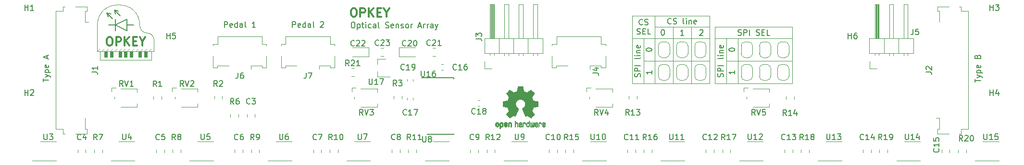
<source format=gbr>
G04 #@! TF.GenerationSoftware,KiCad,Pcbnew,(5.1.2)-2*
G04 #@! TF.CreationDate,2019-07-30T15:23:27+02:00*
G04 #@! TF.ProjectId,sensor_array_13_sensors,73656e73-6f72-45f6-9172-7261795f3133,1*
G04 #@! TF.SameCoordinates,Original*
G04 #@! TF.FileFunction,Legend,Top*
G04 #@! TF.FilePolarity,Positive*
%FSLAX46Y46*%
G04 Gerber Fmt 4.6, Leading zero omitted, Abs format (unit mm)*
G04 Created by KiCad (PCBNEW (5.1.2)-2) date 2019-07-30 15:23:27*
%MOMM*%
%LPD*%
G04 APERTURE LIST*
%ADD10C,0.150000*%
%ADD11C,0.120000*%
%ADD12C,0.300000*%
%ADD13C,0.200000*%
%ADD14C,0.100000*%
%ADD15C,0.010000*%
G04 APERTURE END LIST*
D10*
X201552380Y-44928571D02*
X201552380Y-44357142D01*
X202552380Y-44642857D02*
X201552380Y-44642857D01*
X201885714Y-44119047D02*
X202552380Y-43880952D01*
X201885714Y-43642857D02*
X202552380Y-43880952D01*
X202790476Y-43976190D01*
X202838095Y-44023809D01*
X202885714Y-44119047D01*
X201885714Y-43261904D02*
X202885714Y-43261904D01*
X201933333Y-43261904D02*
X201885714Y-43166666D01*
X201885714Y-42976190D01*
X201933333Y-42880952D01*
X201980952Y-42833333D01*
X202076190Y-42785714D01*
X202361904Y-42785714D01*
X202457142Y-42833333D01*
X202504761Y-42880952D01*
X202552380Y-42976190D01*
X202552380Y-43166666D01*
X202504761Y-43261904D01*
X202504761Y-41976190D02*
X202552380Y-42071428D01*
X202552380Y-42261904D01*
X202504761Y-42357142D01*
X202409523Y-42404761D01*
X202028571Y-42404761D01*
X201933333Y-42357142D01*
X201885714Y-42261904D01*
X201885714Y-42071428D01*
X201933333Y-41976190D01*
X202028571Y-41928571D01*
X202123809Y-41928571D01*
X202219047Y-42404761D01*
X202028571Y-40404761D02*
X202076190Y-40261904D01*
X202123809Y-40214285D01*
X202219047Y-40166666D01*
X202361904Y-40166666D01*
X202457142Y-40214285D01*
X202504761Y-40261904D01*
X202552380Y-40357142D01*
X202552380Y-40738095D01*
X201552380Y-40738095D01*
X201552380Y-40404761D01*
X201600000Y-40309523D01*
X201647619Y-40261904D01*
X201742857Y-40214285D01*
X201838095Y-40214285D01*
X201933333Y-40261904D01*
X201980952Y-40309523D01*
X202028571Y-40404761D01*
X202028571Y-40738095D01*
X37452380Y-44857142D02*
X37452380Y-44285714D01*
X38452380Y-44571428D02*
X37452380Y-44571428D01*
X37785714Y-44047619D02*
X38452380Y-43809523D01*
X37785714Y-43571428D02*
X38452380Y-43809523D01*
X38690476Y-43904761D01*
X38738095Y-43952380D01*
X38785714Y-44047619D01*
X37785714Y-43190476D02*
X38785714Y-43190476D01*
X37833333Y-43190476D02*
X37785714Y-43095238D01*
X37785714Y-42904761D01*
X37833333Y-42809523D01*
X37880952Y-42761904D01*
X37976190Y-42714285D01*
X38261904Y-42714285D01*
X38357142Y-42761904D01*
X38404761Y-42809523D01*
X38452380Y-42904761D01*
X38452380Y-43095238D01*
X38404761Y-43190476D01*
X38404761Y-41904761D02*
X38452380Y-42000000D01*
X38452380Y-42190476D01*
X38404761Y-42285714D01*
X38309523Y-42333333D01*
X37928571Y-42333333D01*
X37833333Y-42285714D01*
X37785714Y-42190476D01*
X37785714Y-42000000D01*
X37833333Y-41904761D01*
X37928571Y-41857142D01*
X38023809Y-41857142D01*
X38119047Y-42333333D01*
X38166666Y-40714285D02*
X38166666Y-40238095D01*
X38452380Y-40809523D02*
X37452380Y-40476190D01*
X38452380Y-40142857D01*
D11*
X157800000Y-45200000D02*
X157800000Y-37200000D01*
D10*
X158252380Y-39247619D02*
X158252380Y-39152380D01*
X158300000Y-39057142D01*
X158347619Y-39009523D01*
X158442857Y-38961904D01*
X158633333Y-38914285D01*
X158871428Y-38914285D01*
X159061904Y-38961904D01*
X159157142Y-39009523D01*
X159204761Y-39057142D01*
X159252380Y-39152380D01*
X159252380Y-39247619D01*
X159204761Y-39342857D01*
X159157142Y-39390476D01*
X159061904Y-39438095D01*
X158871428Y-39485714D01*
X158633333Y-39485714D01*
X158442857Y-39438095D01*
X158347619Y-39390476D01*
X158300000Y-39342857D01*
X158252380Y-39247619D01*
X157204761Y-43985714D02*
X157252380Y-43842857D01*
X157252380Y-43604761D01*
X157204761Y-43509523D01*
X157157142Y-43461904D01*
X157061904Y-43414285D01*
X156966666Y-43414285D01*
X156871428Y-43461904D01*
X156823809Y-43509523D01*
X156776190Y-43604761D01*
X156728571Y-43795238D01*
X156680952Y-43890476D01*
X156633333Y-43938095D01*
X156538095Y-43985714D01*
X156442857Y-43985714D01*
X156347619Y-43938095D01*
X156300000Y-43890476D01*
X156252380Y-43795238D01*
X156252380Y-43557142D01*
X156300000Y-43414285D01*
X157252380Y-42985714D02*
X156252380Y-42985714D01*
X156252380Y-42604761D01*
X156300000Y-42509523D01*
X156347619Y-42461904D01*
X156442857Y-42414285D01*
X156585714Y-42414285D01*
X156680952Y-42461904D01*
X156728571Y-42509523D01*
X156776190Y-42604761D01*
X156776190Y-42985714D01*
X157252380Y-41985714D02*
X156252380Y-41985714D01*
X157252380Y-40604761D02*
X157204761Y-40700000D01*
X157109523Y-40747619D01*
X156252380Y-40747619D01*
X157252380Y-40223809D02*
X156585714Y-40223809D01*
X156252380Y-40223809D02*
X156300000Y-40271428D01*
X156347619Y-40223809D01*
X156300000Y-40176190D01*
X156252380Y-40223809D01*
X156347619Y-40223809D01*
X156585714Y-39747619D02*
X157252380Y-39747619D01*
X156680952Y-39747619D02*
X156633333Y-39700000D01*
X156585714Y-39604761D01*
X156585714Y-39461904D01*
X156633333Y-39366666D01*
X156728571Y-39319047D01*
X157252380Y-39319047D01*
X157204761Y-38461904D02*
X157252380Y-38557142D01*
X157252380Y-38747619D01*
X157204761Y-38842857D01*
X157109523Y-38890476D01*
X156728571Y-38890476D01*
X156633333Y-38842857D01*
X156585714Y-38747619D01*
X156585714Y-38557142D01*
X156633333Y-38461904D01*
X156728571Y-38414285D01*
X156823809Y-38414285D01*
X156919047Y-38890476D01*
D11*
X155800000Y-37200000D02*
X169400000Y-37200000D01*
X155800000Y-35200000D02*
X169400000Y-35200000D01*
X155800000Y-45200000D02*
X155800000Y-35200000D01*
D10*
X159861904Y-36604761D02*
X160004761Y-36652380D01*
X160242857Y-36652380D01*
X160338095Y-36604761D01*
X160385714Y-36557142D01*
X160433333Y-36461904D01*
X160433333Y-36366666D01*
X160385714Y-36271428D01*
X160338095Y-36223809D01*
X160242857Y-36176190D01*
X160052380Y-36128571D01*
X159957142Y-36080952D01*
X159909523Y-36033333D01*
X159861904Y-35938095D01*
X159861904Y-35842857D01*
X159909523Y-35747619D01*
X159957142Y-35700000D01*
X160052380Y-35652380D01*
X160290476Y-35652380D01*
X160433333Y-35700000D01*
X160861904Y-36652380D02*
X160861904Y-35652380D01*
X161242857Y-35652380D01*
X161338095Y-35700000D01*
X161385714Y-35747619D01*
X161433333Y-35842857D01*
X161433333Y-35985714D01*
X161385714Y-36080952D01*
X161338095Y-36128571D01*
X161242857Y-36176190D01*
X160861904Y-36176190D01*
X161861904Y-36652380D02*
X161861904Y-35652380D01*
X163052380Y-36604761D02*
X163195238Y-36652380D01*
X163433333Y-36652380D01*
X163528571Y-36604761D01*
X163576190Y-36557142D01*
X163623809Y-36461904D01*
X163623809Y-36366666D01*
X163576190Y-36271428D01*
X163528571Y-36223809D01*
X163433333Y-36176190D01*
X163242857Y-36128571D01*
X163147619Y-36080952D01*
X163100000Y-36033333D01*
X163052380Y-35938095D01*
X163052380Y-35842857D01*
X163100000Y-35747619D01*
X163147619Y-35700000D01*
X163242857Y-35652380D01*
X163480952Y-35652380D01*
X163623809Y-35700000D01*
X164052380Y-36128571D02*
X164385714Y-36128571D01*
X164528571Y-36652380D02*
X164052380Y-36652380D01*
X164052380Y-35652380D01*
X164528571Y-35652380D01*
X165433333Y-36652380D02*
X164957142Y-36652380D01*
X164957142Y-35652380D01*
X143033333Y-34732142D02*
X142985714Y-34779761D01*
X142842857Y-34827380D01*
X142747619Y-34827380D01*
X142604761Y-34779761D01*
X142509523Y-34684523D01*
X142461904Y-34589285D01*
X142414285Y-34398809D01*
X142414285Y-34255952D01*
X142461904Y-34065476D01*
X142509523Y-33970238D01*
X142604761Y-33875000D01*
X142747619Y-33827380D01*
X142842857Y-33827380D01*
X142985714Y-33875000D01*
X143033333Y-33922619D01*
X143414285Y-34779761D02*
X143557142Y-34827380D01*
X143795238Y-34827380D01*
X143890476Y-34779761D01*
X143938095Y-34732142D01*
X143985714Y-34636904D01*
X143985714Y-34541666D01*
X143938095Y-34446428D01*
X143890476Y-34398809D01*
X143795238Y-34351190D01*
X143604761Y-34303571D01*
X143509523Y-34255952D01*
X143461904Y-34208333D01*
X143414285Y-34113095D01*
X143414285Y-34017857D01*
X143461904Y-33922619D01*
X143509523Y-33875000D01*
X143604761Y-33827380D01*
X143842857Y-33827380D01*
X143985714Y-33875000D01*
X142057142Y-36429761D02*
X142200000Y-36477380D01*
X142438095Y-36477380D01*
X142533333Y-36429761D01*
X142580952Y-36382142D01*
X142628571Y-36286904D01*
X142628571Y-36191666D01*
X142580952Y-36096428D01*
X142533333Y-36048809D01*
X142438095Y-36001190D01*
X142247619Y-35953571D01*
X142152380Y-35905952D01*
X142104761Y-35858333D01*
X142057142Y-35763095D01*
X142057142Y-35667857D01*
X142104761Y-35572619D01*
X142152380Y-35525000D01*
X142247619Y-35477380D01*
X142485714Y-35477380D01*
X142628571Y-35525000D01*
X143057142Y-35953571D02*
X143390476Y-35953571D01*
X143533333Y-36477380D02*
X143057142Y-36477380D01*
X143057142Y-35477380D01*
X143533333Y-35477380D01*
X144438095Y-36477380D02*
X143961904Y-36477380D01*
X143961904Y-35477380D01*
D11*
X141200000Y-45200000D02*
X141200000Y-33200000D01*
D10*
X142604761Y-43985714D02*
X142652380Y-43842857D01*
X142652380Y-43604761D01*
X142604761Y-43509523D01*
X142557142Y-43461904D01*
X142461904Y-43414285D01*
X142366666Y-43414285D01*
X142271428Y-43461904D01*
X142223809Y-43509523D01*
X142176190Y-43604761D01*
X142128571Y-43795238D01*
X142080952Y-43890476D01*
X142033333Y-43938095D01*
X141938095Y-43985714D01*
X141842857Y-43985714D01*
X141747619Y-43938095D01*
X141700000Y-43890476D01*
X141652380Y-43795238D01*
X141652380Y-43557142D01*
X141700000Y-43414285D01*
X142652380Y-42985714D02*
X141652380Y-42985714D01*
X141652380Y-42604761D01*
X141700000Y-42509523D01*
X141747619Y-42461904D01*
X141842857Y-42414285D01*
X141985714Y-42414285D01*
X142080952Y-42461904D01*
X142128571Y-42509523D01*
X142176190Y-42604761D01*
X142176190Y-42985714D01*
X142652380Y-41985714D02*
X141652380Y-41985714D01*
X142652380Y-40604761D02*
X142604761Y-40700000D01*
X142509523Y-40747619D01*
X141652380Y-40747619D01*
X142652380Y-40223809D02*
X141985714Y-40223809D01*
X141652380Y-40223809D02*
X141700000Y-40271428D01*
X141747619Y-40223809D01*
X141700000Y-40176190D01*
X141652380Y-40223809D01*
X141747619Y-40223809D01*
X141985714Y-39747619D02*
X142652380Y-39747619D01*
X142080952Y-39747619D02*
X142033333Y-39700000D01*
X141985714Y-39604761D01*
X141985714Y-39461904D01*
X142033333Y-39366666D01*
X142128571Y-39319047D01*
X142652380Y-39319047D01*
X142604761Y-38461904D02*
X142652380Y-38557142D01*
X142652380Y-38747619D01*
X142604761Y-38842857D01*
X142509523Y-38890476D01*
X142128571Y-38890476D01*
X142033333Y-38842857D01*
X141985714Y-38747619D01*
X141985714Y-38557142D01*
X142033333Y-38461904D01*
X142128571Y-38414285D01*
X142223809Y-38414285D01*
X142319047Y-38890476D01*
D11*
X141200000Y-33200000D02*
X154800000Y-33200000D01*
X151600000Y-45200000D02*
X151600000Y-35200000D01*
X148400000Y-45200000D02*
X148400000Y-35200000D01*
D10*
X143652380Y-39247619D02*
X143652380Y-39152380D01*
X143700000Y-39057142D01*
X143747619Y-39009523D01*
X143842857Y-38961904D01*
X144033333Y-38914285D01*
X144271428Y-38914285D01*
X144461904Y-38961904D01*
X144557142Y-39009523D01*
X144604761Y-39057142D01*
X144652380Y-39152380D01*
X144652380Y-39247619D01*
X144604761Y-39342857D01*
X144557142Y-39390476D01*
X144461904Y-39438095D01*
X144271428Y-39485714D01*
X144033333Y-39485714D01*
X143842857Y-39438095D01*
X143747619Y-39390476D01*
X143700000Y-39342857D01*
X143652380Y-39247619D01*
X144652380Y-42914285D02*
X144652380Y-43485714D01*
X144652380Y-43200000D02*
X143652380Y-43200000D01*
X143795238Y-43295238D01*
X143890476Y-43390476D01*
X143938095Y-43485714D01*
D11*
X143200000Y-45200000D02*
X143200000Y-37200000D01*
X145200000Y-33200000D02*
X145200000Y-45200000D01*
X154800000Y-33200000D02*
X154800000Y-45200000D01*
X145200000Y-35200000D02*
X154800000Y-35200000D01*
X141200000Y-37200000D02*
X154800000Y-37200000D01*
D10*
X153114285Y-35747619D02*
X153161904Y-35700000D01*
X153257142Y-35652380D01*
X153495238Y-35652380D01*
X153590476Y-35700000D01*
X153638095Y-35747619D01*
X153685714Y-35842857D01*
X153685714Y-35938095D01*
X153638095Y-36080952D01*
X153066666Y-36652380D01*
X153685714Y-36652380D01*
X148071428Y-34557142D02*
X148023809Y-34604761D01*
X147880952Y-34652380D01*
X147785714Y-34652380D01*
X147642857Y-34604761D01*
X147547619Y-34509523D01*
X147500000Y-34414285D01*
X147452380Y-34223809D01*
X147452380Y-34080952D01*
X147500000Y-33890476D01*
X147547619Y-33795238D01*
X147642857Y-33700000D01*
X147785714Y-33652380D01*
X147880952Y-33652380D01*
X148023809Y-33700000D01*
X148071428Y-33747619D01*
X148452380Y-34604761D02*
X148595238Y-34652380D01*
X148833333Y-34652380D01*
X148928571Y-34604761D01*
X148976190Y-34557142D01*
X149023809Y-34461904D01*
X149023809Y-34366666D01*
X148976190Y-34271428D01*
X148928571Y-34223809D01*
X148833333Y-34176190D01*
X148642857Y-34128571D01*
X148547619Y-34080952D01*
X148500000Y-34033333D01*
X148452380Y-33938095D01*
X148452380Y-33842857D01*
X148500000Y-33747619D01*
X148547619Y-33700000D01*
X148642857Y-33652380D01*
X148880952Y-33652380D01*
X149023809Y-33700000D01*
X150357142Y-34652380D02*
X150261904Y-34604761D01*
X150214285Y-34509523D01*
X150214285Y-33652380D01*
X150738095Y-34652380D02*
X150738095Y-33985714D01*
X150738095Y-33652380D02*
X150690476Y-33700000D01*
X150738095Y-33747619D01*
X150785714Y-33700000D01*
X150738095Y-33652380D01*
X150738095Y-33747619D01*
X151214285Y-33985714D02*
X151214285Y-34652380D01*
X151214285Y-34080952D02*
X151261904Y-34033333D01*
X151357142Y-33985714D01*
X151500000Y-33985714D01*
X151595238Y-34033333D01*
X151642857Y-34128571D01*
X151642857Y-34652380D01*
X152500000Y-34604761D02*
X152404761Y-34652380D01*
X152214285Y-34652380D01*
X152119047Y-34604761D01*
X152071428Y-34509523D01*
X152071428Y-34128571D01*
X152119047Y-34033333D01*
X152214285Y-33985714D01*
X152404761Y-33985714D01*
X152500000Y-34033333D01*
X152547619Y-34128571D01*
X152547619Y-34223809D01*
X152071428Y-34319047D01*
X146552380Y-35652380D02*
X146647619Y-35652380D01*
X146742857Y-35700000D01*
X146790476Y-35747619D01*
X146838095Y-35842857D01*
X146885714Y-36033333D01*
X146885714Y-36271428D01*
X146838095Y-36461904D01*
X146790476Y-36557142D01*
X146742857Y-36604761D01*
X146647619Y-36652380D01*
X146552380Y-36652380D01*
X146457142Y-36604761D01*
X146409523Y-36557142D01*
X146361904Y-36461904D01*
X146314285Y-36271428D01*
X146314285Y-36033333D01*
X146361904Y-35842857D01*
X146409523Y-35747619D01*
X146457142Y-35700000D01*
X146552380Y-35652380D01*
X150285714Y-36652380D02*
X149714285Y-36652380D01*
X150000000Y-36652380D02*
X150000000Y-35652380D01*
X149904761Y-35795238D01*
X149809523Y-35890476D01*
X149714285Y-35938095D01*
D11*
X143200000Y-41200000D02*
X154800000Y-41200000D01*
X154800000Y-45200000D02*
X141200000Y-45200000D01*
X169400000Y-45200000D02*
X155800000Y-45200000D01*
X157800000Y-41200000D02*
X169400000Y-41200000D01*
X169400000Y-35200000D02*
X169400000Y-45200000D01*
D10*
X159252380Y-42914285D02*
X159252380Y-43485714D01*
X159252380Y-43200000D02*
X158252380Y-43200000D01*
X158395238Y-43295238D01*
X158490476Y-43390476D01*
X158538095Y-43485714D01*
D11*
X159800000Y-45200000D02*
X159800000Y-37200000D01*
D10*
X81385714Y-35252380D02*
X81385714Y-34252380D01*
X81766666Y-34252380D01*
X81861904Y-34300000D01*
X81909523Y-34347619D01*
X81957142Y-34442857D01*
X81957142Y-34585714D01*
X81909523Y-34680952D01*
X81861904Y-34728571D01*
X81766666Y-34776190D01*
X81385714Y-34776190D01*
X82766666Y-35204761D02*
X82671428Y-35252380D01*
X82480952Y-35252380D01*
X82385714Y-35204761D01*
X82338095Y-35109523D01*
X82338095Y-34728571D01*
X82385714Y-34633333D01*
X82480952Y-34585714D01*
X82671428Y-34585714D01*
X82766666Y-34633333D01*
X82814285Y-34728571D01*
X82814285Y-34823809D01*
X82338095Y-34919047D01*
X83671428Y-35252380D02*
X83671428Y-34252380D01*
X83671428Y-35204761D02*
X83576190Y-35252380D01*
X83385714Y-35252380D01*
X83290476Y-35204761D01*
X83242857Y-35157142D01*
X83195238Y-35061904D01*
X83195238Y-34776190D01*
X83242857Y-34680952D01*
X83290476Y-34633333D01*
X83385714Y-34585714D01*
X83576190Y-34585714D01*
X83671428Y-34633333D01*
X84576190Y-35252380D02*
X84576190Y-34728571D01*
X84528571Y-34633333D01*
X84433333Y-34585714D01*
X84242857Y-34585714D01*
X84147619Y-34633333D01*
X84576190Y-35204761D02*
X84480952Y-35252380D01*
X84242857Y-35252380D01*
X84147619Y-35204761D01*
X84100000Y-35109523D01*
X84100000Y-35014285D01*
X84147619Y-34919047D01*
X84242857Y-34871428D01*
X84480952Y-34871428D01*
X84576190Y-34823809D01*
X85195238Y-35252380D02*
X85100000Y-35204761D01*
X85052380Y-35109523D01*
X85052380Y-34252380D01*
X86290476Y-34347619D02*
X86338095Y-34300000D01*
X86433333Y-34252380D01*
X86671428Y-34252380D01*
X86766666Y-34300000D01*
X86814285Y-34347619D01*
X86861904Y-34442857D01*
X86861904Y-34538095D01*
X86814285Y-34680952D01*
X86242857Y-35252380D01*
X86861904Y-35252380D01*
X69385714Y-35252380D02*
X69385714Y-34252380D01*
X69766666Y-34252380D01*
X69861904Y-34300000D01*
X69909523Y-34347619D01*
X69957142Y-34442857D01*
X69957142Y-34585714D01*
X69909523Y-34680952D01*
X69861904Y-34728571D01*
X69766666Y-34776190D01*
X69385714Y-34776190D01*
X70766666Y-35204761D02*
X70671428Y-35252380D01*
X70480952Y-35252380D01*
X70385714Y-35204761D01*
X70338095Y-35109523D01*
X70338095Y-34728571D01*
X70385714Y-34633333D01*
X70480952Y-34585714D01*
X70671428Y-34585714D01*
X70766666Y-34633333D01*
X70814285Y-34728571D01*
X70814285Y-34823809D01*
X70338095Y-34919047D01*
X71671428Y-35252380D02*
X71671428Y-34252380D01*
X71671428Y-35204761D02*
X71576190Y-35252380D01*
X71385714Y-35252380D01*
X71290476Y-35204761D01*
X71242857Y-35157142D01*
X71195238Y-35061904D01*
X71195238Y-34776190D01*
X71242857Y-34680952D01*
X71290476Y-34633333D01*
X71385714Y-34585714D01*
X71576190Y-34585714D01*
X71671428Y-34633333D01*
X72576190Y-35252380D02*
X72576190Y-34728571D01*
X72528571Y-34633333D01*
X72433333Y-34585714D01*
X72242857Y-34585714D01*
X72147619Y-34633333D01*
X72576190Y-35204761D02*
X72480952Y-35252380D01*
X72242857Y-35252380D01*
X72147619Y-35204761D01*
X72100000Y-35109523D01*
X72100000Y-35014285D01*
X72147619Y-34919047D01*
X72242857Y-34871428D01*
X72480952Y-34871428D01*
X72576190Y-34823809D01*
X73195238Y-35252380D02*
X73100000Y-35204761D01*
X73052380Y-35109523D01*
X73052380Y-34252380D01*
X74861904Y-35252380D02*
X74290476Y-35252380D01*
X74576190Y-35252380D02*
X74576190Y-34252380D01*
X74480952Y-34395238D01*
X74385714Y-34490476D01*
X74290476Y-34538095D01*
D12*
X92037857Y-31878571D02*
X92323571Y-31878571D01*
X92466428Y-31950000D01*
X92609285Y-32092857D01*
X92680714Y-32378571D01*
X92680714Y-32878571D01*
X92609285Y-33164285D01*
X92466428Y-33307142D01*
X92323571Y-33378571D01*
X92037857Y-33378571D01*
X91895000Y-33307142D01*
X91752142Y-33164285D01*
X91680714Y-32878571D01*
X91680714Y-32378571D01*
X91752142Y-32092857D01*
X91895000Y-31950000D01*
X92037857Y-31878571D01*
X93323571Y-33378571D02*
X93323571Y-31878571D01*
X93895000Y-31878571D01*
X94037857Y-31950000D01*
X94109285Y-32021428D01*
X94180714Y-32164285D01*
X94180714Y-32378571D01*
X94109285Y-32521428D01*
X94037857Y-32592857D01*
X93895000Y-32664285D01*
X93323571Y-32664285D01*
X94823571Y-33378571D02*
X94823571Y-31878571D01*
X95680714Y-33378571D02*
X95037857Y-32521428D01*
X95680714Y-31878571D02*
X94823571Y-32735714D01*
X96323571Y-32592857D02*
X96823571Y-32592857D01*
X97037857Y-33378571D02*
X96323571Y-33378571D01*
X96323571Y-31878571D01*
X97037857Y-31878571D01*
X97966428Y-32664285D02*
X97966428Y-33378571D01*
X97466428Y-31878571D02*
X97966428Y-32664285D01*
X98466428Y-31878571D01*
D13*
X91958571Y-34352380D02*
X92149047Y-34352380D01*
X92244285Y-34400000D01*
X92339523Y-34495238D01*
X92387142Y-34685714D01*
X92387142Y-35019047D01*
X92339523Y-35209523D01*
X92244285Y-35304761D01*
X92149047Y-35352380D01*
X91958571Y-35352380D01*
X91863333Y-35304761D01*
X91768095Y-35209523D01*
X91720476Y-35019047D01*
X91720476Y-34685714D01*
X91768095Y-34495238D01*
X91863333Y-34400000D01*
X91958571Y-34352380D01*
X92815714Y-34685714D02*
X92815714Y-35685714D01*
X92815714Y-34733333D02*
X92910952Y-34685714D01*
X93101428Y-34685714D01*
X93196666Y-34733333D01*
X93244285Y-34780952D01*
X93291904Y-34876190D01*
X93291904Y-35161904D01*
X93244285Y-35257142D01*
X93196666Y-35304761D01*
X93101428Y-35352380D01*
X92910952Y-35352380D01*
X92815714Y-35304761D01*
X93577619Y-34685714D02*
X93958571Y-34685714D01*
X93720476Y-34352380D02*
X93720476Y-35209523D01*
X93768095Y-35304761D01*
X93863333Y-35352380D01*
X93958571Y-35352380D01*
X94291904Y-35352380D02*
X94291904Y-34685714D01*
X94291904Y-34352380D02*
X94244285Y-34400000D01*
X94291904Y-34447619D01*
X94339523Y-34400000D01*
X94291904Y-34352380D01*
X94291904Y-34447619D01*
X95196666Y-35304761D02*
X95101428Y-35352380D01*
X94910952Y-35352380D01*
X94815714Y-35304761D01*
X94768095Y-35257142D01*
X94720476Y-35161904D01*
X94720476Y-34876190D01*
X94768095Y-34780952D01*
X94815714Y-34733333D01*
X94910952Y-34685714D01*
X95101428Y-34685714D01*
X95196666Y-34733333D01*
X96053809Y-35352380D02*
X96053809Y-34828571D01*
X96006190Y-34733333D01*
X95910952Y-34685714D01*
X95720476Y-34685714D01*
X95625238Y-34733333D01*
X96053809Y-35304761D02*
X95958571Y-35352380D01*
X95720476Y-35352380D01*
X95625238Y-35304761D01*
X95577619Y-35209523D01*
X95577619Y-35114285D01*
X95625238Y-35019047D01*
X95720476Y-34971428D01*
X95958571Y-34971428D01*
X96053809Y-34923809D01*
X96672857Y-35352380D02*
X96577619Y-35304761D01*
X96530000Y-35209523D01*
X96530000Y-34352380D01*
X97768095Y-35304761D02*
X97910952Y-35352380D01*
X98149047Y-35352380D01*
X98244285Y-35304761D01*
X98291904Y-35257142D01*
X98339523Y-35161904D01*
X98339523Y-35066666D01*
X98291904Y-34971428D01*
X98244285Y-34923809D01*
X98149047Y-34876190D01*
X97958571Y-34828571D01*
X97863333Y-34780952D01*
X97815714Y-34733333D01*
X97768095Y-34638095D01*
X97768095Y-34542857D01*
X97815714Y-34447619D01*
X97863333Y-34400000D01*
X97958571Y-34352380D01*
X98196666Y-34352380D01*
X98339523Y-34400000D01*
X99149047Y-35304761D02*
X99053809Y-35352380D01*
X98863333Y-35352380D01*
X98768095Y-35304761D01*
X98720476Y-35209523D01*
X98720476Y-34828571D01*
X98768095Y-34733333D01*
X98863333Y-34685714D01*
X99053809Y-34685714D01*
X99149047Y-34733333D01*
X99196666Y-34828571D01*
X99196666Y-34923809D01*
X98720476Y-35019047D01*
X99625238Y-34685714D02*
X99625238Y-35352380D01*
X99625238Y-34780952D02*
X99672857Y-34733333D01*
X99768095Y-34685714D01*
X99910952Y-34685714D01*
X100006190Y-34733333D01*
X100053809Y-34828571D01*
X100053809Y-35352380D01*
X100482380Y-35304761D02*
X100577619Y-35352380D01*
X100768095Y-35352380D01*
X100863333Y-35304761D01*
X100910952Y-35209523D01*
X100910952Y-35161904D01*
X100863333Y-35066666D01*
X100768095Y-35019047D01*
X100625238Y-35019047D01*
X100530000Y-34971428D01*
X100482380Y-34876190D01*
X100482380Y-34828571D01*
X100530000Y-34733333D01*
X100625238Y-34685714D01*
X100768095Y-34685714D01*
X100863333Y-34733333D01*
X101482380Y-35352380D02*
X101387142Y-35304761D01*
X101339523Y-35257142D01*
X101291904Y-35161904D01*
X101291904Y-34876190D01*
X101339523Y-34780952D01*
X101387142Y-34733333D01*
X101482380Y-34685714D01*
X101625238Y-34685714D01*
X101720476Y-34733333D01*
X101768095Y-34780952D01*
X101815714Y-34876190D01*
X101815714Y-35161904D01*
X101768095Y-35257142D01*
X101720476Y-35304761D01*
X101625238Y-35352380D01*
X101482380Y-35352380D01*
X102244285Y-35352380D02*
X102244285Y-34685714D01*
X102244285Y-34876190D02*
X102291904Y-34780952D01*
X102339523Y-34733333D01*
X102434761Y-34685714D01*
X102530000Y-34685714D01*
X103577619Y-35066666D02*
X104053809Y-35066666D01*
X103482380Y-35352380D02*
X103815714Y-34352380D01*
X104149047Y-35352380D01*
X104482380Y-35352380D02*
X104482380Y-34685714D01*
X104482380Y-34876190D02*
X104530000Y-34780952D01*
X104577619Y-34733333D01*
X104672857Y-34685714D01*
X104768095Y-34685714D01*
X105101428Y-35352380D02*
X105101428Y-34685714D01*
X105101428Y-34876190D02*
X105149047Y-34780952D01*
X105196666Y-34733333D01*
X105291904Y-34685714D01*
X105387142Y-34685714D01*
X106149047Y-35352380D02*
X106149047Y-34828571D01*
X106101428Y-34733333D01*
X106006190Y-34685714D01*
X105815714Y-34685714D01*
X105720476Y-34733333D01*
X106149047Y-35304761D02*
X106053809Y-35352380D01*
X105815714Y-35352380D01*
X105720476Y-35304761D01*
X105672857Y-35209523D01*
X105672857Y-35114285D01*
X105720476Y-35019047D01*
X105815714Y-34971428D01*
X106053809Y-34971428D01*
X106149047Y-34923809D01*
X106530000Y-34685714D02*
X106768095Y-35352380D01*
X107006190Y-34685714D02*
X106768095Y-35352380D01*
X106672857Y-35590476D01*
X106625238Y-35638095D01*
X106530000Y-35685714D01*
D11*
X147800000Y-38500000D02*
X147800000Y-39900000D01*
X147100000Y-40600000D02*
X146500000Y-40600000D01*
X145800000Y-39900000D02*
X145800000Y-38500000D01*
X146500000Y-37800000D02*
X147100000Y-37800000D01*
X147800000Y-38500000D02*
G75*
G03X147100000Y-37800000I-700000J0D01*
G01*
X146500000Y-37800000D02*
G75*
G03X145800000Y-38500000I0J-700000D01*
G01*
X145800000Y-39900000D02*
G75*
G03X146500000Y-40600000I700000J0D01*
G01*
X147100000Y-40600000D02*
G75*
G03X147800000Y-39900000I0J700000D01*
G01*
X151000000Y-38500000D02*
X151000000Y-39900000D01*
X150300000Y-40600000D02*
X149700000Y-40600000D01*
X149000000Y-39900000D02*
X149000000Y-38500000D01*
X149700000Y-37800000D02*
X150300000Y-37800000D01*
X151000000Y-38500000D02*
G75*
G03X150300000Y-37800000I-700000J0D01*
G01*
X149700000Y-37800000D02*
G75*
G03X149000000Y-38500000I0J-700000D01*
G01*
X149000000Y-39900000D02*
G75*
G03X149700000Y-40600000I700000J0D01*
G01*
X150300000Y-40600000D02*
G75*
G03X151000000Y-39900000I0J700000D01*
G01*
X154200000Y-38500000D02*
X154200000Y-39900000D01*
X153500000Y-40600000D02*
X152900000Y-40600000D01*
X152200000Y-39900000D02*
X152200000Y-38500000D01*
X152900000Y-37800000D02*
X153500000Y-37800000D01*
X154200000Y-38500000D02*
G75*
G03X153500000Y-37800000I-700000J0D01*
G01*
X152900000Y-37800000D02*
G75*
G03X152200000Y-38500000I0J-700000D01*
G01*
X152200000Y-39900000D02*
G75*
G03X152900000Y-40600000I700000J0D01*
G01*
X153500000Y-40600000D02*
G75*
G03X154200000Y-39900000I0J700000D01*
G01*
X147800000Y-42500000D02*
X147800000Y-43900000D01*
X147100000Y-44600000D02*
X146500000Y-44600000D01*
X145800000Y-43900000D02*
X145800000Y-42500000D01*
X146500000Y-41800000D02*
X147100000Y-41800000D01*
X147800000Y-42500000D02*
G75*
G03X147100000Y-41800000I-700000J0D01*
G01*
X146500000Y-41800000D02*
G75*
G03X145800000Y-42500000I0J-700000D01*
G01*
X145800000Y-43900000D02*
G75*
G03X146500000Y-44600000I700000J0D01*
G01*
X147100000Y-44600000D02*
G75*
G03X147800000Y-43900000I0J700000D01*
G01*
X151000000Y-42500000D02*
X151000000Y-43900000D01*
X150300000Y-44600000D02*
X149700000Y-44600000D01*
X149000000Y-43900000D02*
X149000000Y-42500000D01*
X149700000Y-41800000D02*
X150300000Y-41800000D01*
X151000000Y-42500000D02*
G75*
G03X150300000Y-41800000I-700000J0D01*
G01*
X149700000Y-41800000D02*
G75*
G03X149000000Y-42500000I0J-700000D01*
G01*
X149000000Y-43900000D02*
G75*
G03X149700000Y-44600000I700000J0D01*
G01*
X150300000Y-44600000D02*
G75*
G03X151000000Y-43900000I0J700000D01*
G01*
X154200000Y-42500000D02*
X154200000Y-43900000D01*
X153500000Y-44600000D02*
X152900000Y-44600000D01*
X152200000Y-43900000D02*
X152200000Y-42500000D01*
X152900000Y-41800000D02*
X153500000Y-41800000D01*
X154200000Y-42500000D02*
G75*
G03X153500000Y-41800000I-700000J0D01*
G01*
X152900000Y-41800000D02*
G75*
G03X152200000Y-42500000I0J-700000D01*
G01*
X152200000Y-43900000D02*
G75*
G03X152900000Y-44600000I700000J0D01*
G01*
X153500000Y-44600000D02*
G75*
G03X154200000Y-43900000I0J700000D01*
G01*
X162400000Y-38500000D02*
X162400000Y-39900000D01*
X161700000Y-40600000D02*
X161100000Y-40600000D01*
X160400000Y-39900000D02*
X160400000Y-38500000D01*
X161100000Y-37800000D02*
X161700000Y-37800000D01*
X162400000Y-38500000D02*
G75*
G03X161700000Y-37800000I-700000J0D01*
G01*
X161100000Y-37800000D02*
G75*
G03X160400000Y-38500000I0J-700000D01*
G01*
X160400000Y-39900000D02*
G75*
G03X161100000Y-40600000I700000J0D01*
G01*
X161700000Y-40600000D02*
G75*
G03X162400000Y-39900000I0J700000D01*
G01*
X162400000Y-42500000D02*
X162400000Y-43900000D01*
X161700000Y-44600000D02*
X161100000Y-44600000D01*
X160400000Y-43900000D02*
X160400000Y-42500000D01*
X161100000Y-41800000D02*
X161700000Y-41800000D01*
X162400000Y-42500000D02*
G75*
G03X161700000Y-41800000I-700000J0D01*
G01*
X161100000Y-41800000D02*
G75*
G03X160400000Y-42500000I0J-700000D01*
G01*
X160400000Y-43900000D02*
G75*
G03X161100000Y-44600000I700000J0D01*
G01*
X161700000Y-44600000D02*
G75*
G03X162400000Y-43900000I0J700000D01*
G01*
X165600000Y-38500000D02*
X165600000Y-39900000D01*
X164900000Y-40600000D02*
X164300000Y-40600000D01*
X163600000Y-39900000D02*
X163600000Y-38500000D01*
X164300000Y-37800000D02*
X164900000Y-37800000D01*
X165600000Y-38500000D02*
G75*
G03X164900000Y-37800000I-700000J0D01*
G01*
X164300000Y-37800000D02*
G75*
G03X163600000Y-38500000I0J-700000D01*
G01*
X163600000Y-39900000D02*
G75*
G03X164300000Y-40600000I700000J0D01*
G01*
X164900000Y-40600000D02*
G75*
G03X165600000Y-39900000I0J700000D01*
G01*
X165600000Y-42500000D02*
X165600000Y-43900000D01*
X164900000Y-44600000D02*
X164300000Y-44600000D01*
X163600000Y-43900000D02*
X163600000Y-42500000D01*
X164300000Y-41800000D02*
X164900000Y-41800000D01*
X165600000Y-42500000D02*
G75*
G03X164900000Y-41800000I-700000J0D01*
G01*
X164300000Y-41800000D02*
G75*
G03X163600000Y-42500000I0J-700000D01*
G01*
X163600000Y-43900000D02*
G75*
G03X164300000Y-44600000I700000J0D01*
G01*
X164900000Y-44600000D02*
G75*
G03X165600000Y-43900000I0J700000D01*
G01*
X168800000Y-38500000D02*
X168800000Y-39900000D01*
X168100000Y-40600000D02*
X167500000Y-40600000D01*
X166800000Y-39900000D02*
X166800000Y-38500000D01*
X167500000Y-37800000D02*
X168100000Y-37800000D01*
X168800000Y-38500000D02*
G75*
G03X168100000Y-37800000I-700000J0D01*
G01*
X167500000Y-37800000D02*
G75*
G03X166800000Y-38500000I0J-700000D01*
G01*
X166800000Y-39900000D02*
G75*
G03X167500000Y-40600000I700000J0D01*
G01*
X168100000Y-40600000D02*
G75*
G03X168800000Y-39900000I0J700000D01*
G01*
X168800000Y-42500000D02*
X168800000Y-43900000D01*
X168100000Y-44600000D02*
X167500000Y-44600000D01*
X166800000Y-43900000D02*
X166800000Y-42500000D01*
X167500000Y-41800000D02*
X168100000Y-41800000D01*
X168800000Y-42500000D02*
G75*
G03X168100000Y-41800000I-700000J0D01*
G01*
X167500000Y-41800000D02*
G75*
G03X166800000Y-42500000I0J-700000D01*
G01*
X166800000Y-43900000D02*
G75*
G03X167500000Y-44600000I700000J0D01*
G01*
X168100000Y-44600000D02*
G75*
G03X168800000Y-43900000I0J700000D01*
G01*
D13*
X51000000Y-33200000D02*
X50000000Y-32200000D01*
X50000000Y-32200000D02*
X50200000Y-32900000D01*
X50000000Y-32200000D02*
X50700000Y-32400000D01*
X48700000Y-32700000D02*
X49400000Y-32900000D01*
X48700000Y-32700000D02*
X48900000Y-33400000D01*
X49700000Y-33700000D02*
X48700000Y-32700000D01*
X50200000Y-34850000D02*
X49000000Y-34850000D01*
D11*
X50200000Y-35850000D02*
X50200000Y-34850000D01*
D13*
X50200000Y-33850000D02*
X50200000Y-35850000D01*
X50200000Y-34850000D02*
X52200000Y-35850000D01*
X52200000Y-33850000D02*
X50200000Y-34850000D01*
X52200000Y-35850000D02*
X52200000Y-33850000D01*
X53400000Y-34850000D02*
X52200000Y-34850000D01*
D11*
X56500000Y-39000000D02*
X56000000Y-39500000D01*
X55750000Y-39000000D02*
X55250000Y-39500000D01*
X55000000Y-39000000D02*
X54500000Y-39500000D01*
X52750000Y-39000000D02*
X52250000Y-39500000D01*
X52000000Y-39000000D02*
X51500000Y-39500000D01*
X53500000Y-39000000D02*
X53000000Y-39500000D01*
X51250000Y-39000000D02*
X50750000Y-39500000D01*
X54250000Y-39000000D02*
X53750000Y-39500000D01*
X54500000Y-35000000D02*
G75*
G03X55750000Y-36250000I1250000J0D01*
G01*
X57000000Y-37500000D02*
G75*
G03X55750000Y-36250000I-1250000J0D01*
G01*
X54500000Y-35000000D02*
G75*
G03X47000000Y-35000000I-3750000J0D01*
G01*
X57000000Y-39500000D02*
X57000000Y-37500000D01*
X56500000Y-39500000D02*
X57000000Y-39500000D01*
X47000000Y-39500000D02*
X47000000Y-35000000D01*
X47500000Y-39500000D02*
X47000000Y-39500000D01*
D14*
G36*
X55250000Y-40500000D02*
G01*
X55250000Y-39500000D01*
X55750000Y-39500000D01*
X55750000Y-40500000D01*
X55250000Y-40500000D01*
G37*
X55250000Y-40500000D02*
X55250000Y-39500000D01*
X55750000Y-39500000D01*
X55750000Y-40500000D01*
X55250000Y-40500000D01*
G36*
X54250000Y-40500000D02*
G01*
X54250000Y-39500000D01*
X54750000Y-39500000D01*
X54750000Y-40500000D01*
X54250000Y-40500000D01*
G37*
X54250000Y-40500000D02*
X54250000Y-39500000D01*
X54750000Y-39500000D01*
X54750000Y-40500000D01*
X54250000Y-40500000D01*
G36*
X52750000Y-40500000D02*
G01*
X52750000Y-39500000D01*
X53250000Y-39500000D01*
X53250000Y-40500000D01*
X52750000Y-40500000D01*
G37*
X52750000Y-40500000D02*
X52750000Y-39500000D01*
X53250000Y-39500000D01*
X53250000Y-40500000D01*
X52750000Y-40500000D01*
G36*
X51750000Y-40500000D02*
G01*
X51750000Y-39500000D01*
X52250000Y-39500000D01*
X52250000Y-40500000D01*
X51750000Y-40500000D01*
G37*
X51750000Y-40500000D02*
X51750000Y-39500000D01*
X52250000Y-39500000D01*
X52250000Y-40500000D01*
X51750000Y-40500000D01*
G36*
X50750000Y-40500000D02*
G01*
X50750000Y-39500000D01*
X51250000Y-39500000D01*
X51250000Y-40500000D01*
X50750000Y-40500000D01*
G37*
X50750000Y-40500000D02*
X50750000Y-39500000D01*
X51250000Y-39500000D01*
X51250000Y-40500000D01*
X50750000Y-40500000D01*
G36*
X49250000Y-40500000D02*
G01*
X49250000Y-39500000D01*
X49750000Y-39500000D01*
X49750000Y-40500000D01*
X49250000Y-40500000D01*
G37*
X49250000Y-40500000D02*
X49250000Y-39500000D01*
X49750000Y-39500000D01*
X49750000Y-40500000D01*
X49250000Y-40500000D01*
G36*
X48250000Y-40500000D02*
G01*
X48250000Y-39500000D01*
X48750000Y-39500000D01*
X48750000Y-40500000D01*
X48250000Y-40500000D01*
G37*
X48250000Y-40500000D02*
X48250000Y-39500000D01*
X48750000Y-39500000D01*
X48750000Y-40500000D01*
X48250000Y-40500000D01*
D11*
X56500000Y-41000000D02*
X56500000Y-39500000D01*
X47500000Y-41000000D02*
X56500000Y-41000000D01*
X47500000Y-39500000D02*
X47500000Y-41000000D01*
X56500000Y-39500000D02*
X47500000Y-39500000D01*
X47500000Y-39000000D02*
X47000000Y-39500000D01*
X48250000Y-39000000D02*
X47750000Y-39500000D01*
X49000000Y-39000000D02*
X48500000Y-39500000D01*
X49750000Y-39000000D02*
X49250000Y-39500000D01*
X50500000Y-39000000D02*
X50000000Y-39500000D01*
D15*
G36*
X121639878Y-45687776D02*
G01*
X121745612Y-45688355D01*
X121822132Y-45689922D01*
X121874372Y-45692972D01*
X121907263Y-45697996D01*
X121925737Y-45705489D01*
X121934727Y-45715944D01*
X121939163Y-45729853D01*
X121939594Y-45731654D01*
X121946333Y-45764145D01*
X121958808Y-45828252D01*
X121975719Y-45917151D01*
X121995771Y-46024019D01*
X122017664Y-46142033D01*
X122018429Y-46146178D01*
X122040359Y-46261831D01*
X122060877Y-46364014D01*
X122078659Y-46446598D01*
X122092381Y-46503456D01*
X122100718Y-46528458D01*
X122101116Y-46528901D01*
X122125677Y-46541110D01*
X122176315Y-46561456D01*
X122242095Y-46585545D01*
X122242461Y-46585674D01*
X122325317Y-46616818D01*
X122423000Y-46656491D01*
X122515077Y-46696381D01*
X122519434Y-46698353D01*
X122669407Y-46766420D01*
X123001498Y-46539639D01*
X123103374Y-46470504D01*
X123195657Y-46408697D01*
X123273003Y-46357733D01*
X123330064Y-46321127D01*
X123361495Y-46302394D01*
X123364479Y-46301004D01*
X123387321Y-46307190D01*
X123429982Y-46337035D01*
X123494128Y-46391947D01*
X123581421Y-46473334D01*
X123670535Y-46559922D01*
X123756441Y-46645247D01*
X123833327Y-46723108D01*
X123896564Y-46788697D01*
X123941523Y-46837205D01*
X123963576Y-46863825D01*
X123964396Y-46865195D01*
X123966834Y-46883463D01*
X123957650Y-46913295D01*
X123934574Y-46958721D01*
X123895337Y-47023770D01*
X123837670Y-47112470D01*
X123760795Y-47226657D01*
X123692570Y-47327162D01*
X123631582Y-47417303D01*
X123581356Y-47491849D01*
X123545416Y-47545565D01*
X123527287Y-47573218D01*
X123526146Y-47575095D01*
X123528359Y-47601590D01*
X123545138Y-47653086D01*
X123573142Y-47719851D01*
X123583122Y-47741172D01*
X123626672Y-47836159D01*
X123673134Y-47943937D01*
X123710877Y-48037192D01*
X123738073Y-48106406D01*
X123759675Y-48159006D01*
X123772158Y-48186497D01*
X123773709Y-48188616D01*
X123796668Y-48192124D01*
X123850786Y-48201738D01*
X123928868Y-48216089D01*
X124023719Y-48233807D01*
X124128143Y-48253525D01*
X124234944Y-48273874D01*
X124336926Y-48293486D01*
X124426894Y-48310991D01*
X124497653Y-48325022D01*
X124542006Y-48334209D01*
X124552885Y-48336807D01*
X124564122Y-48343218D01*
X124572605Y-48357697D01*
X124578714Y-48385133D01*
X124582832Y-48430411D01*
X124585341Y-48498420D01*
X124586621Y-48594047D01*
X124587054Y-48722180D01*
X124587077Y-48774701D01*
X124587077Y-49201845D01*
X124484500Y-49222091D01*
X124427431Y-49233070D01*
X124342269Y-49249095D01*
X124239372Y-49268233D01*
X124129096Y-49288551D01*
X124098615Y-49294132D01*
X123996855Y-49313917D01*
X123908205Y-49333373D01*
X123840108Y-49350697D01*
X123800004Y-49364088D01*
X123793323Y-49368079D01*
X123776919Y-49396342D01*
X123753399Y-49451109D01*
X123727316Y-49521588D01*
X123722142Y-49536769D01*
X123687956Y-49630896D01*
X123645523Y-49737101D01*
X123603997Y-49832473D01*
X123603792Y-49832916D01*
X123534640Y-49982525D01*
X123989512Y-50651617D01*
X123697500Y-50944116D01*
X123609180Y-51031170D01*
X123528625Y-51107909D01*
X123460360Y-51170237D01*
X123408908Y-51214056D01*
X123378794Y-51235270D01*
X123374474Y-51236616D01*
X123349111Y-51226016D01*
X123297358Y-51196547D01*
X123224868Y-51151705D01*
X123137294Y-51094984D01*
X123042612Y-51031462D01*
X122946516Y-50966668D01*
X122860837Y-50910287D01*
X122791016Y-50865788D01*
X122742494Y-50836639D01*
X122720782Y-50826308D01*
X122694293Y-50835050D01*
X122644062Y-50858087D01*
X122580451Y-50890631D01*
X122573708Y-50894249D01*
X122488046Y-50937210D01*
X122429306Y-50958279D01*
X122392772Y-50958503D01*
X122373731Y-50938928D01*
X122373620Y-50938654D01*
X122364102Y-50915472D01*
X122341403Y-50860441D01*
X122307282Y-50777822D01*
X122263500Y-50671872D01*
X122211816Y-50546852D01*
X122153992Y-50407020D01*
X122097991Y-50271637D01*
X122036447Y-50122234D01*
X121979939Y-49983832D01*
X121930161Y-49860673D01*
X121888806Y-49757002D01*
X121857568Y-49677059D01*
X121838141Y-49625088D01*
X121832154Y-49605692D01*
X121847168Y-49583443D01*
X121886439Y-49547982D01*
X121938807Y-49508887D01*
X122087941Y-49385245D01*
X122204511Y-49243522D01*
X122287118Y-49086704D01*
X122334366Y-48917775D01*
X122344857Y-48739722D01*
X122337231Y-48657539D01*
X122295682Y-48487031D01*
X122224123Y-48336459D01*
X122126995Y-48207309D01*
X122008734Y-48101064D01*
X121873780Y-48019210D01*
X121726571Y-47963232D01*
X121571544Y-47934615D01*
X121413139Y-47934844D01*
X121255794Y-47965405D01*
X121103946Y-48027782D01*
X120962035Y-48123460D01*
X120902803Y-48177572D01*
X120789203Y-48316520D01*
X120710106Y-48468361D01*
X120664986Y-48628667D01*
X120653316Y-48793012D01*
X120674569Y-48956971D01*
X120728220Y-49116118D01*
X120813740Y-49266025D01*
X120930605Y-49402267D01*
X121061193Y-49508887D01*
X121115588Y-49549642D01*
X121154014Y-49584718D01*
X121167846Y-49605726D01*
X121160603Y-49628635D01*
X121140005Y-49683365D01*
X121107746Y-49765672D01*
X121065521Y-49871315D01*
X121015023Y-49996050D01*
X120957948Y-50135636D01*
X120901854Y-50271670D01*
X120839967Y-50421201D01*
X120782644Y-50559767D01*
X120731644Y-50683107D01*
X120688727Y-50786964D01*
X120655653Y-50867080D01*
X120634181Y-50919195D01*
X120626225Y-50938654D01*
X120607429Y-50958423D01*
X120571074Y-50958365D01*
X120512479Y-50937441D01*
X120426968Y-50894613D01*
X120426292Y-50894249D01*
X120361907Y-50861012D01*
X120309861Y-50836802D01*
X120280512Y-50826404D01*
X120279217Y-50826308D01*
X120257124Y-50836855D01*
X120208348Y-50866184D01*
X120138331Y-50910827D01*
X120052514Y-50967314D01*
X119957388Y-51031462D01*
X119860540Y-51096411D01*
X119773253Y-51152896D01*
X119701181Y-51197421D01*
X119649977Y-51226490D01*
X119625526Y-51236616D01*
X119603010Y-51223307D01*
X119557742Y-51186112D01*
X119494244Y-51129128D01*
X119417039Y-51056449D01*
X119330651Y-50972171D01*
X119302399Y-50944016D01*
X119010287Y-50651416D01*
X119232631Y-50325104D01*
X119300202Y-50224897D01*
X119359507Y-50134963D01*
X119407217Y-50060510D01*
X119440007Y-50006751D01*
X119454548Y-49978894D01*
X119454974Y-49976912D01*
X119447308Y-49950655D01*
X119426689Y-49897837D01*
X119396685Y-49827310D01*
X119375625Y-49780093D01*
X119336248Y-49689694D01*
X119299165Y-49598366D01*
X119270415Y-49521200D01*
X119262605Y-49497692D01*
X119240417Y-49434916D01*
X119218727Y-49386411D01*
X119206813Y-49368079D01*
X119180523Y-49356859D01*
X119123142Y-49340954D01*
X119042118Y-49322167D01*
X118944895Y-49302299D01*
X118901385Y-49294132D01*
X118790896Y-49273829D01*
X118684916Y-49254170D01*
X118593801Y-49237088D01*
X118527908Y-49224518D01*
X118515500Y-49222091D01*
X118412923Y-49201845D01*
X118412923Y-48774701D01*
X118413153Y-48634246D01*
X118414099Y-48527979D01*
X118416141Y-48451013D01*
X118419662Y-48398460D01*
X118425043Y-48365433D01*
X118432666Y-48347045D01*
X118442912Y-48338408D01*
X118447115Y-48336807D01*
X118472470Y-48331127D01*
X118528484Y-48319795D01*
X118607964Y-48304179D01*
X118703712Y-48285647D01*
X118808533Y-48265569D01*
X118915232Y-48245312D01*
X119016613Y-48226246D01*
X119105479Y-48209739D01*
X119174637Y-48197159D01*
X119216889Y-48189875D01*
X119226290Y-48188616D01*
X119234807Y-48171763D01*
X119253660Y-48126870D01*
X119279324Y-48062430D01*
X119289123Y-48037192D01*
X119328648Y-47939686D01*
X119375192Y-47831959D01*
X119416877Y-47741172D01*
X119447550Y-47671753D01*
X119467956Y-47614710D01*
X119474768Y-47579777D01*
X119473682Y-47575095D01*
X119459285Y-47552991D01*
X119426412Y-47503831D01*
X119378590Y-47432848D01*
X119319348Y-47345278D01*
X119252215Y-47246357D01*
X119238941Y-47226830D01*
X119161046Y-47111140D01*
X119103787Y-47023044D01*
X119064881Y-46958486D01*
X119042044Y-46913411D01*
X119032994Y-46883763D01*
X119035448Y-46865485D01*
X119035511Y-46865369D01*
X119054827Y-46841361D01*
X119097551Y-46794947D01*
X119159051Y-46730937D01*
X119234698Y-46654145D01*
X119319861Y-46569382D01*
X119329465Y-46559922D01*
X119436790Y-46455989D01*
X119519615Y-46379675D01*
X119579605Y-46329571D01*
X119618423Y-46304270D01*
X119635520Y-46301004D01*
X119660473Y-46315250D01*
X119712255Y-46348156D01*
X119785520Y-46396208D01*
X119874920Y-46455890D01*
X119975111Y-46523688D01*
X119998501Y-46539639D01*
X120330593Y-46766420D01*
X120480565Y-46698353D01*
X120571770Y-46658685D01*
X120669669Y-46618791D01*
X120753831Y-46586983D01*
X120757538Y-46585674D01*
X120823369Y-46561576D01*
X120874116Y-46541200D01*
X120898842Y-46528936D01*
X120898884Y-46528901D01*
X120906729Y-46506734D01*
X120920066Y-46452217D01*
X120937570Y-46371480D01*
X120957917Y-46270650D01*
X120979782Y-46155856D01*
X120981571Y-46146178D01*
X121003504Y-46027904D01*
X121023640Y-45920542D01*
X121040680Y-45830917D01*
X121053328Y-45765851D01*
X121060284Y-45732168D01*
X121060406Y-45731654D01*
X121064639Y-45717325D01*
X121072871Y-45706507D01*
X121090033Y-45698706D01*
X121121058Y-45693429D01*
X121170878Y-45690182D01*
X121244424Y-45688472D01*
X121346629Y-45687807D01*
X121482425Y-45687693D01*
X121500000Y-45687692D01*
X121639878Y-45687776D01*
X121639878Y-45687776D01*
G37*
X121639878Y-45687776D02*
X121745612Y-45688355D01*
X121822132Y-45689922D01*
X121874372Y-45692972D01*
X121907263Y-45697996D01*
X121925737Y-45705489D01*
X121934727Y-45715944D01*
X121939163Y-45729853D01*
X121939594Y-45731654D01*
X121946333Y-45764145D01*
X121958808Y-45828252D01*
X121975719Y-45917151D01*
X121995771Y-46024019D01*
X122017664Y-46142033D01*
X122018429Y-46146178D01*
X122040359Y-46261831D01*
X122060877Y-46364014D01*
X122078659Y-46446598D01*
X122092381Y-46503456D01*
X122100718Y-46528458D01*
X122101116Y-46528901D01*
X122125677Y-46541110D01*
X122176315Y-46561456D01*
X122242095Y-46585545D01*
X122242461Y-46585674D01*
X122325317Y-46616818D01*
X122423000Y-46656491D01*
X122515077Y-46696381D01*
X122519434Y-46698353D01*
X122669407Y-46766420D01*
X123001498Y-46539639D01*
X123103374Y-46470504D01*
X123195657Y-46408697D01*
X123273003Y-46357733D01*
X123330064Y-46321127D01*
X123361495Y-46302394D01*
X123364479Y-46301004D01*
X123387321Y-46307190D01*
X123429982Y-46337035D01*
X123494128Y-46391947D01*
X123581421Y-46473334D01*
X123670535Y-46559922D01*
X123756441Y-46645247D01*
X123833327Y-46723108D01*
X123896564Y-46788697D01*
X123941523Y-46837205D01*
X123963576Y-46863825D01*
X123964396Y-46865195D01*
X123966834Y-46883463D01*
X123957650Y-46913295D01*
X123934574Y-46958721D01*
X123895337Y-47023770D01*
X123837670Y-47112470D01*
X123760795Y-47226657D01*
X123692570Y-47327162D01*
X123631582Y-47417303D01*
X123581356Y-47491849D01*
X123545416Y-47545565D01*
X123527287Y-47573218D01*
X123526146Y-47575095D01*
X123528359Y-47601590D01*
X123545138Y-47653086D01*
X123573142Y-47719851D01*
X123583122Y-47741172D01*
X123626672Y-47836159D01*
X123673134Y-47943937D01*
X123710877Y-48037192D01*
X123738073Y-48106406D01*
X123759675Y-48159006D01*
X123772158Y-48186497D01*
X123773709Y-48188616D01*
X123796668Y-48192124D01*
X123850786Y-48201738D01*
X123928868Y-48216089D01*
X124023719Y-48233807D01*
X124128143Y-48253525D01*
X124234944Y-48273874D01*
X124336926Y-48293486D01*
X124426894Y-48310991D01*
X124497653Y-48325022D01*
X124542006Y-48334209D01*
X124552885Y-48336807D01*
X124564122Y-48343218D01*
X124572605Y-48357697D01*
X124578714Y-48385133D01*
X124582832Y-48430411D01*
X124585341Y-48498420D01*
X124586621Y-48594047D01*
X124587054Y-48722180D01*
X124587077Y-48774701D01*
X124587077Y-49201845D01*
X124484500Y-49222091D01*
X124427431Y-49233070D01*
X124342269Y-49249095D01*
X124239372Y-49268233D01*
X124129096Y-49288551D01*
X124098615Y-49294132D01*
X123996855Y-49313917D01*
X123908205Y-49333373D01*
X123840108Y-49350697D01*
X123800004Y-49364088D01*
X123793323Y-49368079D01*
X123776919Y-49396342D01*
X123753399Y-49451109D01*
X123727316Y-49521588D01*
X123722142Y-49536769D01*
X123687956Y-49630896D01*
X123645523Y-49737101D01*
X123603997Y-49832473D01*
X123603792Y-49832916D01*
X123534640Y-49982525D01*
X123989512Y-50651617D01*
X123697500Y-50944116D01*
X123609180Y-51031170D01*
X123528625Y-51107909D01*
X123460360Y-51170237D01*
X123408908Y-51214056D01*
X123378794Y-51235270D01*
X123374474Y-51236616D01*
X123349111Y-51226016D01*
X123297358Y-51196547D01*
X123224868Y-51151705D01*
X123137294Y-51094984D01*
X123042612Y-51031462D01*
X122946516Y-50966668D01*
X122860837Y-50910287D01*
X122791016Y-50865788D01*
X122742494Y-50836639D01*
X122720782Y-50826308D01*
X122694293Y-50835050D01*
X122644062Y-50858087D01*
X122580451Y-50890631D01*
X122573708Y-50894249D01*
X122488046Y-50937210D01*
X122429306Y-50958279D01*
X122392772Y-50958503D01*
X122373731Y-50938928D01*
X122373620Y-50938654D01*
X122364102Y-50915472D01*
X122341403Y-50860441D01*
X122307282Y-50777822D01*
X122263500Y-50671872D01*
X122211816Y-50546852D01*
X122153992Y-50407020D01*
X122097991Y-50271637D01*
X122036447Y-50122234D01*
X121979939Y-49983832D01*
X121930161Y-49860673D01*
X121888806Y-49757002D01*
X121857568Y-49677059D01*
X121838141Y-49625088D01*
X121832154Y-49605692D01*
X121847168Y-49583443D01*
X121886439Y-49547982D01*
X121938807Y-49508887D01*
X122087941Y-49385245D01*
X122204511Y-49243522D01*
X122287118Y-49086704D01*
X122334366Y-48917775D01*
X122344857Y-48739722D01*
X122337231Y-48657539D01*
X122295682Y-48487031D01*
X122224123Y-48336459D01*
X122126995Y-48207309D01*
X122008734Y-48101064D01*
X121873780Y-48019210D01*
X121726571Y-47963232D01*
X121571544Y-47934615D01*
X121413139Y-47934844D01*
X121255794Y-47965405D01*
X121103946Y-48027782D01*
X120962035Y-48123460D01*
X120902803Y-48177572D01*
X120789203Y-48316520D01*
X120710106Y-48468361D01*
X120664986Y-48628667D01*
X120653316Y-48793012D01*
X120674569Y-48956971D01*
X120728220Y-49116118D01*
X120813740Y-49266025D01*
X120930605Y-49402267D01*
X121061193Y-49508887D01*
X121115588Y-49549642D01*
X121154014Y-49584718D01*
X121167846Y-49605726D01*
X121160603Y-49628635D01*
X121140005Y-49683365D01*
X121107746Y-49765672D01*
X121065521Y-49871315D01*
X121015023Y-49996050D01*
X120957948Y-50135636D01*
X120901854Y-50271670D01*
X120839967Y-50421201D01*
X120782644Y-50559767D01*
X120731644Y-50683107D01*
X120688727Y-50786964D01*
X120655653Y-50867080D01*
X120634181Y-50919195D01*
X120626225Y-50938654D01*
X120607429Y-50958423D01*
X120571074Y-50958365D01*
X120512479Y-50937441D01*
X120426968Y-50894613D01*
X120426292Y-50894249D01*
X120361907Y-50861012D01*
X120309861Y-50836802D01*
X120280512Y-50826404D01*
X120279217Y-50826308D01*
X120257124Y-50836855D01*
X120208348Y-50866184D01*
X120138331Y-50910827D01*
X120052514Y-50967314D01*
X119957388Y-51031462D01*
X119860540Y-51096411D01*
X119773253Y-51152896D01*
X119701181Y-51197421D01*
X119649977Y-51226490D01*
X119625526Y-51236616D01*
X119603010Y-51223307D01*
X119557742Y-51186112D01*
X119494244Y-51129128D01*
X119417039Y-51056449D01*
X119330651Y-50972171D01*
X119302399Y-50944016D01*
X119010287Y-50651416D01*
X119232631Y-50325104D01*
X119300202Y-50224897D01*
X119359507Y-50134963D01*
X119407217Y-50060510D01*
X119440007Y-50006751D01*
X119454548Y-49978894D01*
X119454974Y-49976912D01*
X119447308Y-49950655D01*
X119426689Y-49897837D01*
X119396685Y-49827310D01*
X119375625Y-49780093D01*
X119336248Y-49689694D01*
X119299165Y-49598366D01*
X119270415Y-49521200D01*
X119262605Y-49497692D01*
X119240417Y-49434916D01*
X119218727Y-49386411D01*
X119206813Y-49368079D01*
X119180523Y-49356859D01*
X119123142Y-49340954D01*
X119042118Y-49322167D01*
X118944895Y-49302299D01*
X118901385Y-49294132D01*
X118790896Y-49273829D01*
X118684916Y-49254170D01*
X118593801Y-49237088D01*
X118527908Y-49224518D01*
X118515500Y-49222091D01*
X118412923Y-49201845D01*
X118412923Y-48774701D01*
X118413153Y-48634246D01*
X118414099Y-48527979D01*
X118416141Y-48451013D01*
X118419662Y-48398460D01*
X118425043Y-48365433D01*
X118432666Y-48347045D01*
X118442912Y-48338408D01*
X118447115Y-48336807D01*
X118472470Y-48331127D01*
X118528484Y-48319795D01*
X118607964Y-48304179D01*
X118703712Y-48285647D01*
X118808533Y-48265569D01*
X118915232Y-48245312D01*
X119016613Y-48226246D01*
X119105479Y-48209739D01*
X119174637Y-48197159D01*
X119216889Y-48189875D01*
X119226290Y-48188616D01*
X119234807Y-48171763D01*
X119253660Y-48126870D01*
X119279324Y-48062430D01*
X119289123Y-48037192D01*
X119328648Y-47939686D01*
X119375192Y-47831959D01*
X119416877Y-47741172D01*
X119447550Y-47671753D01*
X119467956Y-47614710D01*
X119474768Y-47579777D01*
X119473682Y-47575095D01*
X119459285Y-47552991D01*
X119426412Y-47503831D01*
X119378590Y-47432848D01*
X119319348Y-47345278D01*
X119252215Y-47246357D01*
X119238941Y-47226830D01*
X119161046Y-47111140D01*
X119103787Y-47023044D01*
X119064881Y-46958486D01*
X119042044Y-46913411D01*
X119032994Y-46883763D01*
X119035448Y-46865485D01*
X119035511Y-46865369D01*
X119054827Y-46841361D01*
X119097551Y-46794947D01*
X119159051Y-46730937D01*
X119234698Y-46654145D01*
X119319861Y-46569382D01*
X119329465Y-46559922D01*
X119436790Y-46455989D01*
X119519615Y-46379675D01*
X119579605Y-46329571D01*
X119618423Y-46304270D01*
X119635520Y-46301004D01*
X119660473Y-46315250D01*
X119712255Y-46348156D01*
X119785520Y-46396208D01*
X119874920Y-46455890D01*
X119975111Y-46523688D01*
X119998501Y-46539639D01*
X120330593Y-46766420D01*
X120480565Y-46698353D01*
X120571770Y-46658685D01*
X120669669Y-46618791D01*
X120753831Y-46586983D01*
X120757538Y-46585674D01*
X120823369Y-46561576D01*
X120874116Y-46541200D01*
X120898842Y-46528936D01*
X120898884Y-46528901D01*
X120906729Y-46506734D01*
X120920066Y-46452217D01*
X120937570Y-46371480D01*
X120957917Y-46270650D01*
X120979782Y-46155856D01*
X120981571Y-46146178D01*
X121003504Y-46027904D01*
X121023640Y-45920542D01*
X121040680Y-45830917D01*
X121053328Y-45765851D01*
X121060284Y-45732168D01*
X121060406Y-45731654D01*
X121064639Y-45717325D01*
X121072871Y-45706507D01*
X121090033Y-45698706D01*
X121121058Y-45693429D01*
X121170878Y-45690182D01*
X121244424Y-45688472D01*
X121346629Y-45687807D01*
X121482425Y-45687693D01*
X121500000Y-45687692D01*
X121639878Y-45687776D01*
G36*
X125745224Y-52047838D02*
G01*
X125822528Y-52098361D01*
X125859814Y-52143590D01*
X125889353Y-52225663D01*
X125891699Y-52290607D01*
X125886385Y-52377445D01*
X125686115Y-52465103D01*
X125588739Y-52509887D01*
X125525113Y-52545913D01*
X125492029Y-52577117D01*
X125486280Y-52607436D01*
X125504658Y-52640805D01*
X125524923Y-52662923D01*
X125583889Y-52698393D01*
X125648024Y-52700879D01*
X125706926Y-52673235D01*
X125750197Y-52618320D01*
X125757936Y-52598928D01*
X125795006Y-52538364D01*
X125837654Y-52512552D01*
X125896154Y-52490471D01*
X125896154Y-52574184D01*
X125890982Y-52631150D01*
X125870723Y-52679189D01*
X125828262Y-52734346D01*
X125821951Y-52741514D01*
X125774720Y-52790585D01*
X125734121Y-52816920D01*
X125683328Y-52829035D01*
X125641220Y-52833003D01*
X125565902Y-52833991D01*
X125512286Y-52821466D01*
X125478838Y-52802869D01*
X125426268Y-52761975D01*
X125389879Y-52717748D01*
X125366850Y-52662126D01*
X125354359Y-52587047D01*
X125349587Y-52484449D01*
X125349206Y-52432376D01*
X125350501Y-52369948D01*
X125468471Y-52369948D01*
X125469839Y-52403438D01*
X125473249Y-52408923D01*
X125495753Y-52401472D01*
X125544182Y-52381753D01*
X125608908Y-52353718D01*
X125622443Y-52347692D01*
X125704244Y-52306096D01*
X125749312Y-52269538D01*
X125759217Y-52235296D01*
X125735526Y-52200648D01*
X125715960Y-52185339D01*
X125645360Y-52154721D01*
X125579280Y-52159780D01*
X125523959Y-52197151D01*
X125485636Y-52263473D01*
X125473349Y-52316116D01*
X125468471Y-52369948D01*
X125350501Y-52369948D01*
X125351730Y-52310720D01*
X125361032Y-52220710D01*
X125379460Y-52155167D01*
X125409360Y-52106912D01*
X125453080Y-52068767D01*
X125472141Y-52056440D01*
X125558726Y-52024336D01*
X125653522Y-52022316D01*
X125745224Y-52047838D01*
X125745224Y-52047838D01*
G37*
X125745224Y-52047838D02*
X125822528Y-52098361D01*
X125859814Y-52143590D01*
X125889353Y-52225663D01*
X125891699Y-52290607D01*
X125886385Y-52377445D01*
X125686115Y-52465103D01*
X125588739Y-52509887D01*
X125525113Y-52545913D01*
X125492029Y-52577117D01*
X125486280Y-52607436D01*
X125504658Y-52640805D01*
X125524923Y-52662923D01*
X125583889Y-52698393D01*
X125648024Y-52700879D01*
X125706926Y-52673235D01*
X125750197Y-52618320D01*
X125757936Y-52598928D01*
X125795006Y-52538364D01*
X125837654Y-52512552D01*
X125896154Y-52490471D01*
X125896154Y-52574184D01*
X125890982Y-52631150D01*
X125870723Y-52679189D01*
X125828262Y-52734346D01*
X125821951Y-52741514D01*
X125774720Y-52790585D01*
X125734121Y-52816920D01*
X125683328Y-52829035D01*
X125641220Y-52833003D01*
X125565902Y-52833991D01*
X125512286Y-52821466D01*
X125478838Y-52802869D01*
X125426268Y-52761975D01*
X125389879Y-52717748D01*
X125366850Y-52662126D01*
X125354359Y-52587047D01*
X125349587Y-52484449D01*
X125349206Y-52432376D01*
X125350501Y-52369948D01*
X125468471Y-52369948D01*
X125469839Y-52403438D01*
X125473249Y-52408923D01*
X125495753Y-52401472D01*
X125544182Y-52381753D01*
X125608908Y-52353718D01*
X125622443Y-52347692D01*
X125704244Y-52306096D01*
X125749312Y-52269538D01*
X125759217Y-52235296D01*
X125735526Y-52200648D01*
X125715960Y-52185339D01*
X125645360Y-52154721D01*
X125579280Y-52159780D01*
X125523959Y-52197151D01*
X125485636Y-52263473D01*
X125473349Y-52316116D01*
X125468471Y-52369948D01*
X125350501Y-52369948D01*
X125351730Y-52310720D01*
X125361032Y-52220710D01*
X125379460Y-52155167D01*
X125409360Y-52106912D01*
X125453080Y-52068767D01*
X125472141Y-52056440D01*
X125558726Y-52024336D01*
X125653522Y-52022316D01*
X125745224Y-52047838D01*
G36*
X125070807Y-52036782D02*
G01*
X125094161Y-52046988D01*
X125149902Y-52091134D01*
X125197569Y-52154967D01*
X125227048Y-52223087D01*
X125231846Y-52256670D01*
X125215760Y-52303556D01*
X125180475Y-52328365D01*
X125142644Y-52343387D01*
X125125321Y-52346155D01*
X125116886Y-52326066D01*
X125100230Y-52282351D01*
X125092923Y-52262598D01*
X125051948Y-52194271D01*
X124992622Y-52160191D01*
X124916552Y-52161239D01*
X124910918Y-52162581D01*
X124870305Y-52181836D01*
X124840448Y-52219375D01*
X124820055Y-52279809D01*
X124807836Y-52367751D01*
X124802500Y-52487813D01*
X124802000Y-52551698D01*
X124801752Y-52652403D01*
X124800126Y-52721054D01*
X124795801Y-52764673D01*
X124787454Y-52790282D01*
X124773765Y-52804903D01*
X124753411Y-52815558D01*
X124752234Y-52816095D01*
X124713038Y-52832667D01*
X124693619Y-52838769D01*
X124690635Y-52820319D01*
X124688081Y-52769323D01*
X124686140Y-52692308D01*
X124684997Y-52595805D01*
X124684769Y-52525184D01*
X124685932Y-52388525D01*
X124690479Y-52284851D01*
X124699999Y-52208108D01*
X124716081Y-52152246D01*
X124740313Y-52111212D01*
X124774286Y-52078954D01*
X124807833Y-52056440D01*
X124888499Y-52026476D01*
X124982381Y-52019718D01*
X125070807Y-52036782D01*
X125070807Y-52036782D01*
G37*
X125070807Y-52036782D02*
X125094161Y-52046988D01*
X125149902Y-52091134D01*
X125197569Y-52154967D01*
X125227048Y-52223087D01*
X125231846Y-52256670D01*
X125215760Y-52303556D01*
X125180475Y-52328365D01*
X125142644Y-52343387D01*
X125125321Y-52346155D01*
X125116886Y-52326066D01*
X125100230Y-52282351D01*
X125092923Y-52262598D01*
X125051948Y-52194271D01*
X124992622Y-52160191D01*
X124916552Y-52161239D01*
X124910918Y-52162581D01*
X124870305Y-52181836D01*
X124840448Y-52219375D01*
X124820055Y-52279809D01*
X124807836Y-52367751D01*
X124802500Y-52487813D01*
X124802000Y-52551698D01*
X124801752Y-52652403D01*
X124800126Y-52721054D01*
X124795801Y-52764673D01*
X124787454Y-52790282D01*
X124773765Y-52804903D01*
X124753411Y-52815558D01*
X124752234Y-52816095D01*
X124713038Y-52832667D01*
X124693619Y-52838769D01*
X124690635Y-52820319D01*
X124688081Y-52769323D01*
X124686140Y-52692308D01*
X124684997Y-52595805D01*
X124684769Y-52525184D01*
X124685932Y-52388525D01*
X124690479Y-52284851D01*
X124699999Y-52208108D01*
X124716081Y-52152246D01*
X124740313Y-52111212D01*
X124774286Y-52078954D01*
X124807833Y-52056440D01*
X124888499Y-52026476D01*
X124982381Y-52019718D01*
X125070807Y-52036782D01*
G36*
X124387333Y-52033528D02*
G01*
X124443590Y-52059117D01*
X124487747Y-52090124D01*
X124520101Y-52124795D01*
X124542438Y-52169520D01*
X124556546Y-52230692D01*
X124564211Y-52314701D01*
X124567220Y-52427940D01*
X124567538Y-52502509D01*
X124567538Y-52793420D01*
X124517773Y-52816095D01*
X124478576Y-52832667D01*
X124459157Y-52838769D01*
X124455442Y-52820610D01*
X124452495Y-52771648D01*
X124450691Y-52700153D01*
X124450308Y-52643385D01*
X124448661Y-52561371D01*
X124444222Y-52496309D01*
X124437740Y-52456467D01*
X124432590Y-52448000D01*
X124397977Y-52456646D01*
X124343640Y-52478823D01*
X124280722Y-52508886D01*
X124220368Y-52541192D01*
X124173721Y-52570098D01*
X124151926Y-52589961D01*
X124151839Y-52590175D01*
X124153714Y-52626935D01*
X124170525Y-52662026D01*
X124200039Y-52690528D01*
X124243116Y-52700061D01*
X124279932Y-52698950D01*
X124332074Y-52698133D01*
X124359444Y-52710349D01*
X124375882Y-52742624D01*
X124377955Y-52748710D01*
X124385081Y-52794739D01*
X124366024Y-52822687D01*
X124316353Y-52836007D01*
X124262697Y-52838470D01*
X124166142Y-52820210D01*
X124116159Y-52794131D01*
X124054429Y-52732868D01*
X124021690Y-52657670D01*
X124018753Y-52578211D01*
X124046424Y-52504167D01*
X124088047Y-52457769D01*
X124129604Y-52431793D01*
X124194922Y-52398907D01*
X124271038Y-52365557D01*
X124283726Y-52360461D01*
X124367333Y-52323565D01*
X124415530Y-52291046D01*
X124431030Y-52258718D01*
X124416550Y-52222394D01*
X124391692Y-52194000D01*
X124332939Y-52159039D01*
X124268293Y-52156417D01*
X124209008Y-52183358D01*
X124166339Y-52237088D01*
X124160739Y-52250950D01*
X124128133Y-52301936D01*
X124080530Y-52339787D01*
X124020461Y-52370850D01*
X124020461Y-52282768D01*
X124023997Y-52228951D01*
X124039156Y-52186534D01*
X124072768Y-52141279D01*
X124105035Y-52106420D01*
X124155209Y-52057062D01*
X124194193Y-52030547D01*
X124236064Y-52019911D01*
X124283460Y-52018154D01*
X124387333Y-52033528D01*
X124387333Y-52033528D01*
G37*
X124387333Y-52033528D02*
X124443590Y-52059117D01*
X124487747Y-52090124D01*
X124520101Y-52124795D01*
X124542438Y-52169520D01*
X124556546Y-52230692D01*
X124564211Y-52314701D01*
X124567220Y-52427940D01*
X124567538Y-52502509D01*
X124567538Y-52793420D01*
X124517773Y-52816095D01*
X124478576Y-52832667D01*
X124459157Y-52838769D01*
X124455442Y-52820610D01*
X124452495Y-52771648D01*
X124450691Y-52700153D01*
X124450308Y-52643385D01*
X124448661Y-52561371D01*
X124444222Y-52496309D01*
X124437740Y-52456467D01*
X124432590Y-52448000D01*
X124397977Y-52456646D01*
X124343640Y-52478823D01*
X124280722Y-52508886D01*
X124220368Y-52541192D01*
X124173721Y-52570098D01*
X124151926Y-52589961D01*
X124151839Y-52590175D01*
X124153714Y-52626935D01*
X124170525Y-52662026D01*
X124200039Y-52690528D01*
X124243116Y-52700061D01*
X124279932Y-52698950D01*
X124332074Y-52698133D01*
X124359444Y-52710349D01*
X124375882Y-52742624D01*
X124377955Y-52748710D01*
X124385081Y-52794739D01*
X124366024Y-52822687D01*
X124316353Y-52836007D01*
X124262697Y-52838470D01*
X124166142Y-52820210D01*
X124116159Y-52794131D01*
X124054429Y-52732868D01*
X124021690Y-52657670D01*
X124018753Y-52578211D01*
X124046424Y-52504167D01*
X124088047Y-52457769D01*
X124129604Y-52431793D01*
X124194922Y-52398907D01*
X124271038Y-52365557D01*
X124283726Y-52360461D01*
X124367333Y-52323565D01*
X124415530Y-52291046D01*
X124431030Y-52258718D01*
X124416550Y-52222394D01*
X124391692Y-52194000D01*
X124332939Y-52159039D01*
X124268293Y-52156417D01*
X124209008Y-52183358D01*
X124166339Y-52237088D01*
X124160739Y-52250950D01*
X124128133Y-52301936D01*
X124080530Y-52339787D01*
X124020461Y-52370850D01*
X124020461Y-52282768D01*
X124023997Y-52228951D01*
X124039156Y-52186534D01*
X124072768Y-52141279D01*
X124105035Y-52106420D01*
X124155209Y-52057062D01*
X124194193Y-52030547D01*
X124236064Y-52019911D01*
X124283460Y-52018154D01*
X124387333Y-52033528D01*
G36*
X123895929Y-52036662D02*
G01*
X123898911Y-52088068D01*
X123901247Y-52166192D01*
X123902749Y-52264857D01*
X123903231Y-52368343D01*
X123903231Y-52718533D01*
X123841401Y-52780363D01*
X123798793Y-52818462D01*
X123761390Y-52833895D01*
X123710270Y-52832918D01*
X123689978Y-52830433D01*
X123626554Y-52823200D01*
X123574095Y-52819055D01*
X123561308Y-52818672D01*
X123518199Y-52821176D01*
X123456544Y-52827462D01*
X123432638Y-52830433D01*
X123373922Y-52835028D01*
X123334464Y-52825046D01*
X123295338Y-52794228D01*
X123281215Y-52780363D01*
X123219385Y-52718533D01*
X123219385Y-52063503D01*
X123269150Y-52040829D01*
X123312002Y-52024034D01*
X123337073Y-52018154D01*
X123343501Y-52036736D01*
X123349509Y-52088655D01*
X123354697Y-52168172D01*
X123358664Y-52269546D01*
X123360577Y-52355192D01*
X123365923Y-52692231D01*
X123412560Y-52698825D01*
X123454976Y-52694214D01*
X123475760Y-52679287D01*
X123481570Y-52651377D01*
X123486530Y-52591925D01*
X123490246Y-52508466D01*
X123492324Y-52408532D01*
X123492624Y-52357104D01*
X123492923Y-52061054D01*
X123554454Y-52039604D01*
X123598004Y-52025020D01*
X123621694Y-52018219D01*
X123622377Y-52018154D01*
X123624754Y-52036642D01*
X123627366Y-52087906D01*
X123629995Y-52165649D01*
X123632421Y-52263574D01*
X123634115Y-52355192D01*
X123639461Y-52692231D01*
X123756692Y-52692231D01*
X123762072Y-52384746D01*
X123767451Y-52077261D01*
X123824601Y-52047707D01*
X123866797Y-52027413D01*
X123891770Y-52018204D01*
X123892491Y-52018154D01*
X123895929Y-52036662D01*
X123895929Y-52036662D01*
G37*
X123895929Y-52036662D02*
X123898911Y-52088068D01*
X123901247Y-52166192D01*
X123902749Y-52264857D01*
X123903231Y-52368343D01*
X123903231Y-52718533D01*
X123841401Y-52780363D01*
X123798793Y-52818462D01*
X123761390Y-52833895D01*
X123710270Y-52832918D01*
X123689978Y-52830433D01*
X123626554Y-52823200D01*
X123574095Y-52819055D01*
X123561308Y-52818672D01*
X123518199Y-52821176D01*
X123456544Y-52827462D01*
X123432638Y-52830433D01*
X123373922Y-52835028D01*
X123334464Y-52825046D01*
X123295338Y-52794228D01*
X123281215Y-52780363D01*
X123219385Y-52718533D01*
X123219385Y-52063503D01*
X123269150Y-52040829D01*
X123312002Y-52024034D01*
X123337073Y-52018154D01*
X123343501Y-52036736D01*
X123349509Y-52088655D01*
X123354697Y-52168172D01*
X123358664Y-52269546D01*
X123360577Y-52355192D01*
X123365923Y-52692231D01*
X123412560Y-52698825D01*
X123454976Y-52694214D01*
X123475760Y-52679287D01*
X123481570Y-52651377D01*
X123486530Y-52591925D01*
X123490246Y-52508466D01*
X123492324Y-52408532D01*
X123492624Y-52357104D01*
X123492923Y-52061054D01*
X123554454Y-52039604D01*
X123598004Y-52025020D01*
X123621694Y-52018219D01*
X123622377Y-52018154D01*
X123624754Y-52036642D01*
X123627366Y-52087906D01*
X123629995Y-52165649D01*
X123632421Y-52263574D01*
X123634115Y-52355192D01*
X123639461Y-52692231D01*
X123756692Y-52692231D01*
X123762072Y-52384746D01*
X123767451Y-52077261D01*
X123824601Y-52047707D01*
X123866797Y-52027413D01*
X123891770Y-52018204D01*
X123892491Y-52018154D01*
X123895929Y-52036662D01*
G36*
X123102081Y-52180289D02*
G01*
X123101833Y-52326320D01*
X123100872Y-52438655D01*
X123098794Y-52522678D01*
X123095193Y-52583769D01*
X123089665Y-52627309D01*
X123081804Y-52658679D01*
X123071207Y-52683262D01*
X123063182Y-52697294D01*
X122996728Y-52773388D01*
X122912470Y-52821084D01*
X122819249Y-52838199D01*
X122725900Y-52822546D01*
X122670312Y-52794418D01*
X122611957Y-52745760D01*
X122572186Y-52686333D01*
X122548190Y-52608507D01*
X122537161Y-52504652D01*
X122535599Y-52428462D01*
X122535809Y-52422986D01*
X122672308Y-52422986D01*
X122673141Y-52510355D01*
X122676961Y-52568192D01*
X122685746Y-52606029D01*
X122701474Y-52633398D01*
X122720266Y-52654042D01*
X122783375Y-52693890D01*
X122851137Y-52697295D01*
X122915179Y-52664025D01*
X122920164Y-52659517D01*
X122941439Y-52636067D01*
X122954779Y-52608166D01*
X122962001Y-52566641D01*
X122964923Y-52502316D01*
X122965385Y-52431200D01*
X122964383Y-52341858D01*
X122960238Y-52282258D01*
X122951236Y-52243089D01*
X122935667Y-52215040D01*
X122922902Y-52200144D01*
X122863600Y-52162575D01*
X122795301Y-52158057D01*
X122730110Y-52186753D01*
X122717528Y-52197406D01*
X122696111Y-52221063D01*
X122682744Y-52249251D01*
X122675566Y-52291245D01*
X122672719Y-52356319D01*
X122672308Y-52422986D01*
X122535809Y-52422986D01*
X122540322Y-52305765D01*
X122556362Y-52213577D01*
X122586528Y-52144269D01*
X122633629Y-52090211D01*
X122670312Y-52062505D01*
X122736990Y-52032572D01*
X122814272Y-52018678D01*
X122886110Y-52022397D01*
X122926308Y-52037400D01*
X122942082Y-52041670D01*
X122952550Y-52025750D01*
X122959856Y-51983089D01*
X122965385Y-51918106D01*
X122971437Y-51845732D01*
X122979844Y-51802187D01*
X122995141Y-51777287D01*
X123021864Y-51760845D01*
X123038654Y-51753564D01*
X123102154Y-51726963D01*
X123102081Y-52180289D01*
X123102081Y-52180289D01*
G37*
X123102081Y-52180289D02*
X123101833Y-52326320D01*
X123100872Y-52438655D01*
X123098794Y-52522678D01*
X123095193Y-52583769D01*
X123089665Y-52627309D01*
X123081804Y-52658679D01*
X123071207Y-52683262D01*
X123063182Y-52697294D01*
X122996728Y-52773388D01*
X122912470Y-52821084D01*
X122819249Y-52838199D01*
X122725900Y-52822546D01*
X122670312Y-52794418D01*
X122611957Y-52745760D01*
X122572186Y-52686333D01*
X122548190Y-52608507D01*
X122537161Y-52504652D01*
X122535599Y-52428462D01*
X122535809Y-52422986D01*
X122672308Y-52422986D01*
X122673141Y-52510355D01*
X122676961Y-52568192D01*
X122685746Y-52606029D01*
X122701474Y-52633398D01*
X122720266Y-52654042D01*
X122783375Y-52693890D01*
X122851137Y-52697295D01*
X122915179Y-52664025D01*
X122920164Y-52659517D01*
X122941439Y-52636067D01*
X122954779Y-52608166D01*
X122962001Y-52566641D01*
X122964923Y-52502316D01*
X122965385Y-52431200D01*
X122964383Y-52341858D01*
X122960238Y-52282258D01*
X122951236Y-52243089D01*
X122935667Y-52215040D01*
X122922902Y-52200144D01*
X122863600Y-52162575D01*
X122795301Y-52158057D01*
X122730110Y-52186753D01*
X122717528Y-52197406D01*
X122696111Y-52221063D01*
X122682744Y-52249251D01*
X122675566Y-52291245D01*
X122672719Y-52356319D01*
X122672308Y-52422986D01*
X122535809Y-52422986D01*
X122540322Y-52305765D01*
X122556362Y-52213577D01*
X122586528Y-52144269D01*
X122633629Y-52090211D01*
X122670312Y-52062505D01*
X122736990Y-52032572D01*
X122814272Y-52018678D01*
X122886110Y-52022397D01*
X122926308Y-52037400D01*
X122942082Y-52041670D01*
X122952550Y-52025750D01*
X122959856Y-51983089D01*
X122965385Y-51918106D01*
X122971437Y-51845732D01*
X122979844Y-51802187D01*
X122995141Y-51777287D01*
X123021864Y-51760845D01*
X123038654Y-51753564D01*
X123102154Y-51726963D01*
X123102081Y-52180289D01*
G36*
X122213362Y-52024670D02*
G01*
X122302117Y-52057421D01*
X122374022Y-52115350D01*
X122402144Y-52156128D01*
X122432802Y-52230954D01*
X122432165Y-52285058D01*
X122399987Y-52321446D01*
X122388081Y-52327633D01*
X122336675Y-52346925D01*
X122310422Y-52341982D01*
X122301530Y-52309587D01*
X122301077Y-52291692D01*
X122284797Y-52225859D01*
X122242365Y-52179807D01*
X122183388Y-52157564D01*
X122117475Y-52163161D01*
X122063895Y-52192229D01*
X122045798Y-52208810D01*
X122032971Y-52228925D01*
X122024306Y-52259332D01*
X122018696Y-52306788D01*
X122015035Y-52378050D01*
X122012215Y-52479875D01*
X122011484Y-52512115D01*
X122008820Y-52622410D01*
X122005792Y-52700036D01*
X122001250Y-52751396D01*
X121994046Y-52782890D01*
X121983033Y-52800920D01*
X121967060Y-52811888D01*
X121956834Y-52816733D01*
X121913406Y-52833301D01*
X121887842Y-52838769D01*
X121879395Y-52820507D01*
X121874239Y-52765296D01*
X121872346Y-52672499D01*
X121873689Y-52541478D01*
X121874107Y-52521269D01*
X121877058Y-52401733D01*
X121880548Y-52314449D01*
X121885514Y-52252591D01*
X121892893Y-52209336D01*
X121903624Y-52177860D01*
X121918645Y-52151339D01*
X121926502Y-52139975D01*
X121971553Y-52089692D01*
X122021940Y-52050581D01*
X122028108Y-52047167D01*
X122118458Y-52020212D01*
X122213362Y-52024670D01*
X122213362Y-52024670D01*
G37*
X122213362Y-52024670D02*
X122302117Y-52057421D01*
X122374022Y-52115350D01*
X122402144Y-52156128D01*
X122432802Y-52230954D01*
X122432165Y-52285058D01*
X122399987Y-52321446D01*
X122388081Y-52327633D01*
X122336675Y-52346925D01*
X122310422Y-52341982D01*
X122301530Y-52309587D01*
X122301077Y-52291692D01*
X122284797Y-52225859D01*
X122242365Y-52179807D01*
X122183388Y-52157564D01*
X122117475Y-52163161D01*
X122063895Y-52192229D01*
X122045798Y-52208810D01*
X122032971Y-52228925D01*
X122024306Y-52259332D01*
X122018696Y-52306788D01*
X122015035Y-52378050D01*
X122012215Y-52479875D01*
X122011484Y-52512115D01*
X122008820Y-52622410D01*
X122005792Y-52700036D01*
X122001250Y-52751396D01*
X121994046Y-52782890D01*
X121983033Y-52800920D01*
X121967060Y-52811888D01*
X121956834Y-52816733D01*
X121913406Y-52833301D01*
X121887842Y-52838769D01*
X121879395Y-52820507D01*
X121874239Y-52765296D01*
X121872346Y-52672499D01*
X121873689Y-52541478D01*
X121874107Y-52521269D01*
X121877058Y-52401733D01*
X121880548Y-52314449D01*
X121885514Y-52252591D01*
X121892893Y-52209336D01*
X121903624Y-52177860D01*
X121918645Y-52151339D01*
X121926502Y-52139975D01*
X121971553Y-52089692D01*
X122021940Y-52050581D01*
X122028108Y-52047167D01*
X122118458Y-52020212D01*
X122213362Y-52024670D01*
G36*
X121553501Y-52026303D02*
G01*
X121630060Y-52054733D01*
X121630936Y-52055279D01*
X121678285Y-52090127D01*
X121713241Y-52130852D01*
X121737825Y-52183925D01*
X121754062Y-52255814D01*
X121763975Y-52352992D01*
X121769586Y-52481928D01*
X121770077Y-52500298D01*
X121777141Y-52777287D01*
X121717695Y-52808028D01*
X121674681Y-52828802D01*
X121648710Y-52838646D01*
X121647509Y-52838769D01*
X121643014Y-52820606D01*
X121639444Y-52771612D01*
X121637248Y-52700031D01*
X121636769Y-52642068D01*
X121636758Y-52548170D01*
X121632466Y-52489203D01*
X121617503Y-52461079D01*
X121585482Y-52459706D01*
X121530014Y-52480998D01*
X121446269Y-52520136D01*
X121384689Y-52552643D01*
X121353017Y-52580845D01*
X121343706Y-52611582D01*
X121343692Y-52613104D01*
X121359057Y-52666054D01*
X121404547Y-52694660D01*
X121474166Y-52698803D01*
X121524313Y-52698084D01*
X121550754Y-52712527D01*
X121567243Y-52747218D01*
X121576733Y-52791416D01*
X121563057Y-52816493D01*
X121557907Y-52820082D01*
X121509425Y-52834496D01*
X121441531Y-52836537D01*
X121371612Y-52826983D01*
X121322068Y-52809522D01*
X121253570Y-52751364D01*
X121214634Y-52670408D01*
X121206923Y-52607160D01*
X121212807Y-52550111D01*
X121234101Y-52503542D01*
X121276265Y-52462181D01*
X121344759Y-52420755D01*
X121445044Y-52373993D01*
X121451154Y-52371350D01*
X121541490Y-52329617D01*
X121597235Y-52295391D01*
X121621129Y-52264635D01*
X121615913Y-52233311D01*
X121584328Y-52197383D01*
X121574883Y-52189116D01*
X121511617Y-52157058D01*
X121446064Y-52158407D01*
X121388972Y-52189838D01*
X121351093Y-52248024D01*
X121347574Y-52259446D01*
X121313300Y-52314837D01*
X121269809Y-52341518D01*
X121206923Y-52367960D01*
X121206923Y-52299548D01*
X121226052Y-52200110D01*
X121282831Y-52108902D01*
X121312378Y-52078389D01*
X121379542Y-52039228D01*
X121464956Y-52021500D01*
X121553501Y-52026303D01*
X121553501Y-52026303D01*
G37*
X121553501Y-52026303D02*
X121630060Y-52054733D01*
X121630936Y-52055279D01*
X121678285Y-52090127D01*
X121713241Y-52130852D01*
X121737825Y-52183925D01*
X121754062Y-52255814D01*
X121763975Y-52352992D01*
X121769586Y-52481928D01*
X121770077Y-52500298D01*
X121777141Y-52777287D01*
X121717695Y-52808028D01*
X121674681Y-52828802D01*
X121648710Y-52838646D01*
X121647509Y-52838769D01*
X121643014Y-52820606D01*
X121639444Y-52771612D01*
X121637248Y-52700031D01*
X121636769Y-52642068D01*
X121636758Y-52548170D01*
X121632466Y-52489203D01*
X121617503Y-52461079D01*
X121585482Y-52459706D01*
X121530014Y-52480998D01*
X121446269Y-52520136D01*
X121384689Y-52552643D01*
X121353017Y-52580845D01*
X121343706Y-52611582D01*
X121343692Y-52613104D01*
X121359057Y-52666054D01*
X121404547Y-52694660D01*
X121474166Y-52698803D01*
X121524313Y-52698084D01*
X121550754Y-52712527D01*
X121567243Y-52747218D01*
X121576733Y-52791416D01*
X121563057Y-52816493D01*
X121557907Y-52820082D01*
X121509425Y-52834496D01*
X121441531Y-52836537D01*
X121371612Y-52826983D01*
X121322068Y-52809522D01*
X121253570Y-52751364D01*
X121214634Y-52670408D01*
X121206923Y-52607160D01*
X121212807Y-52550111D01*
X121234101Y-52503542D01*
X121276265Y-52462181D01*
X121344759Y-52420755D01*
X121445044Y-52373993D01*
X121451154Y-52371350D01*
X121541490Y-52329617D01*
X121597235Y-52295391D01*
X121621129Y-52264635D01*
X121615913Y-52233311D01*
X121584328Y-52197383D01*
X121574883Y-52189116D01*
X121511617Y-52157058D01*
X121446064Y-52158407D01*
X121388972Y-52189838D01*
X121351093Y-52248024D01*
X121347574Y-52259446D01*
X121313300Y-52314837D01*
X121269809Y-52341518D01*
X121206923Y-52367960D01*
X121206923Y-52299548D01*
X121226052Y-52200110D01*
X121282831Y-52108902D01*
X121312378Y-52078389D01*
X121379542Y-52039228D01*
X121464956Y-52021500D01*
X121553501Y-52026303D01*
G36*
X120659846Y-51892120D02*
G01*
X120665572Y-51971980D01*
X120672149Y-52019039D01*
X120681262Y-52039566D01*
X120694598Y-52039829D01*
X120698923Y-52037378D01*
X120756444Y-52019636D01*
X120831268Y-52020672D01*
X120907339Y-52038910D01*
X120954918Y-52062505D01*
X121003702Y-52100198D01*
X121039364Y-52142855D01*
X121063845Y-52197057D01*
X121079087Y-52269384D01*
X121087030Y-52366419D01*
X121089616Y-52494742D01*
X121089662Y-52519358D01*
X121089692Y-52795870D01*
X121028161Y-52817320D01*
X120984459Y-52831912D01*
X120960482Y-52838706D01*
X120959777Y-52838769D01*
X120957415Y-52820345D01*
X120955406Y-52769526D01*
X120953901Y-52692993D01*
X120953053Y-52597430D01*
X120952923Y-52539329D01*
X120952651Y-52424771D01*
X120951252Y-52342667D01*
X120947849Y-52286393D01*
X120941567Y-52249326D01*
X120931529Y-52224844D01*
X120916861Y-52206325D01*
X120907702Y-52197406D01*
X120844789Y-52161466D01*
X120776136Y-52158775D01*
X120713848Y-52189170D01*
X120702329Y-52200144D01*
X120685433Y-52220779D01*
X120673714Y-52245256D01*
X120666233Y-52280647D01*
X120662054Y-52334026D01*
X120660237Y-52412466D01*
X120659846Y-52520617D01*
X120659846Y-52795870D01*
X120598315Y-52817320D01*
X120554613Y-52831912D01*
X120530636Y-52838706D01*
X120529930Y-52838769D01*
X120528126Y-52820069D01*
X120526500Y-52767322D01*
X120525117Y-52685557D01*
X120524042Y-52579805D01*
X120523340Y-52455094D01*
X120523077Y-52316455D01*
X120523077Y-51781806D01*
X120650077Y-51728236D01*
X120659846Y-51892120D01*
X120659846Y-51892120D01*
G37*
X120659846Y-51892120D02*
X120665572Y-51971980D01*
X120672149Y-52019039D01*
X120681262Y-52039566D01*
X120694598Y-52039829D01*
X120698923Y-52037378D01*
X120756444Y-52019636D01*
X120831268Y-52020672D01*
X120907339Y-52038910D01*
X120954918Y-52062505D01*
X121003702Y-52100198D01*
X121039364Y-52142855D01*
X121063845Y-52197057D01*
X121079087Y-52269384D01*
X121087030Y-52366419D01*
X121089616Y-52494742D01*
X121089662Y-52519358D01*
X121089692Y-52795870D01*
X121028161Y-52817320D01*
X120984459Y-52831912D01*
X120960482Y-52838706D01*
X120959777Y-52838769D01*
X120957415Y-52820345D01*
X120955406Y-52769526D01*
X120953901Y-52692993D01*
X120953053Y-52597430D01*
X120952923Y-52539329D01*
X120952651Y-52424771D01*
X120951252Y-52342667D01*
X120947849Y-52286393D01*
X120941567Y-52249326D01*
X120931529Y-52224844D01*
X120916861Y-52206325D01*
X120907702Y-52197406D01*
X120844789Y-52161466D01*
X120776136Y-52158775D01*
X120713848Y-52189170D01*
X120702329Y-52200144D01*
X120685433Y-52220779D01*
X120673714Y-52245256D01*
X120666233Y-52280647D01*
X120662054Y-52334026D01*
X120660237Y-52412466D01*
X120659846Y-52520617D01*
X120659846Y-52795870D01*
X120598315Y-52817320D01*
X120554613Y-52831912D01*
X120530636Y-52838706D01*
X120529930Y-52838769D01*
X120528126Y-52820069D01*
X120526500Y-52767322D01*
X120525117Y-52685557D01*
X120524042Y-52579805D01*
X120523340Y-52455094D01*
X120523077Y-52316455D01*
X120523077Y-51781806D01*
X120650077Y-51728236D01*
X120659846Y-51892120D01*
G36*
X119034254Y-51999745D02*
G01*
X119111286Y-52051567D01*
X119170816Y-52126412D01*
X119206378Y-52221654D01*
X119213571Y-52291756D01*
X119212754Y-52321009D01*
X119205914Y-52343407D01*
X119187112Y-52363474D01*
X119150408Y-52385733D01*
X119089862Y-52414709D01*
X118999534Y-52454927D01*
X118999077Y-52455129D01*
X118915933Y-52493210D01*
X118847753Y-52527025D01*
X118801505Y-52552933D01*
X118784158Y-52567295D01*
X118784154Y-52567411D01*
X118799443Y-52598685D01*
X118835196Y-52633157D01*
X118876242Y-52657990D01*
X118897037Y-52662923D01*
X118953770Y-52645862D01*
X119002627Y-52603133D01*
X119026465Y-52556155D01*
X119049397Y-52521522D01*
X119094318Y-52482081D01*
X119147123Y-52448009D01*
X119193710Y-52429480D01*
X119203452Y-52428462D01*
X119214418Y-52445215D01*
X119215079Y-52488039D01*
X119207020Y-52545781D01*
X119191827Y-52607289D01*
X119171086Y-52661409D01*
X119170038Y-52663510D01*
X119107621Y-52750660D01*
X119026726Y-52809939D01*
X118934856Y-52839034D01*
X118839513Y-52835634D01*
X118748198Y-52797428D01*
X118744138Y-52794741D01*
X118672306Y-52729642D01*
X118625073Y-52644705D01*
X118598934Y-52533021D01*
X118595426Y-52501643D01*
X118589213Y-52353536D01*
X118596661Y-52284468D01*
X118784154Y-52284468D01*
X118786590Y-52327552D01*
X118799914Y-52340126D01*
X118833132Y-52330719D01*
X118885494Y-52308483D01*
X118944024Y-52280610D01*
X118945479Y-52279872D01*
X118995089Y-52253777D01*
X119015000Y-52236363D01*
X119010090Y-52218107D01*
X118989416Y-52194120D01*
X118936819Y-52159406D01*
X118880177Y-52156856D01*
X118829369Y-52182119D01*
X118794276Y-52230847D01*
X118784154Y-52284468D01*
X118596661Y-52284468D01*
X118601992Y-52235036D01*
X118634778Y-52141055D01*
X118680421Y-52075215D01*
X118762802Y-52008681D01*
X118853546Y-51975676D01*
X118946185Y-51973573D01*
X119034254Y-51999745D01*
X119034254Y-51999745D01*
G37*
X119034254Y-51999745D02*
X119111286Y-52051567D01*
X119170816Y-52126412D01*
X119206378Y-52221654D01*
X119213571Y-52291756D01*
X119212754Y-52321009D01*
X119205914Y-52343407D01*
X119187112Y-52363474D01*
X119150408Y-52385733D01*
X119089862Y-52414709D01*
X118999534Y-52454927D01*
X118999077Y-52455129D01*
X118915933Y-52493210D01*
X118847753Y-52527025D01*
X118801505Y-52552933D01*
X118784158Y-52567295D01*
X118784154Y-52567411D01*
X118799443Y-52598685D01*
X118835196Y-52633157D01*
X118876242Y-52657990D01*
X118897037Y-52662923D01*
X118953770Y-52645862D01*
X119002627Y-52603133D01*
X119026465Y-52556155D01*
X119049397Y-52521522D01*
X119094318Y-52482081D01*
X119147123Y-52448009D01*
X119193710Y-52429480D01*
X119203452Y-52428462D01*
X119214418Y-52445215D01*
X119215079Y-52488039D01*
X119207020Y-52545781D01*
X119191827Y-52607289D01*
X119171086Y-52661409D01*
X119170038Y-52663510D01*
X119107621Y-52750660D01*
X119026726Y-52809939D01*
X118934856Y-52839034D01*
X118839513Y-52835634D01*
X118748198Y-52797428D01*
X118744138Y-52794741D01*
X118672306Y-52729642D01*
X118625073Y-52644705D01*
X118598934Y-52533021D01*
X118595426Y-52501643D01*
X118589213Y-52353536D01*
X118596661Y-52284468D01*
X118784154Y-52284468D01*
X118786590Y-52327552D01*
X118799914Y-52340126D01*
X118833132Y-52330719D01*
X118885494Y-52308483D01*
X118944024Y-52280610D01*
X118945479Y-52279872D01*
X118995089Y-52253777D01*
X119015000Y-52236363D01*
X119010090Y-52218107D01*
X118989416Y-52194120D01*
X118936819Y-52159406D01*
X118880177Y-52156856D01*
X118829369Y-52182119D01*
X118794276Y-52230847D01*
X118784154Y-52284468D01*
X118596661Y-52284468D01*
X118601992Y-52235036D01*
X118634778Y-52141055D01*
X118680421Y-52075215D01*
X118762802Y-52008681D01*
X118853546Y-51975676D01*
X118946185Y-51973573D01*
X119034254Y-51999745D01*
G36*
X117516886Y-51987256D02*
G01*
X117608464Y-52035409D01*
X117676049Y-52112905D01*
X117700057Y-52162727D01*
X117718738Y-52237533D01*
X117728301Y-52332052D01*
X117729208Y-52435210D01*
X117721921Y-52535935D01*
X117706903Y-52623153D01*
X117684615Y-52685791D01*
X117677765Y-52696579D01*
X117596632Y-52777105D01*
X117500266Y-52825336D01*
X117395701Y-52839450D01*
X117289968Y-52817629D01*
X117260543Y-52804547D01*
X117203241Y-52764231D01*
X117152950Y-52710775D01*
X117148197Y-52703995D01*
X117128878Y-52671321D01*
X117116108Y-52636394D01*
X117108564Y-52590414D01*
X117104924Y-52524584D01*
X117103865Y-52430105D01*
X117103846Y-52408923D01*
X117103894Y-52402182D01*
X117299231Y-52402182D01*
X117300368Y-52491349D01*
X117304841Y-52550520D01*
X117314246Y-52588741D01*
X117330176Y-52615053D01*
X117338308Y-52623846D01*
X117385058Y-52657261D01*
X117430447Y-52655737D01*
X117476340Y-52626752D01*
X117503712Y-52595809D01*
X117519923Y-52550643D01*
X117529026Y-52479420D01*
X117529651Y-52471114D01*
X117531204Y-52342037D01*
X117514965Y-52246172D01*
X117481152Y-52184107D01*
X117429984Y-52156432D01*
X117411720Y-52154923D01*
X117363760Y-52162513D01*
X117330953Y-52188808D01*
X117310895Y-52239095D01*
X117301178Y-52318664D01*
X117299231Y-52402182D01*
X117103894Y-52402182D01*
X117104574Y-52308249D01*
X117107629Y-52237906D01*
X117114322Y-52189163D01*
X117125960Y-52153288D01*
X117143853Y-52121548D01*
X117147808Y-52115648D01*
X117214267Y-52036104D01*
X117286685Y-51989929D01*
X117374849Y-51971599D01*
X117404787Y-51970703D01*
X117516886Y-51987256D01*
X117516886Y-51987256D01*
G37*
X117516886Y-51987256D02*
X117608464Y-52035409D01*
X117676049Y-52112905D01*
X117700057Y-52162727D01*
X117718738Y-52237533D01*
X117728301Y-52332052D01*
X117729208Y-52435210D01*
X117721921Y-52535935D01*
X117706903Y-52623153D01*
X117684615Y-52685791D01*
X117677765Y-52696579D01*
X117596632Y-52777105D01*
X117500266Y-52825336D01*
X117395701Y-52839450D01*
X117289968Y-52817629D01*
X117260543Y-52804547D01*
X117203241Y-52764231D01*
X117152950Y-52710775D01*
X117148197Y-52703995D01*
X117128878Y-52671321D01*
X117116108Y-52636394D01*
X117108564Y-52590414D01*
X117104924Y-52524584D01*
X117103865Y-52430105D01*
X117103846Y-52408923D01*
X117103894Y-52402182D01*
X117299231Y-52402182D01*
X117300368Y-52491349D01*
X117304841Y-52550520D01*
X117314246Y-52588741D01*
X117330176Y-52615053D01*
X117338308Y-52623846D01*
X117385058Y-52657261D01*
X117430447Y-52655737D01*
X117476340Y-52626752D01*
X117503712Y-52595809D01*
X117519923Y-52550643D01*
X117529026Y-52479420D01*
X117529651Y-52471114D01*
X117531204Y-52342037D01*
X117514965Y-52246172D01*
X117481152Y-52184107D01*
X117429984Y-52156432D01*
X117411720Y-52154923D01*
X117363760Y-52162513D01*
X117330953Y-52188808D01*
X117310895Y-52239095D01*
X117301178Y-52318664D01*
X117299231Y-52402182D01*
X117103894Y-52402182D01*
X117104574Y-52308249D01*
X117107629Y-52237906D01*
X117114322Y-52189163D01*
X117125960Y-52153288D01*
X117143853Y-52121548D01*
X117147808Y-52115648D01*
X117214267Y-52036104D01*
X117286685Y-51989929D01*
X117374849Y-51971599D01*
X117404787Y-51970703D01*
X117516886Y-51987256D01*
G36*
X119771664Y-51995089D02*
G01*
X119834367Y-52031358D01*
X119877961Y-52067358D01*
X119909845Y-52105075D01*
X119931810Y-52151199D01*
X119945649Y-52212421D01*
X119953153Y-52295431D01*
X119956117Y-52406919D01*
X119956461Y-52487062D01*
X119956461Y-52782065D01*
X119790385Y-52856515D01*
X119780615Y-52533402D01*
X119776579Y-52412729D01*
X119772344Y-52325141D01*
X119767097Y-52264650D01*
X119760025Y-52225268D01*
X119750311Y-52201007D01*
X119737144Y-52185880D01*
X119732919Y-52182606D01*
X119668909Y-52157034D01*
X119604208Y-52167153D01*
X119565692Y-52194000D01*
X119550025Y-52213024D01*
X119539180Y-52237988D01*
X119532288Y-52275834D01*
X119528479Y-52333502D01*
X119526883Y-52417935D01*
X119526615Y-52505928D01*
X119526563Y-52616323D01*
X119524672Y-52694463D01*
X119518345Y-52747165D01*
X119504983Y-52781242D01*
X119481985Y-52803511D01*
X119446754Y-52820787D01*
X119399697Y-52838738D01*
X119348303Y-52858278D01*
X119354421Y-52511485D01*
X119356884Y-52386468D01*
X119359767Y-52294082D01*
X119363898Y-52227881D01*
X119370107Y-52181420D01*
X119379226Y-52148256D01*
X119392083Y-52121944D01*
X119407584Y-52098729D01*
X119482371Y-52024569D01*
X119573628Y-51981684D01*
X119672883Y-51971412D01*
X119771664Y-51995089D01*
X119771664Y-51995089D01*
G37*
X119771664Y-51995089D02*
X119834367Y-52031358D01*
X119877961Y-52067358D01*
X119909845Y-52105075D01*
X119931810Y-52151199D01*
X119945649Y-52212421D01*
X119953153Y-52295431D01*
X119956117Y-52406919D01*
X119956461Y-52487062D01*
X119956461Y-52782065D01*
X119790385Y-52856515D01*
X119780615Y-52533402D01*
X119776579Y-52412729D01*
X119772344Y-52325141D01*
X119767097Y-52264650D01*
X119760025Y-52225268D01*
X119750311Y-52201007D01*
X119737144Y-52185880D01*
X119732919Y-52182606D01*
X119668909Y-52157034D01*
X119604208Y-52167153D01*
X119565692Y-52194000D01*
X119550025Y-52213024D01*
X119539180Y-52237988D01*
X119532288Y-52275834D01*
X119528479Y-52333502D01*
X119526883Y-52417935D01*
X119526615Y-52505928D01*
X119526563Y-52616323D01*
X119524672Y-52694463D01*
X119518345Y-52747165D01*
X119504983Y-52781242D01*
X119481985Y-52803511D01*
X119446754Y-52820787D01*
X119399697Y-52838738D01*
X119348303Y-52858278D01*
X119354421Y-52511485D01*
X119356884Y-52386468D01*
X119359767Y-52294082D01*
X119363898Y-52227881D01*
X119370107Y-52181420D01*
X119379226Y-52148256D01*
X119392083Y-52121944D01*
X119407584Y-52098729D01*
X119482371Y-52024569D01*
X119573628Y-51981684D01*
X119672883Y-51971412D01*
X119771664Y-51995089D01*
G36*
X118268886Y-51984505D02*
G01*
X118343539Y-52021727D01*
X118409431Y-52090261D01*
X118427577Y-52115648D01*
X118447345Y-52148866D01*
X118460172Y-52184945D01*
X118467510Y-52233098D01*
X118470813Y-52302536D01*
X118471538Y-52394206D01*
X118468263Y-52519830D01*
X118456877Y-52614154D01*
X118435041Y-52684523D01*
X118400419Y-52738286D01*
X118350670Y-52782788D01*
X118347014Y-52785423D01*
X118297985Y-52812377D01*
X118238945Y-52825712D01*
X118163859Y-52829000D01*
X118041795Y-52829000D01*
X118041744Y-52947497D01*
X118040608Y-53013492D01*
X118033686Y-53052202D01*
X118015598Y-53075419D01*
X117980962Y-53094933D01*
X117972645Y-53098920D01*
X117933720Y-53117603D01*
X117903583Y-53129403D01*
X117881174Y-53130422D01*
X117865433Y-53116761D01*
X117855302Y-53084522D01*
X117849723Y-53029804D01*
X117847635Y-52948711D01*
X117847981Y-52837344D01*
X117849700Y-52691802D01*
X117850237Y-52648269D01*
X117852172Y-52498205D01*
X117853904Y-52400042D01*
X118041692Y-52400042D01*
X118042748Y-52483364D01*
X118047438Y-52537880D01*
X118058051Y-52573837D01*
X118076872Y-52601482D01*
X118089650Y-52614965D01*
X118141890Y-52654417D01*
X118188142Y-52657628D01*
X118235867Y-52625049D01*
X118237077Y-52623846D01*
X118256494Y-52598668D01*
X118268307Y-52564447D01*
X118274265Y-52511748D01*
X118276120Y-52431131D01*
X118276154Y-52413271D01*
X118271670Y-52302175D01*
X118257074Y-52225161D01*
X118230650Y-52178147D01*
X118190683Y-52157050D01*
X118167584Y-52154923D01*
X118112762Y-52164900D01*
X118075158Y-52197752D01*
X118052523Y-52257857D01*
X118042606Y-52349598D01*
X118041692Y-52400042D01*
X117853904Y-52400042D01*
X117854222Y-52382060D01*
X117856873Y-52294679D01*
X117860606Y-52230905D01*
X117865907Y-52185582D01*
X117873258Y-52153555D01*
X117883143Y-52129668D01*
X117896046Y-52108764D01*
X117901579Y-52100898D01*
X117974969Y-52026595D01*
X118067760Y-51984467D01*
X118175096Y-51972722D01*
X118268886Y-51984505D01*
X118268886Y-51984505D01*
G37*
X118268886Y-51984505D02*
X118343539Y-52021727D01*
X118409431Y-52090261D01*
X118427577Y-52115648D01*
X118447345Y-52148866D01*
X118460172Y-52184945D01*
X118467510Y-52233098D01*
X118470813Y-52302536D01*
X118471538Y-52394206D01*
X118468263Y-52519830D01*
X118456877Y-52614154D01*
X118435041Y-52684523D01*
X118400419Y-52738286D01*
X118350670Y-52782788D01*
X118347014Y-52785423D01*
X118297985Y-52812377D01*
X118238945Y-52825712D01*
X118163859Y-52829000D01*
X118041795Y-52829000D01*
X118041744Y-52947497D01*
X118040608Y-53013492D01*
X118033686Y-53052202D01*
X118015598Y-53075419D01*
X117980962Y-53094933D01*
X117972645Y-53098920D01*
X117933720Y-53117603D01*
X117903583Y-53129403D01*
X117881174Y-53130422D01*
X117865433Y-53116761D01*
X117855302Y-53084522D01*
X117849723Y-53029804D01*
X117847635Y-52948711D01*
X117847981Y-52837344D01*
X117849700Y-52691802D01*
X117850237Y-52648269D01*
X117852172Y-52498205D01*
X117853904Y-52400042D01*
X118041692Y-52400042D01*
X118042748Y-52483364D01*
X118047438Y-52537880D01*
X118058051Y-52573837D01*
X118076872Y-52601482D01*
X118089650Y-52614965D01*
X118141890Y-52654417D01*
X118188142Y-52657628D01*
X118235867Y-52625049D01*
X118237077Y-52623846D01*
X118256494Y-52598668D01*
X118268307Y-52564447D01*
X118274265Y-52511748D01*
X118276120Y-52431131D01*
X118276154Y-52413271D01*
X118271670Y-52302175D01*
X118257074Y-52225161D01*
X118230650Y-52178147D01*
X118190683Y-52157050D01*
X118167584Y-52154923D01*
X118112762Y-52164900D01*
X118075158Y-52197752D01*
X118052523Y-52257857D01*
X118042606Y-52349598D01*
X118041692Y-52400042D01*
X117853904Y-52400042D01*
X117854222Y-52382060D01*
X117856873Y-52294679D01*
X117860606Y-52230905D01*
X117865907Y-52185582D01*
X117873258Y-52153555D01*
X117883143Y-52129668D01*
X117896046Y-52108764D01*
X117901579Y-52100898D01*
X117974969Y-52026595D01*
X118067760Y-51984467D01*
X118175096Y-51972722D01*
X118268886Y-51984505D01*
D11*
X44820000Y-53240000D02*
X44820000Y-51260000D01*
X45170000Y-53240000D02*
X44820000Y-53240000D01*
X45170000Y-54010000D02*
X45170000Y-53240000D01*
X43120000Y-54010000D02*
X45170000Y-54010000D01*
X41000000Y-54010000D02*
X41300000Y-54010000D01*
X41000000Y-53210000D02*
X41000000Y-54010000D01*
X39700000Y-53210000D02*
X41000000Y-53210000D01*
X39700000Y-32390000D02*
X39700000Y-53210000D01*
X41000000Y-32390000D02*
X39700000Y-32390000D01*
X41000000Y-31590000D02*
X41000000Y-32390000D01*
X41300000Y-31590000D02*
X41000000Y-31590000D01*
X45170000Y-31590000D02*
X43120000Y-31590000D01*
X45170000Y-32360000D02*
X45170000Y-31590000D01*
X44820000Y-32360000D02*
X45170000Y-32360000D01*
X44820000Y-34340000D02*
X44820000Y-32360000D01*
X45410000Y-34340000D02*
X44820000Y-34340000D01*
X133760000Y-42610000D02*
X133760000Y-42020000D01*
X133760000Y-42020000D02*
X135740000Y-42020000D01*
X135740000Y-42020000D02*
X135740000Y-42370000D01*
X135740000Y-42370000D02*
X136510000Y-42370000D01*
X136510000Y-42370000D02*
X136510000Y-40320000D01*
X136510000Y-38500000D02*
X136510000Y-38200000D01*
X136510000Y-38200000D02*
X135710000Y-38200000D01*
X135710000Y-38200000D02*
X135710000Y-36900000D01*
X135710000Y-36900000D02*
X127890000Y-36900000D01*
X127890000Y-36900000D02*
X127890000Y-38200000D01*
X127890000Y-38200000D02*
X127090000Y-38200000D01*
X127090000Y-38200000D02*
X127090000Y-38500000D01*
X127090000Y-40320000D02*
X127090000Y-42370000D01*
X127090000Y-42370000D02*
X127860000Y-42370000D01*
X127860000Y-42370000D02*
X127860000Y-42020000D01*
X127860000Y-42020000D02*
X129840000Y-42020000D01*
X58310000Y-47961252D02*
X58310000Y-47438748D01*
X56890000Y-47961252D02*
X56890000Y-47438748D01*
X74779231Y-51061252D02*
X74779231Y-50538748D01*
X73359231Y-51061252D02*
X73359231Y-50538748D01*
X43551538Y-56838748D02*
X43551538Y-57361252D01*
X44971538Y-56838748D02*
X44971538Y-57361252D01*
X58802307Y-56838748D02*
X58802307Y-57361252D01*
X57382307Y-56838748D02*
X57382307Y-57361252D01*
X72633076Y-56838748D02*
X72633076Y-57361252D01*
X71213076Y-56838748D02*
X71213076Y-57361252D01*
X86463845Y-56838748D02*
X86463845Y-57361252D01*
X85043845Y-56838748D02*
X85043845Y-57361252D01*
X98874614Y-56838748D02*
X98874614Y-57361252D01*
X100294614Y-56838748D02*
X100294614Y-57361252D01*
X114125383Y-56838748D02*
X114125383Y-57361252D01*
X112705383Y-56838748D02*
X112705383Y-57361252D01*
X126536152Y-56838748D02*
X126536152Y-57361252D01*
X127956152Y-56838748D02*
X127956152Y-57361252D01*
X141786921Y-56838748D02*
X141786921Y-57361252D01*
X140366921Y-56838748D02*
X140366921Y-57361252D01*
X154197690Y-56838748D02*
X154197690Y-57361252D01*
X155617690Y-56838748D02*
X155617690Y-57361252D01*
X169448459Y-56838748D02*
X169448459Y-57361252D01*
X168028459Y-56838748D02*
X168028459Y-57361252D01*
X181859228Y-56838748D02*
X181859228Y-57361252D01*
X183279228Y-56838748D02*
X183279228Y-57361252D01*
X197110000Y-56838748D02*
X197110000Y-57361252D01*
X195690000Y-56838748D02*
X195690000Y-57361252D01*
X100115000Y-40385000D02*
X103000000Y-40385000D01*
X100115000Y-38815000D02*
X100115000Y-40385000D01*
X103000000Y-38815000D02*
X100115000Y-38815000D01*
X106038748Y-38890000D02*
X106561252Y-38890000D01*
X106038748Y-40310000D02*
X106561252Y-40310000D01*
X91900000Y-40385000D02*
X94785000Y-40385000D01*
X94785000Y-40385000D02*
X94785000Y-38815000D01*
X94785000Y-38815000D02*
X91900000Y-38815000D01*
X97461252Y-38890000D02*
X96938748Y-38890000D01*
X97461252Y-40310000D02*
X96938748Y-40310000D01*
X194690000Y-51260000D02*
X195280000Y-51260000D01*
X195280000Y-51260000D02*
X195280000Y-53240000D01*
X195280000Y-53240000D02*
X194930000Y-53240000D01*
X194930000Y-53240000D02*
X194930000Y-54010000D01*
X194930000Y-54010000D02*
X196980000Y-54010000D01*
X198800000Y-54010000D02*
X199100000Y-54010000D01*
X199100000Y-54010000D02*
X199100000Y-53210000D01*
X199100000Y-53210000D02*
X200400000Y-53210000D01*
X200400000Y-53210000D02*
X200400000Y-32390000D01*
X200400000Y-32390000D02*
X199100000Y-32390000D01*
X199100000Y-32390000D02*
X199100000Y-31590000D01*
X199100000Y-31590000D02*
X198800000Y-31590000D01*
X196980000Y-31590000D02*
X194930000Y-31590000D01*
X194930000Y-31590000D02*
X194930000Y-32360000D01*
X194930000Y-32360000D02*
X195280000Y-32360000D01*
X195280000Y-32360000D02*
X195280000Y-34340000D01*
X115170000Y-39860000D02*
X125450000Y-39860000D01*
X125450000Y-39860000D02*
X125450000Y-37200000D01*
X125450000Y-37200000D02*
X115170000Y-37200000D01*
X115170000Y-37200000D02*
X115170000Y-39860000D01*
X116120000Y-37200000D02*
X116120000Y-31200000D01*
X116120000Y-31200000D02*
X116880000Y-31200000D01*
X116880000Y-31200000D02*
X116880000Y-37200000D01*
X116180000Y-37200000D02*
X116180000Y-31200000D01*
X116300000Y-37200000D02*
X116300000Y-31200000D01*
X116420000Y-37200000D02*
X116420000Y-31200000D01*
X116540000Y-37200000D02*
X116540000Y-31200000D01*
X116660000Y-37200000D02*
X116660000Y-31200000D01*
X116780000Y-37200000D02*
X116780000Y-31200000D01*
X116120000Y-40190000D02*
X116120000Y-39860000D01*
X116880000Y-40190000D02*
X116880000Y-39860000D01*
X117770000Y-39860000D02*
X117770000Y-37200000D01*
X118660000Y-37200000D02*
X118660000Y-31200000D01*
X118660000Y-31200000D02*
X119420000Y-31200000D01*
X119420000Y-31200000D02*
X119420000Y-37200000D01*
X118660000Y-40257071D02*
X118660000Y-39860000D01*
X119420000Y-40257071D02*
X119420000Y-39860000D01*
X120310000Y-39860000D02*
X120310000Y-37200000D01*
X121200000Y-37200000D02*
X121200000Y-31200000D01*
X121200000Y-31200000D02*
X121960000Y-31200000D01*
X121960000Y-31200000D02*
X121960000Y-37200000D01*
X121200000Y-40257071D02*
X121200000Y-39860000D01*
X121960000Y-40257071D02*
X121960000Y-39860000D01*
X122850000Y-39860000D02*
X122850000Y-37200000D01*
X123740000Y-37200000D02*
X123740000Y-31200000D01*
X123740000Y-31200000D02*
X124500000Y-31200000D01*
X124500000Y-31200000D02*
X124500000Y-37200000D01*
X123740000Y-40257071D02*
X123740000Y-39860000D01*
X124500000Y-40257071D02*
X124500000Y-39860000D01*
X116500000Y-42570000D02*
X115230000Y-42570000D01*
X115230000Y-42570000D02*
X115230000Y-41300000D01*
X69010000Y-47911252D02*
X69010000Y-47388748D01*
X67590000Y-47911252D02*
X67590000Y-47388748D01*
X99190000Y-47911252D02*
X99190000Y-47388748D01*
X100610000Y-47911252D02*
X100610000Y-47388748D01*
X71879231Y-50538748D02*
X71879231Y-51061252D01*
X70459231Y-50538748D02*
X70459231Y-51061252D01*
X46451538Y-57361252D02*
X46451538Y-56838748D01*
X47871538Y-57361252D02*
X47871538Y-56838748D01*
X61702307Y-57361252D02*
X61702307Y-56838748D01*
X60282307Y-57361252D02*
X60282307Y-56838748D01*
X74113076Y-57361252D02*
X74113076Y-56838748D01*
X75533076Y-57361252D02*
X75533076Y-56838748D01*
X89363845Y-57361252D02*
X89363845Y-56838748D01*
X87943845Y-57361252D02*
X87943845Y-56838748D01*
X103194614Y-57361252D02*
X103194614Y-56838748D01*
X101774614Y-57361252D02*
X101774614Y-56838748D01*
X115605383Y-57361252D02*
X115605383Y-56838748D01*
X117025383Y-57361252D02*
X117025383Y-56838748D01*
X142010000Y-47911252D02*
X142010000Y-47388748D01*
X140590000Y-47911252D02*
X140590000Y-47388748D01*
X168290000Y-47961252D02*
X168290000Y-47438748D01*
X169710000Y-47961252D02*
X169710000Y-47438748D01*
X129436152Y-57361252D02*
X129436152Y-56838748D01*
X130856152Y-57361252D02*
X130856152Y-56838748D01*
X143266921Y-57361252D02*
X143266921Y-56838748D01*
X144686921Y-57361252D02*
X144686921Y-56838748D01*
X158517690Y-57361252D02*
X158517690Y-56838748D01*
X157097690Y-57361252D02*
X157097690Y-56838748D01*
X172348459Y-57361252D02*
X172348459Y-56838748D01*
X170928459Y-57361252D02*
X170928459Y-56838748D01*
X186179228Y-57361252D02*
X186179228Y-56838748D01*
X184759228Y-57361252D02*
X184759228Y-56838748D01*
X198590000Y-57361252D02*
X198590000Y-56838748D01*
X200010000Y-57361252D02*
X200010000Y-56838748D01*
X92261252Y-42490000D02*
X91738748Y-42490000D01*
X92261252Y-43910000D02*
X91738748Y-43910000D01*
X50036667Y-47500000D02*
X50036667Y-47900000D01*
X51136667Y-46100000D02*
X54036667Y-46100000D01*
X54036667Y-46100000D02*
X54036667Y-46700000D01*
X51136667Y-49300000D02*
X54036667Y-49300000D01*
X54036667Y-49300000D02*
X54036667Y-48700000D01*
X50236667Y-45900000D02*
X49536667Y-45900000D01*
X49536667Y-45900000D02*
X49536667Y-46600000D01*
X60203333Y-45900000D02*
X60203333Y-46600000D01*
X60903333Y-45900000D02*
X60203333Y-45900000D01*
X64703333Y-49300000D02*
X64703333Y-48700000D01*
X61803333Y-49300000D02*
X64703333Y-49300000D01*
X64703333Y-46100000D02*
X64703333Y-46700000D01*
X61803333Y-46100000D02*
X64703333Y-46100000D01*
X60703333Y-47500000D02*
X60703333Y-47900000D01*
X92303333Y-47500000D02*
X92303333Y-47900000D01*
X93403333Y-46100000D02*
X96303333Y-46100000D01*
X96303333Y-46100000D02*
X96303333Y-46700000D01*
X93403333Y-49300000D02*
X96303333Y-49300000D01*
X96303333Y-49300000D02*
X96303333Y-48700000D01*
X92503333Y-45900000D02*
X91803333Y-45900000D01*
X91803333Y-45900000D02*
X91803333Y-46600000D01*
X133203333Y-45900000D02*
X133203333Y-46600000D01*
X133903333Y-45900000D02*
X133203333Y-45900000D01*
X137703333Y-49300000D02*
X137703333Y-48700000D01*
X134803333Y-49300000D02*
X137703333Y-49300000D01*
X137703333Y-46100000D02*
X137703333Y-46700000D01*
X134803333Y-46100000D02*
X137703333Y-46100000D01*
X133703333Y-47500000D02*
X133703333Y-47900000D01*
X161370000Y-47500000D02*
X161370000Y-47900000D01*
X162470000Y-46100000D02*
X165370000Y-46100000D01*
X165370000Y-46100000D02*
X165370000Y-46700000D01*
X162470000Y-49300000D02*
X165370000Y-49300000D01*
X165370000Y-49300000D02*
X165370000Y-48700000D01*
X161570000Y-45900000D02*
X160870000Y-45900000D01*
X160870000Y-45900000D02*
X160870000Y-46600000D01*
X39766667Y-58800000D02*
X35566667Y-58800000D01*
X39766667Y-55400000D02*
X36966667Y-55400000D01*
X53600000Y-55400000D02*
X50800000Y-55400000D01*
X53600000Y-58800000D02*
X49400000Y-58800000D01*
X67433333Y-58800000D02*
X63233333Y-58800000D01*
X67433333Y-55400000D02*
X64633333Y-55400000D01*
X81266667Y-55400000D02*
X78466667Y-55400000D01*
X81266667Y-58800000D02*
X77066667Y-58800000D01*
X95100000Y-58800000D02*
X90900000Y-58800000D01*
X95100000Y-55400000D02*
X92300000Y-55400000D01*
X108933333Y-55400000D02*
X106133333Y-55400000D01*
X108933333Y-58800000D02*
X104733333Y-58800000D01*
X122766667Y-58800000D02*
X118566667Y-58800000D01*
X122766667Y-55400000D02*
X119966667Y-55400000D01*
X136600000Y-58800000D02*
X132400000Y-58800000D01*
X136600000Y-55400000D02*
X133800000Y-55400000D01*
X150433333Y-55400000D02*
X147633333Y-55400000D01*
X150433333Y-58800000D02*
X146233333Y-58800000D01*
X164266667Y-58800000D02*
X160066667Y-58800000D01*
X164266667Y-55400000D02*
X161466667Y-55400000D01*
X178100000Y-55400000D02*
X175300000Y-55400000D01*
X178100000Y-58800000D02*
X173900000Y-58800000D01*
X191933333Y-58800000D02*
X187733333Y-58800000D01*
X191933333Y-55400000D02*
X189133333Y-55400000D01*
X205766667Y-55400000D02*
X202966667Y-55400000D01*
X205766667Y-58800000D02*
X201566667Y-58800000D01*
X96340000Y-40820000D02*
X96340000Y-41750000D01*
X96340000Y-43980000D02*
X96340000Y-43050000D01*
X96340000Y-43980000D02*
X98500000Y-43980000D01*
X96340000Y-40820000D02*
X97800000Y-40820000D01*
X107603733Y-42810000D02*
X107946267Y-42810000D01*
X107603733Y-41790000D02*
X107946267Y-41790000D01*
X102610000Y-47728733D02*
X102610000Y-48071267D01*
X101590000Y-47728733D02*
X101590000Y-48071267D01*
X114028733Y-48090000D02*
X114371267Y-48090000D01*
X114028733Y-49110000D02*
X114371267Y-49110000D01*
X101590000Y-44771267D02*
X101590000Y-44428733D01*
X102610000Y-44771267D02*
X102610000Y-44428733D01*
D10*
X109825000Y-44225000D02*
X109825000Y-44332500D01*
X109825000Y-54175000D02*
X109825000Y-54067500D01*
X105175000Y-54175000D02*
X105175000Y-54067500D01*
X104100000Y-44175000D02*
X109825000Y-44175000D01*
X105175000Y-54175000D02*
X109825000Y-54175000D01*
D11*
X182970000Y-39860000D02*
X190710000Y-39860000D01*
X190710000Y-39860000D02*
X190710000Y-37200000D01*
X190710000Y-37200000D02*
X182970000Y-37200000D01*
X182970000Y-37200000D02*
X182970000Y-39860000D01*
X183920000Y-37200000D02*
X183920000Y-31200000D01*
X183920000Y-31200000D02*
X184680000Y-31200000D01*
X184680000Y-31200000D02*
X184680000Y-37200000D01*
X183980000Y-37200000D02*
X183980000Y-31200000D01*
X184100000Y-37200000D02*
X184100000Y-31200000D01*
X184220000Y-37200000D02*
X184220000Y-31200000D01*
X184340000Y-37200000D02*
X184340000Y-31200000D01*
X184460000Y-37200000D02*
X184460000Y-31200000D01*
X184580000Y-37200000D02*
X184580000Y-31200000D01*
X183920000Y-40190000D02*
X183920000Y-39860000D01*
X184680000Y-40190000D02*
X184680000Y-39860000D01*
X185570000Y-39860000D02*
X185570000Y-37200000D01*
X186460000Y-37200000D02*
X186460000Y-31200000D01*
X186460000Y-31200000D02*
X187220000Y-31200000D01*
X187220000Y-31200000D02*
X187220000Y-37200000D01*
X186460000Y-40257071D02*
X186460000Y-39860000D01*
X187220000Y-40257071D02*
X187220000Y-39860000D01*
X188110000Y-39860000D02*
X188110000Y-37200000D01*
X189000000Y-37200000D02*
X189000000Y-31200000D01*
X189000000Y-31200000D02*
X189760000Y-31200000D01*
X189760000Y-31200000D02*
X189760000Y-37200000D01*
X189000000Y-40257071D02*
X189000000Y-39860000D01*
X189760000Y-40257071D02*
X189760000Y-39860000D01*
X184300000Y-42570000D02*
X183030000Y-42570000D01*
X183030000Y-42570000D02*
X183030000Y-41300000D01*
X74060000Y-42610000D02*
X74060000Y-42020000D01*
X74060000Y-42020000D02*
X76040000Y-42020000D01*
X76040000Y-42020000D02*
X76040000Y-42370000D01*
X76040000Y-42370000D02*
X76810000Y-42370000D01*
X76810000Y-42370000D02*
X76810000Y-40320000D01*
X76810000Y-38500000D02*
X76810000Y-38200000D01*
X76810000Y-38200000D02*
X76010000Y-38200000D01*
X76010000Y-38200000D02*
X76010000Y-36900000D01*
X76010000Y-36900000D02*
X68190000Y-36900000D01*
X68190000Y-36900000D02*
X68190000Y-38200000D01*
X68190000Y-38200000D02*
X67390000Y-38200000D01*
X67390000Y-38200000D02*
X67390000Y-38500000D01*
X67390000Y-40320000D02*
X67390000Y-42370000D01*
X67390000Y-42370000D02*
X68160000Y-42370000D01*
X68160000Y-42370000D02*
X68160000Y-42020000D01*
X68160000Y-42020000D02*
X70140000Y-42020000D01*
X80160000Y-42020000D02*
X82140000Y-42020000D01*
X80160000Y-42370000D02*
X80160000Y-42020000D01*
X79390000Y-42370000D02*
X80160000Y-42370000D01*
X79390000Y-40320000D02*
X79390000Y-42370000D01*
X79390000Y-38200000D02*
X79390000Y-38500000D01*
X80190000Y-38200000D02*
X79390000Y-38200000D01*
X80190000Y-36900000D02*
X80190000Y-38200000D01*
X88010000Y-36900000D02*
X80190000Y-36900000D01*
X88010000Y-38200000D02*
X88010000Y-36900000D01*
X88810000Y-38200000D02*
X88010000Y-38200000D01*
X88810000Y-38500000D02*
X88810000Y-38200000D01*
X88810000Y-42370000D02*
X88810000Y-40320000D01*
X88040000Y-42370000D02*
X88810000Y-42370000D01*
X88040000Y-42020000D02*
X88040000Y-42370000D01*
X86060000Y-42020000D02*
X88040000Y-42020000D01*
X86060000Y-42610000D02*
X86060000Y-42020000D01*
D12*
X49035714Y-36978571D02*
X49321428Y-36978571D01*
X49464285Y-37050000D01*
X49607142Y-37192857D01*
X49678571Y-37478571D01*
X49678571Y-37978571D01*
X49607142Y-38264285D01*
X49464285Y-38407142D01*
X49321428Y-38478571D01*
X49035714Y-38478571D01*
X48892857Y-38407142D01*
X48750000Y-38264285D01*
X48678571Y-37978571D01*
X48678571Y-37478571D01*
X48750000Y-37192857D01*
X48892857Y-37050000D01*
X49035714Y-36978571D01*
X50321428Y-38478571D02*
X50321428Y-36978571D01*
X50892857Y-36978571D01*
X51035714Y-37050000D01*
X51107142Y-37121428D01*
X51178571Y-37264285D01*
X51178571Y-37478571D01*
X51107142Y-37621428D01*
X51035714Y-37692857D01*
X50892857Y-37764285D01*
X50321428Y-37764285D01*
X51821428Y-38478571D02*
X51821428Y-36978571D01*
X52678571Y-38478571D02*
X52035714Y-37621428D01*
X52678571Y-36978571D02*
X51821428Y-37835714D01*
X53321428Y-37692857D02*
X53821428Y-37692857D01*
X54035714Y-38478571D02*
X53321428Y-38478571D01*
X53321428Y-36978571D01*
X54035714Y-36978571D01*
X54964285Y-37764285D02*
X54964285Y-38478571D01*
X54464285Y-36978571D02*
X54964285Y-37764285D01*
X55464285Y-36978571D01*
D10*
X46062380Y-43133333D02*
X46776666Y-43133333D01*
X46919523Y-43180952D01*
X47014761Y-43276190D01*
X47062380Y-43419047D01*
X47062380Y-43514285D01*
X47062380Y-42133333D02*
X47062380Y-42704761D01*
X47062380Y-42419047D02*
X46062380Y-42419047D01*
X46205238Y-42514285D01*
X46300476Y-42609523D01*
X46348095Y-42704761D01*
X134302380Y-43333333D02*
X135016666Y-43333333D01*
X135159523Y-43380952D01*
X135254761Y-43476190D01*
X135302380Y-43619047D01*
X135302380Y-43714285D01*
X134635714Y-42428571D02*
X135302380Y-42428571D01*
X134254761Y-42666666D02*
X134969047Y-42904761D01*
X134969047Y-42285714D01*
X57433333Y-45702380D02*
X57100000Y-45226190D01*
X56861904Y-45702380D02*
X56861904Y-44702380D01*
X57242857Y-44702380D01*
X57338095Y-44750000D01*
X57385714Y-44797619D01*
X57433333Y-44892857D01*
X57433333Y-45035714D01*
X57385714Y-45130952D01*
X57338095Y-45178571D01*
X57242857Y-45226190D01*
X56861904Y-45226190D01*
X58385714Y-45702380D02*
X57814285Y-45702380D01*
X58100000Y-45702380D02*
X58100000Y-44702380D01*
X58004761Y-44845238D01*
X57909523Y-44940476D01*
X57814285Y-44988095D01*
X73908333Y-48707142D02*
X73860714Y-48754761D01*
X73717857Y-48802380D01*
X73622619Y-48802380D01*
X73479761Y-48754761D01*
X73384523Y-48659523D01*
X73336904Y-48564285D01*
X73289285Y-48373809D01*
X73289285Y-48230952D01*
X73336904Y-48040476D01*
X73384523Y-47945238D01*
X73479761Y-47850000D01*
X73622619Y-47802380D01*
X73717857Y-47802380D01*
X73860714Y-47850000D01*
X73908333Y-47897619D01*
X74241666Y-47802380D02*
X74860714Y-47802380D01*
X74527380Y-48183333D01*
X74670238Y-48183333D01*
X74765476Y-48230952D01*
X74813095Y-48278571D01*
X74860714Y-48373809D01*
X74860714Y-48611904D01*
X74813095Y-48707142D01*
X74765476Y-48754761D01*
X74670238Y-48802380D01*
X74384523Y-48802380D01*
X74289285Y-48754761D01*
X74241666Y-48707142D01*
X44119871Y-55007142D02*
X44072252Y-55054761D01*
X43929395Y-55102380D01*
X43834157Y-55102380D01*
X43691299Y-55054761D01*
X43596061Y-54959523D01*
X43548442Y-54864285D01*
X43500823Y-54673809D01*
X43500823Y-54530952D01*
X43548442Y-54340476D01*
X43596061Y-54245238D01*
X43691299Y-54150000D01*
X43834157Y-54102380D01*
X43929395Y-54102380D01*
X44072252Y-54150000D01*
X44119871Y-54197619D01*
X44977014Y-54435714D02*
X44977014Y-55102380D01*
X44738918Y-54054761D02*
X44500823Y-54769047D01*
X45119871Y-54769047D01*
X57950640Y-55007142D02*
X57903021Y-55054761D01*
X57760164Y-55102380D01*
X57664926Y-55102380D01*
X57522068Y-55054761D01*
X57426830Y-54959523D01*
X57379211Y-54864285D01*
X57331592Y-54673809D01*
X57331592Y-54530952D01*
X57379211Y-54340476D01*
X57426830Y-54245238D01*
X57522068Y-54150000D01*
X57664926Y-54102380D01*
X57760164Y-54102380D01*
X57903021Y-54150000D01*
X57950640Y-54197619D01*
X58855402Y-54102380D02*
X58379211Y-54102380D01*
X58331592Y-54578571D01*
X58379211Y-54530952D01*
X58474449Y-54483333D01*
X58712545Y-54483333D01*
X58807783Y-54530952D01*
X58855402Y-54578571D01*
X58903021Y-54673809D01*
X58903021Y-54911904D01*
X58855402Y-55007142D01*
X58807783Y-55054761D01*
X58712545Y-55102380D01*
X58474449Y-55102380D01*
X58379211Y-55054761D01*
X58331592Y-55007142D01*
X71781409Y-55007142D02*
X71733790Y-55054761D01*
X71590933Y-55102380D01*
X71495695Y-55102380D01*
X71352837Y-55054761D01*
X71257599Y-54959523D01*
X71209980Y-54864285D01*
X71162361Y-54673809D01*
X71162361Y-54530952D01*
X71209980Y-54340476D01*
X71257599Y-54245238D01*
X71352837Y-54150000D01*
X71495695Y-54102380D01*
X71590933Y-54102380D01*
X71733790Y-54150000D01*
X71781409Y-54197619D01*
X72638552Y-54102380D02*
X72448076Y-54102380D01*
X72352837Y-54150000D01*
X72305218Y-54197619D01*
X72209980Y-54340476D01*
X72162361Y-54530952D01*
X72162361Y-54911904D01*
X72209980Y-55007142D01*
X72257599Y-55054761D01*
X72352837Y-55102380D01*
X72543314Y-55102380D01*
X72638552Y-55054761D01*
X72686171Y-55007142D01*
X72733790Y-54911904D01*
X72733790Y-54673809D01*
X72686171Y-54578571D01*
X72638552Y-54530952D01*
X72543314Y-54483333D01*
X72352837Y-54483333D01*
X72257599Y-54530952D01*
X72209980Y-54578571D01*
X72162361Y-54673809D01*
X85612178Y-55007142D02*
X85564559Y-55054761D01*
X85421702Y-55102380D01*
X85326464Y-55102380D01*
X85183606Y-55054761D01*
X85088368Y-54959523D01*
X85040749Y-54864285D01*
X84993130Y-54673809D01*
X84993130Y-54530952D01*
X85040749Y-54340476D01*
X85088368Y-54245238D01*
X85183606Y-54150000D01*
X85326464Y-54102380D01*
X85421702Y-54102380D01*
X85564559Y-54150000D01*
X85612178Y-54197619D01*
X85945511Y-54102380D02*
X86612178Y-54102380D01*
X86183606Y-55102380D01*
X99442947Y-55007142D02*
X99395328Y-55054761D01*
X99252471Y-55102380D01*
X99157233Y-55102380D01*
X99014375Y-55054761D01*
X98919137Y-54959523D01*
X98871518Y-54864285D01*
X98823899Y-54673809D01*
X98823899Y-54530952D01*
X98871518Y-54340476D01*
X98919137Y-54245238D01*
X99014375Y-54150000D01*
X99157233Y-54102380D01*
X99252471Y-54102380D01*
X99395328Y-54150000D01*
X99442947Y-54197619D01*
X100014375Y-54530952D02*
X99919137Y-54483333D01*
X99871518Y-54435714D01*
X99823899Y-54340476D01*
X99823899Y-54292857D01*
X99871518Y-54197619D01*
X99919137Y-54150000D01*
X100014375Y-54102380D01*
X100204852Y-54102380D01*
X100300090Y-54150000D01*
X100347709Y-54197619D01*
X100395328Y-54292857D01*
X100395328Y-54340476D01*
X100347709Y-54435714D01*
X100300090Y-54483333D01*
X100204852Y-54530952D01*
X100014375Y-54530952D01*
X99919137Y-54578571D01*
X99871518Y-54626190D01*
X99823899Y-54721428D01*
X99823899Y-54911904D01*
X99871518Y-55007142D01*
X99919137Y-55054761D01*
X100014375Y-55102380D01*
X100204852Y-55102380D01*
X100300090Y-55054761D01*
X100347709Y-55007142D01*
X100395328Y-54911904D01*
X100395328Y-54721428D01*
X100347709Y-54626190D01*
X100300090Y-54578571D01*
X100204852Y-54530952D01*
X113273716Y-55007142D02*
X113226097Y-55054761D01*
X113083240Y-55102380D01*
X112988002Y-55102380D01*
X112845144Y-55054761D01*
X112749906Y-54959523D01*
X112702287Y-54864285D01*
X112654668Y-54673809D01*
X112654668Y-54530952D01*
X112702287Y-54340476D01*
X112749906Y-54245238D01*
X112845144Y-54150000D01*
X112988002Y-54102380D01*
X113083240Y-54102380D01*
X113226097Y-54150000D01*
X113273716Y-54197619D01*
X113749906Y-55102380D02*
X113940383Y-55102380D01*
X114035621Y-55054761D01*
X114083240Y-55007142D01*
X114178478Y-54864285D01*
X114226097Y-54673809D01*
X114226097Y-54292857D01*
X114178478Y-54197619D01*
X114130859Y-54150000D01*
X114035621Y-54102380D01*
X113845144Y-54102380D01*
X113749906Y-54150000D01*
X113702287Y-54197619D01*
X113654668Y-54292857D01*
X113654668Y-54530952D01*
X113702287Y-54626190D01*
X113749906Y-54673809D01*
X113845144Y-54721428D01*
X114035621Y-54721428D01*
X114130859Y-54673809D01*
X114178478Y-54626190D01*
X114226097Y-54530952D01*
X126628294Y-55007142D02*
X126580675Y-55054761D01*
X126437818Y-55102380D01*
X126342580Y-55102380D01*
X126199723Y-55054761D01*
X126104485Y-54959523D01*
X126056866Y-54864285D01*
X126009247Y-54673809D01*
X126009247Y-54530952D01*
X126056866Y-54340476D01*
X126104485Y-54245238D01*
X126199723Y-54150000D01*
X126342580Y-54102380D01*
X126437818Y-54102380D01*
X126580675Y-54150000D01*
X126628294Y-54197619D01*
X127580675Y-55102380D02*
X127009247Y-55102380D01*
X127294961Y-55102380D02*
X127294961Y-54102380D01*
X127199723Y-54245238D01*
X127104485Y-54340476D01*
X127009247Y-54388095D01*
X128199723Y-54102380D02*
X128294961Y-54102380D01*
X128390199Y-54150000D01*
X128437818Y-54197619D01*
X128485437Y-54292857D01*
X128533056Y-54483333D01*
X128533056Y-54721428D01*
X128485437Y-54911904D01*
X128437818Y-55007142D01*
X128390199Y-55054761D01*
X128294961Y-55102380D01*
X128199723Y-55102380D01*
X128104485Y-55054761D01*
X128056866Y-55007142D01*
X128009247Y-54911904D01*
X127961628Y-54721428D01*
X127961628Y-54483333D01*
X128009247Y-54292857D01*
X128056866Y-54197619D01*
X128104485Y-54150000D01*
X128199723Y-54102380D01*
X140459063Y-55007142D02*
X140411444Y-55054761D01*
X140268587Y-55102380D01*
X140173349Y-55102380D01*
X140030492Y-55054761D01*
X139935254Y-54959523D01*
X139887635Y-54864285D01*
X139840016Y-54673809D01*
X139840016Y-54530952D01*
X139887635Y-54340476D01*
X139935254Y-54245238D01*
X140030492Y-54150000D01*
X140173349Y-54102380D01*
X140268587Y-54102380D01*
X140411444Y-54150000D01*
X140459063Y-54197619D01*
X141411444Y-55102380D02*
X140840016Y-55102380D01*
X141125730Y-55102380D02*
X141125730Y-54102380D01*
X141030492Y-54245238D01*
X140935254Y-54340476D01*
X140840016Y-54388095D01*
X142363825Y-55102380D02*
X141792397Y-55102380D01*
X142078111Y-55102380D02*
X142078111Y-54102380D01*
X141982873Y-54245238D01*
X141887635Y-54340476D01*
X141792397Y-54388095D01*
X154289832Y-55007142D02*
X154242213Y-55054761D01*
X154099356Y-55102380D01*
X154004118Y-55102380D01*
X153861261Y-55054761D01*
X153766023Y-54959523D01*
X153718404Y-54864285D01*
X153670785Y-54673809D01*
X153670785Y-54530952D01*
X153718404Y-54340476D01*
X153766023Y-54245238D01*
X153861261Y-54150000D01*
X154004118Y-54102380D01*
X154099356Y-54102380D01*
X154242213Y-54150000D01*
X154289832Y-54197619D01*
X155242213Y-55102380D02*
X154670785Y-55102380D01*
X154956499Y-55102380D02*
X154956499Y-54102380D01*
X154861261Y-54245238D01*
X154766023Y-54340476D01*
X154670785Y-54388095D01*
X155623166Y-54197619D02*
X155670785Y-54150000D01*
X155766023Y-54102380D01*
X156004118Y-54102380D01*
X156099356Y-54150000D01*
X156146975Y-54197619D01*
X156194594Y-54292857D01*
X156194594Y-54388095D01*
X156146975Y-54530952D01*
X155575547Y-55102380D01*
X156194594Y-55102380D01*
X168120601Y-55007142D02*
X168072982Y-55054761D01*
X167930125Y-55102380D01*
X167834887Y-55102380D01*
X167692030Y-55054761D01*
X167596792Y-54959523D01*
X167549173Y-54864285D01*
X167501554Y-54673809D01*
X167501554Y-54530952D01*
X167549173Y-54340476D01*
X167596792Y-54245238D01*
X167692030Y-54150000D01*
X167834887Y-54102380D01*
X167930125Y-54102380D01*
X168072982Y-54150000D01*
X168120601Y-54197619D01*
X169072982Y-55102380D02*
X168501554Y-55102380D01*
X168787268Y-55102380D02*
X168787268Y-54102380D01*
X168692030Y-54245238D01*
X168596792Y-54340476D01*
X168501554Y-54388095D01*
X169406316Y-54102380D02*
X170025363Y-54102380D01*
X169692030Y-54483333D01*
X169834887Y-54483333D01*
X169930125Y-54530952D01*
X169977744Y-54578571D01*
X170025363Y-54673809D01*
X170025363Y-54911904D01*
X169977744Y-55007142D01*
X169930125Y-55054761D01*
X169834887Y-55102380D01*
X169549173Y-55102380D01*
X169453935Y-55054761D01*
X169406316Y-55007142D01*
X181951370Y-55007142D02*
X181903751Y-55054761D01*
X181760894Y-55102380D01*
X181665656Y-55102380D01*
X181522799Y-55054761D01*
X181427561Y-54959523D01*
X181379942Y-54864285D01*
X181332323Y-54673809D01*
X181332323Y-54530952D01*
X181379942Y-54340476D01*
X181427561Y-54245238D01*
X181522799Y-54150000D01*
X181665656Y-54102380D01*
X181760894Y-54102380D01*
X181903751Y-54150000D01*
X181951370Y-54197619D01*
X182903751Y-55102380D02*
X182332323Y-55102380D01*
X182618037Y-55102380D02*
X182618037Y-54102380D01*
X182522799Y-54245238D01*
X182427561Y-54340476D01*
X182332323Y-54388095D01*
X183760894Y-54435714D02*
X183760894Y-55102380D01*
X183522799Y-54054761D02*
X183284704Y-54769047D01*
X183903751Y-54769047D01*
X195157142Y-56667857D02*
X195204761Y-56715476D01*
X195252380Y-56858333D01*
X195252380Y-56953571D01*
X195204761Y-57096428D01*
X195109523Y-57191666D01*
X195014285Y-57239285D01*
X194823809Y-57286904D01*
X194680952Y-57286904D01*
X194490476Y-57239285D01*
X194395238Y-57191666D01*
X194300000Y-57096428D01*
X194252380Y-56953571D01*
X194252380Y-56858333D01*
X194300000Y-56715476D01*
X194347619Y-56667857D01*
X195252380Y-55715476D02*
X195252380Y-56286904D01*
X195252380Y-56001190D02*
X194252380Y-56001190D01*
X194395238Y-56096428D01*
X194490476Y-56191666D01*
X194538095Y-56286904D01*
X194252380Y-54810714D02*
X194252380Y-55286904D01*
X194728571Y-55334523D01*
X194680952Y-55286904D01*
X194633333Y-55191666D01*
X194633333Y-54953571D01*
X194680952Y-54858333D01*
X194728571Y-54810714D01*
X194823809Y-54763095D01*
X195061904Y-54763095D01*
X195157142Y-54810714D01*
X195204761Y-54858333D01*
X195252380Y-54953571D01*
X195252380Y-55191666D01*
X195204761Y-55286904D01*
X195157142Y-55334523D01*
X101357142Y-38457142D02*
X101309523Y-38504761D01*
X101166666Y-38552380D01*
X101071428Y-38552380D01*
X100928571Y-38504761D01*
X100833333Y-38409523D01*
X100785714Y-38314285D01*
X100738095Y-38123809D01*
X100738095Y-37980952D01*
X100785714Y-37790476D01*
X100833333Y-37695238D01*
X100928571Y-37600000D01*
X101071428Y-37552380D01*
X101166666Y-37552380D01*
X101309523Y-37600000D01*
X101357142Y-37647619D01*
X101738095Y-37647619D02*
X101785714Y-37600000D01*
X101880952Y-37552380D01*
X102119047Y-37552380D01*
X102214285Y-37600000D01*
X102261904Y-37647619D01*
X102309523Y-37742857D01*
X102309523Y-37838095D01*
X102261904Y-37980952D01*
X101690476Y-38552380D01*
X102309523Y-38552380D01*
X102928571Y-37552380D02*
X103023809Y-37552380D01*
X103119047Y-37600000D01*
X103166666Y-37647619D01*
X103214285Y-37742857D01*
X103261904Y-37933333D01*
X103261904Y-38171428D01*
X103214285Y-38361904D01*
X103166666Y-38457142D01*
X103119047Y-38504761D01*
X103023809Y-38552380D01*
X102928571Y-38552380D01*
X102833333Y-38504761D01*
X102785714Y-38457142D01*
X102738095Y-38361904D01*
X102690476Y-38171428D01*
X102690476Y-37933333D01*
X102738095Y-37742857D01*
X102785714Y-37647619D01*
X102833333Y-37600000D01*
X102928571Y-37552380D01*
X105657142Y-38357142D02*
X105609523Y-38404761D01*
X105466666Y-38452380D01*
X105371428Y-38452380D01*
X105228571Y-38404761D01*
X105133333Y-38309523D01*
X105085714Y-38214285D01*
X105038095Y-38023809D01*
X105038095Y-37880952D01*
X105085714Y-37690476D01*
X105133333Y-37595238D01*
X105228571Y-37500000D01*
X105371428Y-37452380D01*
X105466666Y-37452380D01*
X105609523Y-37500000D01*
X105657142Y-37547619D01*
X106038095Y-37547619D02*
X106085714Y-37500000D01*
X106180952Y-37452380D01*
X106419047Y-37452380D01*
X106514285Y-37500000D01*
X106561904Y-37547619D01*
X106609523Y-37642857D01*
X106609523Y-37738095D01*
X106561904Y-37880952D01*
X105990476Y-38452380D01*
X106609523Y-38452380D01*
X107561904Y-38452380D02*
X106990476Y-38452380D01*
X107276190Y-38452380D02*
X107276190Y-37452380D01*
X107180952Y-37595238D01*
X107085714Y-37690476D01*
X106990476Y-37738095D01*
X92257142Y-38457142D02*
X92209523Y-38504761D01*
X92066666Y-38552380D01*
X91971428Y-38552380D01*
X91828571Y-38504761D01*
X91733333Y-38409523D01*
X91685714Y-38314285D01*
X91638095Y-38123809D01*
X91638095Y-37980952D01*
X91685714Y-37790476D01*
X91733333Y-37695238D01*
X91828571Y-37600000D01*
X91971428Y-37552380D01*
X92066666Y-37552380D01*
X92209523Y-37600000D01*
X92257142Y-37647619D01*
X92638095Y-37647619D02*
X92685714Y-37600000D01*
X92780952Y-37552380D01*
X93019047Y-37552380D01*
X93114285Y-37600000D01*
X93161904Y-37647619D01*
X93209523Y-37742857D01*
X93209523Y-37838095D01*
X93161904Y-37980952D01*
X92590476Y-38552380D01*
X93209523Y-38552380D01*
X93590476Y-37647619D02*
X93638095Y-37600000D01*
X93733333Y-37552380D01*
X93971428Y-37552380D01*
X94066666Y-37600000D01*
X94114285Y-37647619D01*
X94161904Y-37742857D01*
X94161904Y-37838095D01*
X94114285Y-37980952D01*
X93542857Y-38552380D01*
X94161904Y-38552380D01*
X96557142Y-38357142D02*
X96509523Y-38404761D01*
X96366666Y-38452380D01*
X96271428Y-38452380D01*
X96128571Y-38404761D01*
X96033333Y-38309523D01*
X95985714Y-38214285D01*
X95938095Y-38023809D01*
X95938095Y-37880952D01*
X95985714Y-37690476D01*
X96033333Y-37595238D01*
X96128571Y-37500000D01*
X96271428Y-37452380D01*
X96366666Y-37452380D01*
X96509523Y-37500000D01*
X96557142Y-37547619D01*
X96938095Y-37547619D02*
X96985714Y-37500000D01*
X97080952Y-37452380D01*
X97319047Y-37452380D01*
X97414285Y-37500000D01*
X97461904Y-37547619D01*
X97509523Y-37642857D01*
X97509523Y-37738095D01*
X97461904Y-37880952D01*
X96890476Y-38452380D01*
X97509523Y-38452380D01*
X97842857Y-37452380D02*
X98461904Y-37452380D01*
X98128571Y-37833333D01*
X98271428Y-37833333D01*
X98366666Y-37880952D01*
X98414285Y-37928571D01*
X98461904Y-38023809D01*
X98461904Y-38261904D01*
X98414285Y-38357142D01*
X98366666Y-38404761D01*
X98271428Y-38452380D01*
X97985714Y-38452380D01*
X97890476Y-38404761D01*
X97842857Y-38357142D01*
X192942380Y-43133333D02*
X193656666Y-43133333D01*
X193799523Y-43180952D01*
X193894761Y-43276190D01*
X193942380Y-43419047D01*
X193942380Y-43514285D01*
X193037619Y-42704761D02*
X192990000Y-42657142D01*
X192942380Y-42561904D01*
X192942380Y-42323809D01*
X192990000Y-42228571D01*
X193037619Y-42180952D01*
X193132857Y-42133333D01*
X193228095Y-42133333D01*
X193370952Y-42180952D01*
X193942380Y-42752380D01*
X193942380Y-42133333D01*
X113682380Y-37248333D02*
X114396666Y-37248333D01*
X114539523Y-37295952D01*
X114634761Y-37391190D01*
X114682380Y-37534047D01*
X114682380Y-37629285D01*
X113682380Y-36867380D02*
X113682380Y-36248333D01*
X114063333Y-36581666D01*
X114063333Y-36438809D01*
X114110952Y-36343571D01*
X114158571Y-36295952D01*
X114253809Y-36248333D01*
X114491904Y-36248333D01*
X114587142Y-36295952D01*
X114634761Y-36343571D01*
X114682380Y-36438809D01*
X114682380Y-36724523D01*
X114634761Y-36819761D01*
X114587142Y-36867380D01*
X68133333Y-45652380D02*
X67800000Y-45176190D01*
X67561904Y-45652380D02*
X67561904Y-44652380D01*
X67942857Y-44652380D01*
X68038095Y-44700000D01*
X68085714Y-44747619D01*
X68133333Y-44842857D01*
X68133333Y-44985714D01*
X68085714Y-45080952D01*
X68038095Y-45128571D01*
X67942857Y-45176190D01*
X67561904Y-45176190D01*
X68514285Y-44747619D02*
X68561904Y-44700000D01*
X68657142Y-44652380D01*
X68895238Y-44652380D01*
X68990476Y-44700000D01*
X69038095Y-44747619D01*
X69085714Y-44842857D01*
X69085714Y-44938095D01*
X69038095Y-45080952D01*
X68466666Y-45652380D01*
X69085714Y-45652380D01*
X99733333Y-45602380D02*
X99400000Y-45126190D01*
X99161904Y-45602380D02*
X99161904Y-44602380D01*
X99542857Y-44602380D01*
X99638095Y-44650000D01*
X99685714Y-44697619D01*
X99733333Y-44792857D01*
X99733333Y-44935714D01*
X99685714Y-45030952D01*
X99638095Y-45078571D01*
X99542857Y-45126190D01*
X99161904Y-45126190D01*
X100066666Y-44602380D02*
X100685714Y-44602380D01*
X100352380Y-44983333D01*
X100495238Y-44983333D01*
X100590476Y-45030952D01*
X100638095Y-45078571D01*
X100685714Y-45173809D01*
X100685714Y-45411904D01*
X100638095Y-45507142D01*
X100590476Y-45554761D01*
X100495238Y-45602380D01*
X100209523Y-45602380D01*
X100114285Y-45554761D01*
X100066666Y-45507142D01*
X71052564Y-48802380D02*
X70719231Y-48326190D01*
X70481135Y-48802380D02*
X70481135Y-47802380D01*
X70862088Y-47802380D01*
X70957326Y-47850000D01*
X71004945Y-47897619D01*
X71052564Y-47992857D01*
X71052564Y-48135714D01*
X71004945Y-48230952D01*
X70957326Y-48278571D01*
X70862088Y-48326190D01*
X70481135Y-48326190D01*
X71909707Y-47802380D02*
X71719231Y-47802380D01*
X71623992Y-47850000D01*
X71576373Y-47897619D01*
X71481135Y-48040476D01*
X71433516Y-48230952D01*
X71433516Y-48611904D01*
X71481135Y-48707142D01*
X71528754Y-48754761D01*
X71623992Y-48802380D01*
X71814469Y-48802380D01*
X71909707Y-48754761D01*
X71957326Y-48707142D01*
X72004945Y-48611904D01*
X72004945Y-48373809D01*
X71957326Y-48278571D01*
X71909707Y-48230952D01*
X71814469Y-48183333D01*
X71623992Y-48183333D01*
X71528754Y-48230952D01*
X71481135Y-48278571D01*
X71433516Y-48373809D01*
X46944871Y-55102380D02*
X46611538Y-54626190D01*
X46373442Y-55102380D02*
X46373442Y-54102380D01*
X46754395Y-54102380D01*
X46849633Y-54150000D01*
X46897252Y-54197619D01*
X46944871Y-54292857D01*
X46944871Y-54435714D01*
X46897252Y-54530952D01*
X46849633Y-54578571D01*
X46754395Y-54626190D01*
X46373442Y-54626190D01*
X47278204Y-54102380D02*
X47944871Y-54102380D01*
X47516299Y-55102380D01*
X60775640Y-55102380D02*
X60442307Y-54626190D01*
X60204211Y-55102380D02*
X60204211Y-54102380D01*
X60585164Y-54102380D01*
X60680402Y-54150000D01*
X60728021Y-54197619D01*
X60775640Y-54292857D01*
X60775640Y-54435714D01*
X60728021Y-54530952D01*
X60680402Y-54578571D01*
X60585164Y-54626190D01*
X60204211Y-54626190D01*
X61347068Y-54530952D02*
X61251830Y-54483333D01*
X61204211Y-54435714D01*
X61156592Y-54340476D01*
X61156592Y-54292857D01*
X61204211Y-54197619D01*
X61251830Y-54150000D01*
X61347068Y-54102380D01*
X61537545Y-54102380D01*
X61632783Y-54150000D01*
X61680402Y-54197619D01*
X61728021Y-54292857D01*
X61728021Y-54340476D01*
X61680402Y-54435714D01*
X61632783Y-54483333D01*
X61537545Y-54530952D01*
X61347068Y-54530952D01*
X61251830Y-54578571D01*
X61204211Y-54626190D01*
X61156592Y-54721428D01*
X61156592Y-54911904D01*
X61204211Y-55007142D01*
X61251830Y-55054761D01*
X61347068Y-55102380D01*
X61537545Y-55102380D01*
X61632783Y-55054761D01*
X61680402Y-55007142D01*
X61728021Y-54911904D01*
X61728021Y-54721428D01*
X61680402Y-54626190D01*
X61632783Y-54578571D01*
X61537545Y-54530952D01*
X74606409Y-55102380D02*
X74273076Y-54626190D01*
X74034980Y-55102380D02*
X74034980Y-54102380D01*
X74415933Y-54102380D01*
X74511171Y-54150000D01*
X74558790Y-54197619D01*
X74606409Y-54292857D01*
X74606409Y-54435714D01*
X74558790Y-54530952D01*
X74511171Y-54578571D01*
X74415933Y-54626190D01*
X74034980Y-54626190D01*
X75082599Y-55102380D02*
X75273076Y-55102380D01*
X75368314Y-55054761D01*
X75415933Y-55007142D01*
X75511171Y-54864285D01*
X75558790Y-54673809D01*
X75558790Y-54292857D01*
X75511171Y-54197619D01*
X75463552Y-54150000D01*
X75368314Y-54102380D01*
X75177837Y-54102380D01*
X75082599Y-54150000D01*
X75034980Y-54197619D01*
X74987361Y-54292857D01*
X74987361Y-54530952D01*
X75034980Y-54626190D01*
X75082599Y-54673809D01*
X75177837Y-54721428D01*
X75368314Y-54721428D01*
X75463552Y-54673809D01*
X75511171Y-54626190D01*
X75558790Y-54530952D01*
X88360987Y-55102380D02*
X88027654Y-54626190D01*
X87789559Y-55102380D02*
X87789559Y-54102380D01*
X88170511Y-54102380D01*
X88265749Y-54150000D01*
X88313368Y-54197619D01*
X88360987Y-54292857D01*
X88360987Y-54435714D01*
X88313368Y-54530952D01*
X88265749Y-54578571D01*
X88170511Y-54626190D01*
X87789559Y-54626190D01*
X89313368Y-55102380D02*
X88741940Y-55102380D01*
X89027654Y-55102380D02*
X89027654Y-54102380D01*
X88932416Y-54245238D01*
X88837178Y-54340476D01*
X88741940Y-54388095D01*
X89932416Y-54102380D02*
X90027654Y-54102380D01*
X90122892Y-54150000D01*
X90170511Y-54197619D01*
X90218130Y-54292857D01*
X90265749Y-54483333D01*
X90265749Y-54721428D01*
X90218130Y-54911904D01*
X90170511Y-55007142D01*
X90122892Y-55054761D01*
X90027654Y-55102380D01*
X89932416Y-55102380D01*
X89837178Y-55054761D01*
X89789559Y-55007142D01*
X89741940Y-54911904D01*
X89694321Y-54721428D01*
X89694321Y-54483333D01*
X89741940Y-54292857D01*
X89789559Y-54197619D01*
X89837178Y-54150000D01*
X89932416Y-54102380D01*
X102191756Y-55102380D02*
X101858423Y-54626190D01*
X101620328Y-55102380D02*
X101620328Y-54102380D01*
X102001280Y-54102380D01*
X102096518Y-54150000D01*
X102144137Y-54197619D01*
X102191756Y-54292857D01*
X102191756Y-54435714D01*
X102144137Y-54530952D01*
X102096518Y-54578571D01*
X102001280Y-54626190D01*
X101620328Y-54626190D01*
X103144137Y-55102380D02*
X102572709Y-55102380D01*
X102858423Y-55102380D02*
X102858423Y-54102380D01*
X102763185Y-54245238D01*
X102667947Y-54340476D01*
X102572709Y-54388095D01*
X104096518Y-55102380D02*
X103525090Y-55102380D01*
X103810804Y-55102380D02*
X103810804Y-54102380D01*
X103715566Y-54245238D01*
X103620328Y-54340476D01*
X103525090Y-54388095D01*
X116022525Y-55102380D02*
X115689192Y-54626190D01*
X115451097Y-55102380D02*
X115451097Y-54102380D01*
X115832049Y-54102380D01*
X115927287Y-54150000D01*
X115974906Y-54197619D01*
X116022525Y-54292857D01*
X116022525Y-54435714D01*
X115974906Y-54530952D01*
X115927287Y-54578571D01*
X115832049Y-54626190D01*
X115451097Y-54626190D01*
X116974906Y-55102380D02*
X116403478Y-55102380D01*
X116689192Y-55102380D02*
X116689192Y-54102380D01*
X116593954Y-54245238D01*
X116498716Y-54340476D01*
X116403478Y-54388095D01*
X117355859Y-54197619D02*
X117403478Y-54150000D01*
X117498716Y-54102380D01*
X117736811Y-54102380D01*
X117832049Y-54150000D01*
X117879668Y-54197619D01*
X117927287Y-54292857D01*
X117927287Y-54388095D01*
X117879668Y-54530952D01*
X117308240Y-55102380D01*
X117927287Y-55102380D01*
X140657142Y-50752380D02*
X140323809Y-50276190D01*
X140085714Y-50752380D02*
X140085714Y-49752380D01*
X140466666Y-49752380D01*
X140561904Y-49800000D01*
X140609523Y-49847619D01*
X140657142Y-49942857D01*
X140657142Y-50085714D01*
X140609523Y-50180952D01*
X140561904Y-50228571D01*
X140466666Y-50276190D01*
X140085714Y-50276190D01*
X141609523Y-50752380D02*
X141038095Y-50752380D01*
X141323809Y-50752380D02*
X141323809Y-49752380D01*
X141228571Y-49895238D01*
X141133333Y-49990476D01*
X141038095Y-50038095D01*
X141942857Y-49752380D02*
X142561904Y-49752380D01*
X142228571Y-50133333D01*
X142371428Y-50133333D01*
X142466666Y-50180952D01*
X142514285Y-50228571D01*
X142561904Y-50323809D01*
X142561904Y-50561904D01*
X142514285Y-50657142D01*
X142466666Y-50704761D01*
X142371428Y-50752380D01*
X142085714Y-50752380D01*
X141990476Y-50704761D01*
X141942857Y-50657142D01*
X168357142Y-50802380D02*
X168023809Y-50326190D01*
X167785714Y-50802380D02*
X167785714Y-49802380D01*
X168166666Y-49802380D01*
X168261904Y-49850000D01*
X168309523Y-49897619D01*
X168357142Y-49992857D01*
X168357142Y-50135714D01*
X168309523Y-50230952D01*
X168261904Y-50278571D01*
X168166666Y-50326190D01*
X167785714Y-50326190D01*
X169309523Y-50802380D02*
X168738095Y-50802380D01*
X169023809Y-50802380D02*
X169023809Y-49802380D01*
X168928571Y-49945238D01*
X168833333Y-50040476D01*
X168738095Y-50088095D01*
X170166666Y-50135714D02*
X170166666Y-50802380D01*
X169928571Y-49754761D02*
X169690476Y-50469047D01*
X170309523Y-50469047D01*
X129853294Y-55102380D02*
X129519961Y-54626190D01*
X129281866Y-55102380D02*
X129281866Y-54102380D01*
X129662818Y-54102380D01*
X129758056Y-54150000D01*
X129805675Y-54197619D01*
X129853294Y-54292857D01*
X129853294Y-54435714D01*
X129805675Y-54530952D01*
X129758056Y-54578571D01*
X129662818Y-54626190D01*
X129281866Y-54626190D01*
X130805675Y-55102380D02*
X130234247Y-55102380D01*
X130519961Y-55102380D02*
X130519961Y-54102380D01*
X130424723Y-54245238D01*
X130329485Y-54340476D01*
X130234247Y-54388095D01*
X131710437Y-54102380D02*
X131234247Y-54102380D01*
X131186628Y-54578571D01*
X131234247Y-54530952D01*
X131329485Y-54483333D01*
X131567580Y-54483333D01*
X131662818Y-54530952D01*
X131710437Y-54578571D01*
X131758056Y-54673809D01*
X131758056Y-54911904D01*
X131710437Y-55007142D01*
X131662818Y-55054761D01*
X131567580Y-55102380D01*
X131329485Y-55102380D01*
X131234247Y-55054761D01*
X131186628Y-55007142D01*
X143684063Y-55102380D02*
X143350730Y-54626190D01*
X143112635Y-55102380D02*
X143112635Y-54102380D01*
X143493587Y-54102380D01*
X143588825Y-54150000D01*
X143636444Y-54197619D01*
X143684063Y-54292857D01*
X143684063Y-54435714D01*
X143636444Y-54530952D01*
X143588825Y-54578571D01*
X143493587Y-54626190D01*
X143112635Y-54626190D01*
X144636444Y-55102380D02*
X144065016Y-55102380D01*
X144350730Y-55102380D02*
X144350730Y-54102380D01*
X144255492Y-54245238D01*
X144160254Y-54340476D01*
X144065016Y-54388095D01*
X145493587Y-54102380D02*
X145303111Y-54102380D01*
X145207873Y-54150000D01*
X145160254Y-54197619D01*
X145065016Y-54340476D01*
X145017397Y-54530952D01*
X145017397Y-54911904D01*
X145065016Y-55007142D01*
X145112635Y-55054761D01*
X145207873Y-55102380D01*
X145398349Y-55102380D01*
X145493587Y-55054761D01*
X145541206Y-55007142D01*
X145588825Y-54911904D01*
X145588825Y-54673809D01*
X145541206Y-54578571D01*
X145493587Y-54530952D01*
X145398349Y-54483333D01*
X145207873Y-54483333D01*
X145112635Y-54530952D01*
X145065016Y-54578571D01*
X145017397Y-54673809D01*
X157514832Y-55102380D02*
X157181499Y-54626190D01*
X156943404Y-55102380D02*
X156943404Y-54102380D01*
X157324356Y-54102380D01*
X157419594Y-54150000D01*
X157467213Y-54197619D01*
X157514832Y-54292857D01*
X157514832Y-54435714D01*
X157467213Y-54530952D01*
X157419594Y-54578571D01*
X157324356Y-54626190D01*
X156943404Y-54626190D01*
X158467213Y-55102380D02*
X157895785Y-55102380D01*
X158181499Y-55102380D02*
X158181499Y-54102380D01*
X158086261Y-54245238D01*
X157991023Y-54340476D01*
X157895785Y-54388095D01*
X158800547Y-54102380D02*
X159467213Y-54102380D01*
X159038642Y-55102380D01*
X171345601Y-55102380D02*
X171012268Y-54626190D01*
X170774173Y-55102380D02*
X170774173Y-54102380D01*
X171155125Y-54102380D01*
X171250363Y-54150000D01*
X171297982Y-54197619D01*
X171345601Y-54292857D01*
X171345601Y-54435714D01*
X171297982Y-54530952D01*
X171250363Y-54578571D01*
X171155125Y-54626190D01*
X170774173Y-54626190D01*
X172297982Y-55102380D02*
X171726554Y-55102380D01*
X172012268Y-55102380D02*
X172012268Y-54102380D01*
X171917030Y-54245238D01*
X171821792Y-54340476D01*
X171726554Y-54388095D01*
X172869411Y-54530952D02*
X172774173Y-54483333D01*
X172726554Y-54435714D01*
X172678935Y-54340476D01*
X172678935Y-54292857D01*
X172726554Y-54197619D01*
X172774173Y-54150000D01*
X172869411Y-54102380D01*
X173059887Y-54102380D01*
X173155125Y-54150000D01*
X173202744Y-54197619D01*
X173250363Y-54292857D01*
X173250363Y-54340476D01*
X173202744Y-54435714D01*
X173155125Y-54483333D01*
X173059887Y-54530952D01*
X172869411Y-54530952D01*
X172774173Y-54578571D01*
X172726554Y-54626190D01*
X172678935Y-54721428D01*
X172678935Y-54911904D01*
X172726554Y-55007142D01*
X172774173Y-55054761D01*
X172869411Y-55102380D01*
X173059887Y-55102380D01*
X173155125Y-55054761D01*
X173202744Y-55007142D01*
X173250363Y-54911904D01*
X173250363Y-54721428D01*
X173202744Y-54626190D01*
X173155125Y-54578571D01*
X173059887Y-54530952D01*
X185176370Y-55102380D02*
X184843037Y-54626190D01*
X184604942Y-55102380D02*
X184604942Y-54102380D01*
X184985894Y-54102380D01*
X185081132Y-54150000D01*
X185128751Y-54197619D01*
X185176370Y-54292857D01*
X185176370Y-54435714D01*
X185128751Y-54530952D01*
X185081132Y-54578571D01*
X184985894Y-54626190D01*
X184604942Y-54626190D01*
X186128751Y-55102380D02*
X185557323Y-55102380D01*
X185843037Y-55102380D02*
X185843037Y-54102380D01*
X185747799Y-54245238D01*
X185652561Y-54340476D01*
X185557323Y-54388095D01*
X186604942Y-55102380D02*
X186795418Y-55102380D01*
X186890656Y-55054761D01*
X186938275Y-55007142D01*
X187033513Y-54864285D01*
X187081132Y-54673809D01*
X187081132Y-54292857D01*
X187033513Y-54197619D01*
X186985894Y-54150000D01*
X186890656Y-54102380D01*
X186700180Y-54102380D01*
X186604942Y-54150000D01*
X186557323Y-54197619D01*
X186509704Y-54292857D01*
X186509704Y-54530952D01*
X186557323Y-54626190D01*
X186604942Y-54673809D01*
X186700180Y-54721428D01*
X186890656Y-54721428D01*
X186985894Y-54673809D01*
X187033513Y-54626190D01*
X187081132Y-54530952D01*
X199407142Y-55302380D02*
X199073809Y-54826190D01*
X198835714Y-55302380D02*
X198835714Y-54302380D01*
X199216666Y-54302380D01*
X199311904Y-54350000D01*
X199359523Y-54397619D01*
X199407142Y-54492857D01*
X199407142Y-54635714D01*
X199359523Y-54730952D01*
X199311904Y-54778571D01*
X199216666Y-54826190D01*
X198835714Y-54826190D01*
X199788095Y-54397619D02*
X199835714Y-54350000D01*
X199930952Y-54302380D01*
X200169047Y-54302380D01*
X200264285Y-54350000D01*
X200311904Y-54397619D01*
X200359523Y-54492857D01*
X200359523Y-54588095D01*
X200311904Y-54730952D01*
X199740476Y-55302380D01*
X200359523Y-55302380D01*
X200978571Y-54302380D02*
X201073809Y-54302380D01*
X201169047Y-54350000D01*
X201216666Y-54397619D01*
X201264285Y-54492857D01*
X201311904Y-54683333D01*
X201311904Y-54921428D01*
X201264285Y-55111904D01*
X201216666Y-55207142D01*
X201169047Y-55254761D01*
X201073809Y-55302380D01*
X200978571Y-55302380D01*
X200883333Y-55254761D01*
X200835714Y-55207142D01*
X200788095Y-55111904D01*
X200740476Y-54921428D01*
X200740476Y-54683333D01*
X200788095Y-54492857D01*
X200835714Y-54397619D01*
X200883333Y-54350000D01*
X200978571Y-54302380D01*
X91357142Y-42052380D02*
X91023809Y-41576190D01*
X90785714Y-42052380D02*
X90785714Y-41052380D01*
X91166666Y-41052380D01*
X91261904Y-41100000D01*
X91309523Y-41147619D01*
X91357142Y-41242857D01*
X91357142Y-41385714D01*
X91309523Y-41480952D01*
X91261904Y-41528571D01*
X91166666Y-41576190D01*
X90785714Y-41576190D01*
X91738095Y-41147619D02*
X91785714Y-41100000D01*
X91880952Y-41052380D01*
X92119047Y-41052380D01*
X92214285Y-41100000D01*
X92261904Y-41147619D01*
X92309523Y-41242857D01*
X92309523Y-41338095D01*
X92261904Y-41480952D01*
X91690476Y-42052380D01*
X92309523Y-42052380D01*
X93261904Y-42052380D02*
X92690476Y-42052380D01*
X92976190Y-42052380D02*
X92976190Y-41052380D01*
X92880952Y-41195238D01*
X92785714Y-41290476D01*
X92690476Y-41338095D01*
X51541428Y-45652380D02*
X51208095Y-45176190D01*
X50970000Y-45652380D02*
X50970000Y-44652380D01*
X51350952Y-44652380D01*
X51446190Y-44700000D01*
X51493809Y-44747619D01*
X51541428Y-44842857D01*
X51541428Y-44985714D01*
X51493809Y-45080952D01*
X51446190Y-45128571D01*
X51350952Y-45176190D01*
X50970000Y-45176190D01*
X51827143Y-44652380D02*
X52160476Y-45652380D01*
X52493809Y-44652380D01*
X53350952Y-45652380D02*
X52779524Y-45652380D01*
X53065238Y-45652380D02*
X53065238Y-44652380D01*
X52970000Y-44795238D01*
X52874762Y-44890476D01*
X52779524Y-44938095D01*
X62208094Y-45652380D02*
X61874761Y-45176190D01*
X61636666Y-45652380D02*
X61636666Y-44652380D01*
X62017618Y-44652380D01*
X62112856Y-44700000D01*
X62160475Y-44747619D01*
X62208094Y-44842857D01*
X62208094Y-44985714D01*
X62160475Y-45080952D01*
X62112856Y-45128571D01*
X62017618Y-45176190D01*
X61636666Y-45176190D01*
X62493809Y-44652380D02*
X62827142Y-45652380D01*
X63160475Y-44652380D01*
X63446190Y-44747619D02*
X63493809Y-44700000D01*
X63589047Y-44652380D01*
X63827142Y-44652380D01*
X63922380Y-44700000D01*
X63969999Y-44747619D01*
X64017618Y-44842857D01*
X64017618Y-44938095D01*
X63969999Y-45080952D01*
X63398571Y-45652380D01*
X64017618Y-45652380D01*
X93804761Y-50752380D02*
X93471428Y-50276190D01*
X93233333Y-50752380D02*
X93233333Y-49752380D01*
X93614285Y-49752380D01*
X93709523Y-49800000D01*
X93757142Y-49847619D01*
X93804761Y-49942857D01*
X93804761Y-50085714D01*
X93757142Y-50180952D01*
X93709523Y-50228571D01*
X93614285Y-50276190D01*
X93233333Y-50276190D01*
X94090476Y-49752380D02*
X94423809Y-50752380D01*
X94757142Y-49752380D01*
X94995238Y-49752380D02*
X95614285Y-49752380D01*
X95280952Y-50133333D01*
X95423809Y-50133333D01*
X95519047Y-50180952D01*
X95566666Y-50228571D01*
X95614285Y-50323809D01*
X95614285Y-50561904D01*
X95566666Y-50657142D01*
X95519047Y-50704761D01*
X95423809Y-50752380D01*
X95138095Y-50752380D01*
X95042857Y-50704761D01*
X94995238Y-50657142D01*
X135208094Y-50752380D02*
X134874761Y-50276190D01*
X134636666Y-50752380D02*
X134636666Y-49752380D01*
X135017618Y-49752380D01*
X135112856Y-49800000D01*
X135160475Y-49847619D01*
X135208094Y-49942857D01*
X135208094Y-50085714D01*
X135160475Y-50180952D01*
X135112856Y-50228571D01*
X135017618Y-50276190D01*
X134636666Y-50276190D01*
X135493809Y-49752380D02*
X135827142Y-50752380D01*
X136160475Y-49752380D01*
X136922380Y-50085714D02*
X136922380Y-50752380D01*
X136684285Y-49704761D02*
X136446190Y-50419047D01*
X137065237Y-50419047D01*
X162874761Y-50752380D02*
X162541428Y-50276190D01*
X162303333Y-50752380D02*
X162303333Y-49752380D01*
X162684285Y-49752380D01*
X162779523Y-49800000D01*
X162827142Y-49847619D01*
X162874761Y-49942857D01*
X162874761Y-50085714D01*
X162827142Y-50180952D01*
X162779523Y-50228571D01*
X162684285Y-50276190D01*
X162303333Y-50276190D01*
X163160476Y-49752380D02*
X163493809Y-50752380D01*
X163827142Y-49752380D01*
X164636666Y-49752380D02*
X164160476Y-49752380D01*
X164112857Y-50228571D01*
X164160476Y-50180952D01*
X164255714Y-50133333D01*
X164493809Y-50133333D01*
X164589047Y-50180952D01*
X164636666Y-50228571D01*
X164684285Y-50323809D01*
X164684285Y-50561904D01*
X164636666Y-50657142D01*
X164589047Y-50704761D01*
X164493809Y-50752380D01*
X164255714Y-50752380D01*
X164160476Y-50704761D01*
X164112857Y-50657142D01*
X37604762Y-54052380D02*
X37604762Y-54861904D01*
X37652381Y-54957142D01*
X37700000Y-55004761D01*
X37795238Y-55052380D01*
X37985714Y-55052380D01*
X38080952Y-55004761D01*
X38128571Y-54957142D01*
X38176190Y-54861904D01*
X38176190Y-54052380D01*
X38557143Y-54052380D02*
X39176190Y-54052380D01*
X38842857Y-54433333D01*
X38985714Y-54433333D01*
X39080952Y-54480952D01*
X39128571Y-54528571D01*
X39176190Y-54623809D01*
X39176190Y-54861904D01*
X39128571Y-54957142D01*
X39080952Y-55004761D01*
X38985714Y-55052380D01*
X38700000Y-55052380D01*
X38604762Y-55004761D01*
X38557143Y-54957142D01*
X51438095Y-54052380D02*
X51438095Y-54861904D01*
X51485714Y-54957142D01*
X51533333Y-55004761D01*
X51628571Y-55052380D01*
X51819047Y-55052380D01*
X51914285Y-55004761D01*
X51961904Y-54957142D01*
X52009523Y-54861904D01*
X52009523Y-54052380D01*
X52914285Y-54385714D02*
X52914285Y-55052380D01*
X52676190Y-54004761D02*
X52438095Y-54719047D01*
X53057142Y-54719047D01*
X65271428Y-54052380D02*
X65271428Y-54861904D01*
X65319047Y-54957142D01*
X65366666Y-55004761D01*
X65461904Y-55052380D01*
X65652380Y-55052380D01*
X65747618Y-55004761D01*
X65795237Y-54957142D01*
X65842856Y-54861904D01*
X65842856Y-54052380D01*
X66795237Y-54052380D02*
X66319047Y-54052380D01*
X66271428Y-54528571D01*
X66319047Y-54480952D01*
X66414285Y-54433333D01*
X66652380Y-54433333D01*
X66747618Y-54480952D01*
X66795237Y-54528571D01*
X66842856Y-54623809D01*
X66842856Y-54861904D01*
X66795237Y-54957142D01*
X66747618Y-55004761D01*
X66652380Y-55052380D01*
X66414285Y-55052380D01*
X66319047Y-55004761D01*
X66271428Y-54957142D01*
X79104762Y-54052380D02*
X79104762Y-54861904D01*
X79152381Y-54957142D01*
X79200000Y-55004761D01*
X79295238Y-55052380D01*
X79485714Y-55052380D01*
X79580952Y-55004761D01*
X79628571Y-54957142D01*
X79676190Y-54861904D01*
X79676190Y-54052380D01*
X80580952Y-54052380D02*
X80390476Y-54052380D01*
X80295238Y-54100000D01*
X80247619Y-54147619D01*
X80152381Y-54290476D01*
X80104762Y-54480952D01*
X80104762Y-54861904D01*
X80152381Y-54957142D01*
X80200000Y-55004761D01*
X80295238Y-55052380D01*
X80485714Y-55052380D01*
X80580952Y-55004761D01*
X80628571Y-54957142D01*
X80676190Y-54861904D01*
X80676190Y-54623809D01*
X80628571Y-54528571D01*
X80580952Y-54480952D01*
X80485714Y-54433333D01*
X80295238Y-54433333D01*
X80200000Y-54480952D01*
X80152381Y-54528571D01*
X80104762Y-54623809D01*
X92938095Y-54052380D02*
X92938095Y-54861904D01*
X92985714Y-54957142D01*
X93033333Y-55004761D01*
X93128571Y-55052380D01*
X93319047Y-55052380D01*
X93414285Y-55004761D01*
X93461904Y-54957142D01*
X93509523Y-54861904D01*
X93509523Y-54052380D01*
X93890476Y-54052380D02*
X94557142Y-54052380D01*
X94128571Y-55052380D01*
X104288095Y-54502380D02*
X104288095Y-55311904D01*
X104335714Y-55407142D01*
X104383333Y-55454761D01*
X104478571Y-55502380D01*
X104669047Y-55502380D01*
X104764285Y-55454761D01*
X104811904Y-55407142D01*
X104859523Y-55311904D01*
X104859523Y-54502380D01*
X105478571Y-54930952D02*
X105383333Y-54883333D01*
X105335714Y-54835714D01*
X105288095Y-54740476D01*
X105288095Y-54692857D01*
X105335714Y-54597619D01*
X105383333Y-54550000D01*
X105478571Y-54502380D01*
X105669047Y-54502380D01*
X105764285Y-54550000D01*
X105811904Y-54597619D01*
X105859523Y-54692857D01*
X105859523Y-54740476D01*
X105811904Y-54835714D01*
X105764285Y-54883333D01*
X105669047Y-54930952D01*
X105478571Y-54930952D01*
X105383333Y-54978571D01*
X105335714Y-55026190D01*
X105288095Y-55121428D01*
X105288095Y-55311904D01*
X105335714Y-55407142D01*
X105383333Y-55454761D01*
X105478571Y-55502380D01*
X105669047Y-55502380D01*
X105764285Y-55454761D01*
X105811904Y-55407142D01*
X105859523Y-55311904D01*
X105859523Y-55121428D01*
X105811904Y-55026190D01*
X105764285Y-54978571D01*
X105669047Y-54930952D01*
X120604762Y-54052380D02*
X120604762Y-54861904D01*
X120652381Y-54957142D01*
X120700000Y-55004761D01*
X120795238Y-55052380D01*
X120985714Y-55052380D01*
X121080952Y-55004761D01*
X121128571Y-54957142D01*
X121176190Y-54861904D01*
X121176190Y-54052380D01*
X121700000Y-55052380D02*
X121890476Y-55052380D01*
X121985714Y-55004761D01*
X122033333Y-54957142D01*
X122128571Y-54814285D01*
X122176190Y-54623809D01*
X122176190Y-54242857D01*
X122128571Y-54147619D01*
X122080952Y-54100000D01*
X121985714Y-54052380D01*
X121795238Y-54052380D01*
X121700000Y-54100000D01*
X121652381Y-54147619D01*
X121604762Y-54242857D01*
X121604762Y-54480952D01*
X121652381Y-54576190D01*
X121700000Y-54623809D01*
X121795238Y-54671428D01*
X121985714Y-54671428D01*
X122080952Y-54623809D01*
X122128571Y-54576190D01*
X122176190Y-54480952D01*
X133961904Y-54052380D02*
X133961904Y-54861904D01*
X134009523Y-54957142D01*
X134057142Y-55004761D01*
X134152380Y-55052380D01*
X134342857Y-55052380D01*
X134438095Y-55004761D01*
X134485714Y-54957142D01*
X134533333Y-54861904D01*
X134533333Y-54052380D01*
X135533333Y-55052380D02*
X134961904Y-55052380D01*
X135247619Y-55052380D02*
X135247619Y-54052380D01*
X135152380Y-54195238D01*
X135057142Y-54290476D01*
X134961904Y-54338095D01*
X136152380Y-54052380D02*
X136247619Y-54052380D01*
X136342857Y-54100000D01*
X136390476Y-54147619D01*
X136438095Y-54242857D01*
X136485714Y-54433333D01*
X136485714Y-54671428D01*
X136438095Y-54861904D01*
X136390476Y-54957142D01*
X136342857Y-55004761D01*
X136247619Y-55052380D01*
X136152380Y-55052380D01*
X136057142Y-55004761D01*
X136009523Y-54957142D01*
X135961904Y-54861904D01*
X135914285Y-54671428D01*
X135914285Y-54433333D01*
X135961904Y-54242857D01*
X136009523Y-54147619D01*
X136057142Y-54100000D01*
X136152380Y-54052380D01*
X147795237Y-54052380D02*
X147795237Y-54861904D01*
X147842856Y-54957142D01*
X147890475Y-55004761D01*
X147985713Y-55052380D01*
X148176190Y-55052380D01*
X148271428Y-55004761D01*
X148319047Y-54957142D01*
X148366666Y-54861904D01*
X148366666Y-54052380D01*
X149366666Y-55052380D02*
X148795237Y-55052380D01*
X149080952Y-55052380D02*
X149080952Y-54052380D01*
X148985713Y-54195238D01*
X148890475Y-54290476D01*
X148795237Y-54338095D01*
X150319047Y-55052380D02*
X149747618Y-55052380D01*
X150033333Y-55052380D02*
X150033333Y-54052380D01*
X149938094Y-54195238D01*
X149842856Y-54290476D01*
X149747618Y-54338095D01*
X161628571Y-54052380D02*
X161628571Y-54861904D01*
X161676190Y-54957142D01*
X161723809Y-55004761D01*
X161819047Y-55052380D01*
X162009524Y-55052380D01*
X162104762Y-55004761D01*
X162152381Y-54957142D01*
X162200000Y-54861904D01*
X162200000Y-54052380D01*
X163200000Y-55052380D02*
X162628571Y-55052380D01*
X162914286Y-55052380D02*
X162914286Y-54052380D01*
X162819047Y-54195238D01*
X162723809Y-54290476D01*
X162628571Y-54338095D01*
X163580952Y-54147619D02*
X163628571Y-54100000D01*
X163723809Y-54052380D01*
X163961905Y-54052380D01*
X164057143Y-54100000D01*
X164104762Y-54147619D01*
X164152381Y-54242857D01*
X164152381Y-54338095D01*
X164104762Y-54480952D01*
X163533333Y-55052380D01*
X164152381Y-55052380D01*
X175461904Y-54052380D02*
X175461904Y-54861904D01*
X175509523Y-54957142D01*
X175557142Y-55004761D01*
X175652380Y-55052380D01*
X175842857Y-55052380D01*
X175938095Y-55004761D01*
X175985714Y-54957142D01*
X176033333Y-54861904D01*
X176033333Y-54052380D01*
X177033333Y-55052380D02*
X176461904Y-55052380D01*
X176747619Y-55052380D02*
X176747619Y-54052380D01*
X176652380Y-54195238D01*
X176557142Y-54290476D01*
X176461904Y-54338095D01*
X177366666Y-54052380D02*
X177985714Y-54052380D01*
X177652380Y-54433333D01*
X177795238Y-54433333D01*
X177890476Y-54480952D01*
X177938095Y-54528571D01*
X177985714Y-54623809D01*
X177985714Y-54861904D01*
X177938095Y-54957142D01*
X177890476Y-55004761D01*
X177795238Y-55052380D01*
X177509523Y-55052380D01*
X177414285Y-55004761D01*
X177366666Y-54957142D01*
X189295237Y-54052380D02*
X189295237Y-54861904D01*
X189342856Y-54957142D01*
X189390475Y-55004761D01*
X189485713Y-55052380D01*
X189676190Y-55052380D01*
X189771428Y-55004761D01*
X189819047Y-54957142D01*
X189866666Y-54861904D01*
X189866666Y-54052380D01*
X190866666Y-55052380D02*
X190295237Y-55052380D01*
X190580952Y-55052380D02*
X190580952Y-54052380D01*
X190485713Y-54195238D01*
X190390475Y-54290476D01*
X190295237Y-54338095D01*
X191723809Y-54385714D02*
X191723809Y-55052380D01*
X191485713Y-54004761D02*
X191247618Y-54719047D01*
X191866666Y-54719047D01*
X203128571Y-54052380D02*
X203128571Y-54861904D01*
X203176190Y-54957142D01*
X203223809Y-55004761D01*
X203319047Y-55052380D01*
X203509524Y-55052380D01*
X203604762Y-55004761D01*
X203652381Y-54957142D01*
X203700000Y-54861904D01*
X203700000Y-54052380D01*
X204700000Y-55052380D02*
X204128571Y-55052380D01*
X204414286Y-55052380D02*
X204414286Y-54052380D01*
X204319047Y-54195238D01*
X204223809Y-54290476D01*
X204128571Y-54338095D01*
X205604762Y-54052380D02*
X205128571Y-54052380D01*
X205080952Y-54528571D01*
X205128571Y-54480952D01*
X205223809Y-54433333D01*
X205461905Y-54433333D01*
X205557143Y-54480952D01*
X205604762Y-54528571D01*
X205652381Y-54623809D01*
X205652381Y-54861904D01*
X205604762Y-54957142D01*
X205557143Y-55004761D01*
X205461905Y-55052380D01*
X205223809Y-55052380D01*
X205128571Y-55004761D01*
X205080952Y-54957142D01*
X94861904Y-44352380D02*
X94861904Y-45161904D01*
X94909523Y-45257142D01*
X94957142Y-45304761D01*
X95052380Y-45352380D01*
X95242857Y-45352380D01*
X95338095Y-45304761D01*
X95385714Y-45257142D01*
X95433333Y-45161904D01*
X95433333Y-44352380D01*
X96433333Y-45352380D02*
X95861904Y-45352380D01*
X96147619Y-45352380D02*
X96147619Y-44352380D01*
X96052380Y-44495238D01*
X95957142Y-44590476D01*
X95861904Y-44638095D01*
X96766666Y-44352380D02*
X97433333Y-44352380D01*
X97004761Y-45352380D01*
X110257142Y-42657142D02*
X110209523Y-42704761D01*
X110066666Y-42752380D01*
X109971428Y-42752380D01*
X109828571Y-42704761D01*
X109733333Y-42609523D01*
X109685714Y-42514285D01*
X109638095Y-42323809D01*
X109638095Y-42180952D01*
X109685714Y-41990476D01*
X109733333Y-41895238D01*
X109828571Y-41800000D01*
X109971428Y-41752380D01*
X110066666Y-41752380D01*
X110209523Y-41800000D01*
X110257142Y-41847619D01*
X111209523Y-42752380D02*
X110638095Y-42752380D01*
X110923809Y-42752380D02*
X110923809Y-41752380D01*
X110828571Y-41895238D01*
X110733333Y-41990476D01*
X110638095Y-42038095D01*
X112066666Y-41752380D02*
X111876190Y-41752380D01*
X111780952Y-41800000D01*
X111733333Y-41847619D01*
X111638095Y-41990476D01*
X111590476Y-42180952D01*
X111590476Y-42561904D01*
X111638095Y-42657142D01*
X111685714Y-42704761D01*
X111780952Y-42752380D01*
X111971428Y-42752380D01*
X112066666Y-42704761D01*
X112114285Y-42657142D01*
X112161904Y-42561904D01*
X112161904Y-42323809D01*
X112114285Y-42228571D01*
X112066666Y-42180952D01*
X111971428Y-42133333D01*
X111780952Y-42133333D01*
X111685714Y-42180952D01*
X111638095Y-42228571D01*
X111590476Y-42323809D01*
X101457142Y-50657142D02*
X101409523Y-50704761D01*
X101266666Y-50752380D01*
X101171428Y-50752380D01*
X101028571Y-50704761D01*
X100933333Y-50609523D01*
X100885714Y-50514285D01*
X100838095Y-50323809D01*
X100838095Y-50180952D01*
X100885714Y-49990476D01*
X100933333Y-49895238D01*
X101028571Y-49800000D01*
X101171428Y-49752380D01*
X101266666Y-49752380D01*
X101409523Y-49800000D01*
X101457142Y-49847619D01*
X102409523Y-50752380D02*
X101838095Y-50752380D01*
X102123809Y-50752380D02*
X102123809Y-49752380D01*
X102028571Y-49895238D01*
X101933333Y-49990476D01*
X101838095Y-50038095D01*
X102742857Y-49752380D02*
X103409523Y-49752380D01*
X102980952Y-50752380D01*
X113557142Y-50457142D02*
X113509523Y-50504761D01*
X113366666Y-50552380D01*
X113271428Y-50552380D01*
X113128571Y-50504761D01*
X113033333Y-50409523D01*
X112985714Y-50314285D01*
X112938095Y-50123809D01*
X112938095Y-49980952D01*
X112985714Y-49790476D01*
X113033333Y-49695238D01*
X113128571Y-49600000D01*
X113271428Y-49552380D01*
X113366666Y-49552380D01*
X113509523Y-49600000D01*
X113557142Y-49647619D01*
X114509523Y-50552380D02*
X113938095Y-50552380D01*
X114223809Y-50552380D02*
X114223809Y-49552380D01*
X114128571Y-49695238D01*
X114033333Y-49790476D01*
X113938095Y-49838095D01*
X115080952Y-49980952D02*
X114985714Y-49933333D01*
X114938095Y-49885714D01*
X114890476Y-49790476D01*
X114890476Y-49742857D01*
X114938095Y-49647619D01*
X114985714Y-49600000D01*
X115080952Y-49552380D01*
X115271428Y-49552380D01*
X115366666Y-49600000D01*
X115414285Y-49647619D01*
X115461904Y-49742857D01*
X115461904Y-49790476D01*
X115414285Y-49885714D01*
X115366666Y-49933333D01*
X115271428Y-49980952D01*
X115080952Y-49980952D01*
X114985714Y-50028571D01*
X114938095Y-50076190D01*
X114890476Y-50171428D01*
X114890476Y-50361904D01*
X114938095Y-50457142D01*
X114985714Y-50504761D01*
X115080952Y-50552380D01*
X115271428Y-50552380D01*
X115366666Y-50504761D01*
X115414285Y-50457142D01*
X115461904Y-50361904D01*
X115461904Y-50171428D01*
X115414285Y-50076190D01*
X115366666Y-50028571D01*
X115271428Y-49980952D01*
X101057142Y-42657142D02*
X101009523Y-42704761D01*
X100866666Y-42752380D01*
X100771428Y-42752380D01*
X100628571Y-42704761D01*
X100533333Y-42609523D01*
X100485714Y-42514285D01*
X100438095Y-42323809D01*
X100438095Y-42180952D01*
X100485714Y-41990476D01*
X100533333Y-41895238D01*
X100628571Y-41800000D01*
X100771428Y-41752380D01*
X100866666Y-41752380D01*
X101009523Y-41800000D01*
X101057142Y-41847619D01*
X102009523Y-42752380D02*
X101438095Y-42752380D01*
X101723809Y-42752380D02*
X101723809Y-41752380D01*
X101628571Y-41895238D01*
X101533333Y-41990476D01*
X101438095Y-42038095D01*
X102485714Y-42752380D02*
X102676190Y-42752380D01*
X102771428Y-42704761D01*
X102819047Y-42657142D01*
X102914285Y-42514285D01*
X102961904Y-42323809D01*
X102961904Y-41942857D01*
X102914285Y-41847619D01*
X102866666Y-41800000D01*
X102771428Y-41752380D01*
X102580952Y-41752380D01*
X102485714Y-41800000D01*
X102438095Y-41847619D01*
X102390476Y-41942857D01*
X102390476Y-42180952D01*
X102438095Y-42276190D01*
X102485714Y-42323809D01*
X102580952Y-42371428D01*
X102771428Y-42371428D01*
X102866666Y-42323809D01*
X102914285Y-42276190D01*
X102961904Y-42180952D01*
X104061904Y-42952380D02*
X104061904Y-43761904D01*
X104109523Y-43857142D01*
X104157142Y-43904761D01*
X104252380Y-43952380D01*
X104442857Y-43952380D01*
X104538095Y-43904761D01*
X104585714Y-43857142D01*
X104633333Y-43761904D01*
X104633333Y-42952380D01*
X105633333Y-43952380D02*
X105061904Y-43952380D01*
X105347619Y-43952380D02*
X105347619Y-42952380D01*
X105252380Y-43095238D01*
X105157142Y-43190476D01*
X105061904Y-43238095D01*
X106490476Y-42952380D02*
X106300000Y-42952380D01*
X106204761Y-43000000D01*
X106157142Y-43047619D01*
X106061904Y-43190476D01*
X106014285Y-43380952D01*
X106014285Y-43761904D01*
X106061904Y-43857142D01*
X106109523Y-43904761D01*
X106204761Y-43952380D01*
X106395238Y-43952380D01*
X106490476Y-43904761D01*
X106538095Y-43857142D01*
X106585714Y-43761904D01*
X106585714Y-43523809D01*
X106538095Y-43428571D01*
X106490476Y-43380952D01*
X106395238Y-43333333D01*
X106204761Y-43333333D01*
X106109523Y-43380952D01*
X106061904Y-43428571D01*
X106014285Y-43523809D01*
X34238095Y-32252380D02*
X34238095Y-31252380D01*
X34238095Y-31728571D02*
X34809523Y-31728571D01*
X34809523Y-32252380D02*
X34809523Y-31252380D01*
X35809523Y-32252380D02*
X35238095Y-32252380D01*
X35523809Y-32252380D02*
X35523809Y-31252380D01*
X35428571Y-31395238D01*
X35333333Y-31490476D01*
X35238095Y-31538095D01*
X34238095Y-47252380D02*
X34238095Y-46252380D01*
X34238095Y-46728571D02*
X34809523Y-46728571D01*
X34809523Y-47252380D02*
X34809523Y-46252380D01*
X35238095Y-46347619D02*
X35285714Y-46300000D01*
X35380952Y-46252380D01*
X35619047Y-46252380D01*
X35714285Y-46300000D01*
X35761904Y-46347619D01*
X35809523Y-46442857D01*
X35809523Y-46538095D01*
X35761904Y-46680952D01*
X35190476Y-47252380D01*
X35809523Y-47252380D01*
X179238095Y-37252380D02*
X179238095Y-36252380D01*
X179238095Y-36728571D02*
X179809523Y-36728571D01*
X179809523Y-37252380D02*
X179809523Y-36252380D01*
X180714285Y-36252380D02*
X180523809Y-36252380D01*
X180428571Y-36300000D01*
X180380952Y-36347619D01*
X180285714Y-36490476D01*
X180238095Y-36680952D01*
X180238095Y-37061904D01*
X180285714Y-37157142D01*
X180333333Y-37204761D01*
X180428571Y-37252380D01*
X180619047Y-37252380D01*
X180714285Y-37204761D01*
X180761904Y-37157142D01*
X180809523Y-37061904D01*
X180809523Y-36823809D01*
X180761904Y-36728571D01*
X180714285Y-36680952D01*
X180619047Y-36633333D01*
X180428571Y-36633333D01*
X180333333Y-36680952D01*
X180285714Y-36728571D01*
X180238095Y-36823809D01*
X59238095Y-37252380D02*
X59238095Y-36252380D01*
X59238095Y-36728571D02*
X59809523Y-36728571D01*
X59809523Y-37252380D02*
X59809523Y-36252380D01*
X60761904Y-36252380D02*
X60285714Y-36252380D01*
X60238095Y-36728571D01*
X60285714Y-36680952D01*
X60380952Y-36633333D01*
X60619047Y-36633333D01*
X60714285Y-36680952D01*
X60761904Y-36728571D01*
X60809523Y-36823809D01*
X60809523Y-37061904D01*
X60761904Y-37157142D01*
X60714285Y-37204761D01*
X60619047Y-37252380D01*
X60380952Y-37252380D01*
X60285714Y-37204761D01*
X60238095Y-37157142D01*
X204238095Y-32252380D02*
X204238095Y-31252380D01*
X204238095Y-31728571D02*
X204809523Y-31728571D01*
X204809523Y-32252380D02*
X204809523Y-31252380D01*
X205190476Y-31252380D02*
X205809523Y-31252380D01*
X205476190Y-31633333D01*
X205619047Y-31633333D01*
X205714285Y-31680952D01*
X205761904Y-31728571D01*
X205809523Y-31823809D01*
X205809523Y-32061904D01*
X205761904Y-32157142D01*
X205714285Y-32204761D01*
X205619047Y-32252380D01*
X205333333Y-32252380D01*
X205238095Y-32204761D01*
X205190476Y-32157142D01*
X204238095Y-47252380D02*
X204238095Y-46252380D01*
X204238095Y-46728571D02*
X204809523Y-46728571D01*
X204809523Y-47252380D02*
X204809523Y-46252380D01*
X205714285Y-46585714D02*
X205714285Y-47252380D01*
X205476190Y-46204761D02*
X205238095Y-46919047D01*
X205857142Y-46919047D01*
X190666666Y-35552380D02*
X190666666Y-36266666D01*
X190619047Y-36409523D01*
X190523809Y-36504761D01*
X190380952Y-36552380D01*
X190285714Y-36552380D01*
X191619047Y-35552380D02*
X191142857Y-35552380D01*
X191095238Y-36028571D01*
X191142857Y-35980952D01*
X191238095Y-35933333D01*
X191476190Y-35933333D01*
X191571428Y-35980952D01*
X191619047Y-36028571D01*
X191666666Y-36123809D01*
X191666666Y-36361904D01*
X191619047Y-36457142D01*
X191571428Y-36504761D01*
X191476190Y-36552380D01*
X191238095Y-36552380D01*
X191142857Y-36504761D01*
X191095238Y-36457142D01*
X71766666Y-43262380D02*
X71766666Y-43976666D01*
X71719047Y-44119523D01*
X71623809Y-44214761D01*
X71480952Y-44262380D01*
X71385714Y-44262380D01*
X72671428Y-43262380D02*
X72480952Y-43262380D01*
X72385714Y-43310000D01*
X72338095Y-43357619D01*
X72242857Y-43500476D01*
X72195238Y-43690952D01*
X72195238Y-44071904D01*
X72242857Y-44167142D01*
X72290476Y-44214761D01*
X72385714Y-44262380D01*
X72576190Y-44262380D01*
X72671428Y-44214761D01*
X72719047Y-44167142D01*
X72766666Y-44071904D01*
X72766666Y-43833809D01*
X72719047Y-43738571D01*
X72671428Y-43690952D01*
X72576190Y-43643333D01*
X72385714Y-43643333D01*
X72290476Y-43690952D01*
X72242857Y-43738571D01*
X72195238Y-43833809D01*
X83766666Y-43262380D02*
X83766666Y-43976666D01*
X83719047Y-44119523D01*
X83623809Y-44214761D01*
X83480952Y-44262380D01*
X83385714Y-44262380D01*
X84147619Y-43262380D02*
X84814285Y-43262380D01*
X84385714Y-44262380D01*
M02*

</source>
